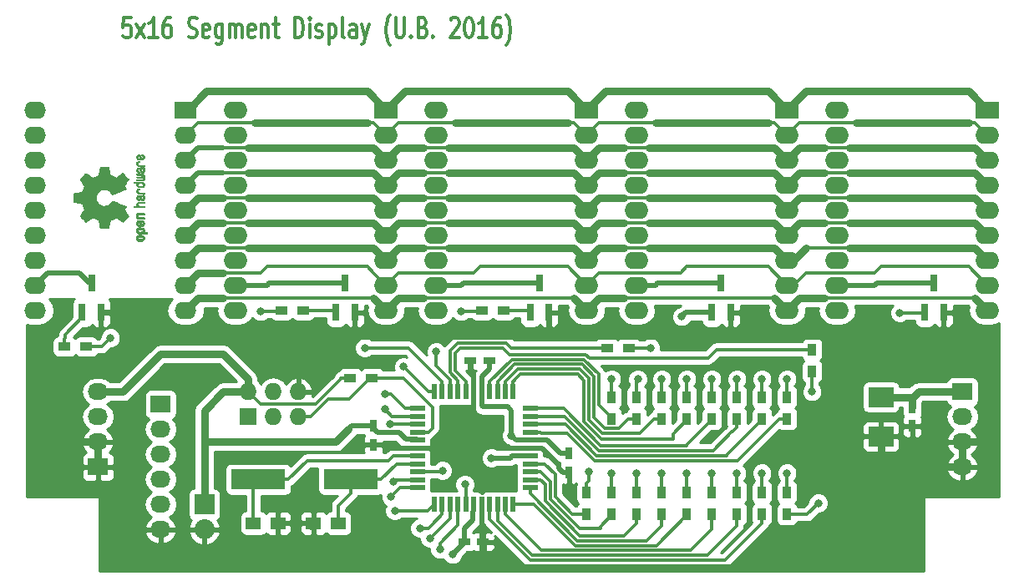
<source format=gtl>
G04 #@! TF.FileFunction,Copper,L1,Top,Signal*
%FSLAX46Y46*%
G04 Gerber Fmt 4.6, Leading zero omitted, Abs format (unit mm)*
G04 Created by KiCad (PCBNEW 4.0.4+e1-6308~48~ubuntu16.04.1-stable) date Tue Nov 15 20:45:06 2016*
%MOMM*%
%LPD*%
G01*
G04 APERTURE LIST*
%ADD10C,0.100000*%
%ADD11C,0.300000*%
%ADD12C,0.010000*%
%ADD13O,2.200000X1.766000*%
%ADD14R,2.200000X1.766000*%
%ADD15R,0.900000X1.200000*%
%ADD16R,1.500000X1.250000*%
%ADD17R,0.750000X1.200000*%
%ADD18R,1.200000X0.750000*%
%ADD19R,2.500000X2.000000*%
%ADD20R,1.500000X0.550000*%
%ADD21R,0.550000X1.500000*%
%ADD22R,2.032000X1.727200*%
%ADD23O,2.032000X1.727200*%
%ADD24R,1.727200X1.727200*%
%ADD25O,1.727200X1.727200*%
%ADD26R,0.800100X1.800860*%
%ADD27R,1.200000X0.900000*%
%ADD28R,5.499100X1.998980*%
%ADD29R,2.032000X2.032000*%
%ADD30O,2.032000X2.032000*%
%ADD31O,2.400000X1.766000*%
%ADD32R,2.400000X1.766000*%
%ADD33C,0.800000*%
%ADD34C,0.500000*%
%ADD35C,0.800000*%
%ADD36C,0.254000*%
G04 APERTURE END LIST*
D10*
D11*
X111282145Y-73199762D02*
X110567859Y-73199762D01*
X110496430Y-74152143D01*
X110567859Y-74056905D01*
X110710716Y-73961667D01*
X111067859Y-73961667D01*
X111210716Y-74056905D01*
X111282145Y-74152143D01*
X111353573Y-74342619D01*
X111353573Y-74818810D01*
X111282145Y-75009286D01*
X111210716Y-75104524D01*
X111067859Y-75199762D01*
X110710716Y-75199762D01*
X110567859Y-75104524D01*
X110496430Y-75009286D01*
X111853573Y-75199762D02*
X112639287Y-73866429D01*
X111853573Y-73866429D02*
X112639287Y-75199762D01*
X113996430Y-75199762D02*
X113139287Y-75199762D01*
X113567859Y-75199762D02*
X113567859Y-73199762D01*
X113425002Y-73485476D01*
X113282144Y-73675952D01*
X113139287Y-73771190D01*
X115282144Y-73199762D02*
X114996430Y-73199762D01*
X114853573Y-73295000D01*
X114782144Y-73390238D01*
X114639287Y-73675952D01*
X114567858Y-74056905D01*
X114567858Y-74818810D01*
X114639287Y-75009286D01*
X114710715Y-75104524D01*
X114853573Y-75199762D01*
X115139287Y-75199762D01*
X115282144Y-75104524D01*
X115353573Y-75009286D01*
X115425001Y-74818810D01*
X115425001Y-74342619D01*
X115353573Y-74152143D01*
X115282144Y-74056905D01*
X115139287Y-73961667D01*
X114853573Y-73961667D01*
X114710715Y-74056905D01*
X114639287Y-74152143D01*
X114567858Y-74342619D01*
X117139286Y-75104524D02*
X117353572Y-75199762D01*
X117710715Y-75199762D01*
X117853572Y-75104524D01*
X117925001Y-75009286D01*
X117996429Y-74818810D01*
X117996429Y-74628333D01*
X117925001Y-74437857D01*
X117853572Y-74342619D01*
X117710715Y-74247381D01*
X117425001Y-74152143D01*
X117282143Y-74056905D01*
X117210715Y-73961667D01*
X117139286Y-73771190D01*
X117139286Y-73580714D01*
X117210715Y-73390238D01*
X117282143Y-73295000D01*
X117425001Y-73199762D01*
X117782143Y-73199762D01*
X117996429Y-73295000D01*
X119210714Y-75104524D02*
X119067857Y-75199762D01*
X118782143Y-75199762D01*
X118639286Y-75104524D01*
X118567857Y-74914048D01*
X118567857Y-74152143D01*
X118639286Y-73961667D01*
X118782143Y-73866429D01*
X119067857Y-73866429D01*
X119210714Y-73961667D01*
X119282143Y-74152143D01*
X119282143Y-74342619D01*
X118567857Y-74533095D01*
X120567857Y-73866429D02*
X120567857Y-75485476D01*
X120496428Y-75675952D01*
X120425000Y-75771190D01*
X120282143Y-75866429D01*
X120067857Y-75866429D01*
X119925000Y-75771190D01*
X120567857Y-75104524D02*
X120425000Y-75199762D01*
X120139286Y-75199762D01*
X119996428Y-75104524D01*
X119925000Y-75009286D01*
X119853571Y-74818810D01*
X119853571Y-74247381D01*
X119925000Y-74056905D01*
X119996428Y-73961667D01*
X120139286Y-73866429D01*
X120425000Y-73866429D01*
X120567857Y-73961667D01*
X121282143Y-75199762D02*
X121282143Y-73866429D01*
X121282143Y-74056905D02*
X121353571Y-73961667D01*
X121496429Y-73866429D01*
X121710714Y-73866429D01*
X121853571Y-73961667D01*
X121925000Y-74152143D01*
X121925000Y-75199762D01*
X121925000Y-74152143D02*
X121996429Y-73961667D01*
X122139286Y-73866429D01*
X122353571Y-73866429D01*
X122496429Y-73961667D01*
X122567857Y-74152143D01*
X122567857Y-75199762D01*
X123853571Y-75104524D02*
X123710714Y-75199762D01*
X123425000Y-75199762D01*
X123282143Y-75104524D01*
X123210714Y-74914048D01*
X123210714Y-74152143D01*
X123282143Y-73961667D01*
X123425000Y-73866429D01*
X123710714Y-73866429D01*
X123853571Y-73961667D01*
X123925000Y-74152143D01*
X123925000Y-74342619D01*
X123210714Y-74533095D01*
X124567857Y-73866429D02*
X124567857Y-75199762D01*
X124567857Y-74056905D02*
X124639285Y-73961667D01*
X124782143Y-73866429D01*
X124996428Y-73866429D01*
X125139285Y-73961667D01*
X125210714Y-74152143D01*
X125210714Y-75199762D01*
X125710714Y-73866429D02*
X126282143Y-73866429D01*
X125925000Y-73199762D02*
X125925000Y-74914048D01*
X125996428Y-75104524D01*
X126139286Y-75199762D01*
X126282143Y-75199762D01*
X127925000Y-75199762D02*
X127925000Y-73199762D01*
X128282143Y-73199762D01*
X128496428Y-73295000D01*
X128639286Y-73485476D01*
X128710714Y-73675952D01*
X128782143Y-74056905D01*
X128782143Y-74342619D01*
X128710714Y-74723571D01*
X128639286Y-74914048D01*
X128496428Y-75104524D01*
X128282143Y-75199762D01*
X127925000Y-75199762D01*
X129425000Y-75199762D02*
X129425000Y-73866429D01*
X129425000Y-73199762D02*
X129353571Y-73295000D01*
X129425000Y-73390238D01*
X129496428Y-73295000D01*
X129425000Y-73199762D01*
X129425000Y-73390238D01*
X130067857Y-75104524D02*
X130210714Y-75199762D01*
X130496429Y-75199762D01*
X130639286Y-75104524D01*
X130710714Y-74914048D01*
X130710714Y-74818810D01*
X130639286Y-74628333D01*
X130496429Y-74533095D01*
X130282143Y-74533095D01*
X130139286Y-74437857D01*
X130067857Y-74247381D01*
X130067857Y-74152143D01*
X130139286Y-73961667D01*
X130282143Y-73866429D01*
X130496429Y-73866429D01*
X130639286Y-73961667D01*
X131353572Y-73866429D02*
X131353572Y-75866429D01*
X131353572Y-73961667D02*
X131496429Y-73866429D01*
X131782143Y-73866429D01*
X131925000Y-73961667D01*
X131996429Y-74056905D01*
X132067858Y-74247381D01*
X132067858Y-74818810D01*
X131996429Y-75009286D01*
X131925000Y-75104524D01*
X131782143Y-75199762D01*
X131496429Y-75199762D01*
X131353572Y-75104524D01*
X132925001Y-75199762D02*
X132782143Y-75104524D01*
X132710715Y-74914048D01*
X132710715Y-73199762D01*
X134139286Y-75199762D02*
X134139286Y-74152143D01*
X134067857Y-73961667D01*
X133925000Y-73866429D01*
X133639286Y-73866429D01*
X133496429Y-73961667D01*
X134139286Y-75104524D02*
X133996429Y-75199762D01*
X133639286Y-75199762D01*
X133496429Y-75104524D01*
X133425000Y-74914048D01*
X133425000Y-74723571D01*
X133496429Y-74533095D01*
X133639286Y-74437857D01*
X133996429Y-74437857D01*
X134139286Y-74342619D01*
X134710715Y-73866429D02*
X135067858Y-75199762D01*
X135425000Y-73866429D02*
X135067858Y-75199762D01*
X134925000Y-75675952D01*
X134853572Y-75771190D01*
X134710715Y-75866429D01*
X137567857Y-75961667D02*
X137496429Y-75866429D01*
X137353572Y-75580714D01*
X137282143Y-75390238D01*
X137210714Y-75104524D01*
X137139286Y-74628333D01*
X137139286Y-74247381D01*
X137210714Y-73771190D01*
X137282143Y-73485476D01*
X137353572Y-73295000D01*
X137496429Y-73009286D01*
X137567857Y-72914048D01*
X138139286Y-73199762D02*
X138139286Y-74818810D01*
X138210714Y-75009286D01*
X138282143Y-75104524D01*
X138425000Y-75199762D01*
X138710714Y-75199762D01*
X138853572Y-75104524D01*
X138925000Y-75009286D01*
X138996429Y-74818810D01*
X138996429Y-73199762D01*
X139710715Y-75009286D02*
X139782143Y-75104524D01*
X139710715Y-75199762D01*
X139639286Y-75104524D01*
X139710715Y-75009286D01*
X139710715Y-75199762D01*
X140925001Y-74152143D02*
X141139287Y-74247381D01*
X141210715Y-74342619D01*
X141282144Y-74533095D01*
X141282144Y-74818810D01*
X141210715Y-75009286D01*
X141139287Y-75104524D01*
X140996429Y-75199762D01*
X140425001Y-75199762D01*
X140425001Y-73199762D01*
X140925001Y-73199762D01*
X141067858Y-73295000D01*
X141139287Y-73390238D01*
X141210715Y-73580714D01*
X141210715Y-73771190D01*
X141139287Y-73961667D01*
X141067858Y-74056905D01*
X140925001Y-74152143D01*
X140425001Y-74152143D01*
X141925001Y-75009286D02*
X141996429Y-75104524D01*
X141925001Y-75199762D01*
X141853572Y-75104524D01*
X141925001Y-75009286D01*
X141925001Y-75199762D01*
X143710715Y-73390238D02*
X143782144Y-73295000D01*
X143925001Y-73199762D01*
X144282144Y-73199762D01*
X144425001Y-73295000D01*
X144496430Y-73390238D01*
X144567858Y-73580714D01*
X144567858Y-73771190D01*
X144496430Y-74056905D01*
X143639287Y-75199762D01*
X144567858Y-75199762D01*
X145496429Y-73199762D02*
X145639286Y-73199762D01*
X145782143Y-73295000D01*
X145853572Y-73390238D01*
X145925001Y-73580714D01*
X145996429Y-73961667D01*
X145996429Y-74437857D01*
X145925001Y-74818810D01*
X145853572Y-75009286D01*
X145782143Y-75104524D01*
X145639286Y-75199762D01*
X145496429Y-75199762D01*
X145353572Y-75104524D01*
X145282143Y-75009286D01*
X145210715Y-74818810D01*
X145139286Y-74437857D01*
X145139286Y-73961667D01*
X145210715Y-73580714D01*
X145282143Y-73390238D01*
X145353572Y-73295000D01*
X145496429Y-73199762D01*
X147425000Y-75199762D02*
X146567857Y-75199762D01*
X146996429Y-75199762D02*
X146996429Y-73199762D01*
X146853572Y-73485476D01*
X146710714Y-73675952D01*
X146567857Y-73771190D01*
X148710714Y-73199762D02*
X148425000Y-73199762D01*
X148282143Y-73295000D01*
X148210714Y-73390238D01*
X148067857Y-73675952D01*
X147996428Y-74056905D01*
X147996428Y-74818810D01*
X148067857Y-75009286D01*
X148139285Y-75104524D01*
X148282143Y-75199762D01*
X148567857Y-75199762D01*
X148710714Y-75104524D01*
X148782143Y-75009286D01*
X148853571Y-74818810D01*
X148853571Y-74342619D01*
X148782143Y-74152143D01*
X148710714Y-74056905D01*
X148567857Y-73961667D01*
X148282143Y-73961667D01*
X148139285Y-74056905D01*
X148067857Y-74152143D01*
X147996428Y-74342619D01*
X149353571Y-75961667D02*
X149424999Y-75866429D01*
X149567856Y-75580714D01*
X149639285Y-75390238D01*
X149710714Y-75104524D01*
X149782142Y-74628333D01*
X149782142Y-74247381D01*
X149710714Y-73771190D01*
X149639285Y-73485476D01*
X149567856Y-73295000D01*
X149424999Y-73009286D01*
X149353571Y-72914048D01*
D12*
G36*
X111804505Y-94671114D02*
X111841727Y-94596461D01*
X111910261Y-94530569D01*
X111935648Y-94512423D01*
X111968866Y-94492655D01*
X112004945Y-94479828D01*
X112053098Y-94472490D01*
X112122536Y-94469187D01*
X112214206Y-94468462D01*
X112339830Y-94471737D01*
X112434154Y-94483123D01*
X112504523Y-94504959D01*
X112558286Y-94539581D01*
X112602788Y-94589330D01*
X112605423Y-94592986D01*
X112632377Y-94642015D01*
X112645712Y-94701055D01*
X112649000Y-94776141D01*
X112649000Y-94898205D01*
X112767497Y-94898256D01*
X112833492Y-94899392D01*
X112872202Y-94906314D01*
X112895419Y-94924402D01*
X112914933Y-94959038D01*
X112918920Y-94967355D01*
X112937603Y-95006280D01*
X112949403Y-95036417D01*
X112950422Y-95058826D01*
X112936761Y-95074567D01*
X112904522Y-95084698D01*
X112849804Y-95090277D01*
X112768711Y-95092365D01*
X112657344Y-95092019D01*
X112511802Y-95090300D01*
X112468269Y-95089763D01*
X112318205Y-95087828D01*
X112220042Y-95086096D01*
X112220042Y-94898308D01*
X112303364Y-94897252D01*
X112357880Y-94892562D01*
X112393837Y-94881949D01*
X112421482Y-94863128D01*
X112434965Y-94850350D01*
X112474417Y-94798110D01*
X112477628Y-94751858D01*
X112445049Y-94704133D01*
X112443846Y-94702923D01*
X112418668Y-94683506D01*
X112384447Y-94671693D01*
X112331748Y-94665735D01*
X112251131Y-94663880D01*
X112233271Y-94663846D01*
X112122175Y-94668330D01*
X112045161Y-94682926D01*
X111998147Y-94709350D01*
X111977050Y-94749317D01*
X111974923Y-94772416D01*
X111984900Y-94827238D01*
X112017752Y-94864842D01*
X112077857Y-94887477D01*
X112169598Y-94897394D01*
X112220042Y-94898308D01*
X112220042Y-95086096D01*
X112202060Y-95085778D01*
X112114679Y-95083127D01*
X112050905Y-95079394D01*
X112005582Y-95074093D01*
X111973555Y-95066742D01*
X111949668Y-95056857D01*
X111928764Y-95043954D01*
X111920898Y-95038421D01*
X111846595Y-94965031D01*
X111804467Y-94872240D01*
X111792722Y-94764904D01*
X111804505Y-94671114D01*
X111804505Y-94671114D01*
G37*
X111804505Y-94671114D02*
X111841727Y-94596461D01*
X111910261Y-94530569D01*
X111935648Y-94512423D01*
X111968866Y-94492655D01*
X112004945Y-94479828D01*
X112053098Y-94472490D01*
X112122536Y-94469187D01*
X112214206Y-94468462D01*
X112339830Y-94471737D01*
X112434154Y-94483123D01*
X112504523Y-94504959D01*
X112558286Y-94539581D01*
X112602788Y-94589330D01*
X112605423Y-94592986D01*
X112632377Y-94642015D01*
X112645712Y-94701055D01*
X112649000Y-94776141D01*
X112649000Y-94898205D01*
X112767497Y-94898256D01*
X112833492Y-94899392D01*
X112872202Y-94906314D01*
X112895419Y-94924402D01*
X112914933Y-94959038D01*
X112918920Y-94967355D01*
X112937603Y-95006280D01*
X112949403Y-95036417D01*
X112950422Y-95058826D01*
X112936761Y-95074567D01*
X112904522Y-95084698D01*
X112849804Y-95090277D01*
X112768711Y-95092365D01*
X112657344Y-95092019D01*
X112511802Y-95090300D01*
X112468269Y-95089763D01*
X112318205Y-95087828D01*
X112220042Y-95086096D01*
X112220042Y-94898308D01*
X112303364Y-94897252D01*
X112357880Y-94892562D01*
X112393837Y-94881949D01*
X112421482Y-94863128D01*
X112434965Y-94850350D01*
X112474417Y-94798110D01*
X112477628Y-94751858D01*
X112445049Y-94704133D01*
X112443846Y-94702923D01*
X112418668Y-94683506D01*
X112384447Y-94671693D01*
X112331748Y-94665735D01*
X112251131Y-94663880D01*
X112233271Y-94663846D01*
X112122175Y-94668330D01*
X112045161Y-94682926D01*
X111998147Y-94709350D01*
X111977050Y-94749317D01*
X111974923Y-94772416D01*
X111984900Y-94827238D01*
X112017752Y-94864842D01*
X112077857Y-94887477D01*
X112169598Y-94897394D01*
X112220042Y-94898308D01*
X112220042Y-95086096D01*
X112202060Y-95085778D01*
X112114679Y-95083127D01*
X112050905Y-95079394D01*
X112005582Y-95074093D01*
X111973555Y-95066742D01*
X111949668Y-95056857D01*
X111928764Y-95043954D01*
X111920898Y-95038421D01*
X111846595Y-94965031D01*
X111804467Y-94872240D01*
X111792722Y-94764904D01*
X111804505Y-94671114D01*
G36*
X111815089Y-93168336D02*
X111851358Y-93105633D01*
X111887358Y-93062039D01*
X111925075Y-93030155D01*
X111971199Y-93008190D01*
X112032421Y-92994351D01*
X112115431Y-92986847D01*
X112226919Y-92983883D01*
X112307062Y-92983539D01*
X112602065Y-92983539D01*
X112676515Y-93149615D01*
X112353402Y-93159385D01*
X112232729Y-93163421D01*
X112145141Y-93167656D01*
X112084650Y-93172903D01*
X112045268Y-93179975D01*
X112021007Y-93189689D01*
X112005880Y-93202856D01*
X112002606Y-93207081D01*
X111977034Y-93271091D01*
X111987153Y-93335792D01*
X112014000Y-93374308D01*
X112033024Y-93389975D01*
X112057988Y-93400820D01*
X112095834Y-93407712D01*
X112153502Y-93411521D01*
X112237935Y-93413117D01*
X112325928Y-93413385D01*
X112436323Y-93413437D01*
X112514463Y-93415328D01*
X112567165Y-93421655D01*
X112601242Y-93435017D01*
X112623511Y-93458015D01*
X112640787Y-93493246D01*
X112658738Y-93540303D01*
X112678278Y-93591697D01*
X112331485Y-93585579D01*
X112206468Y-93583116D01*
X112114082Y-93580233D01*
X112047881Y-93576102D01*
X112001420Y-93569893D01*
X111968256Y-93560774D01*
X111941944Y-93547917D01*
X111918729Y-93532416D01*
X111844569Y-93457629D01*
X111801684Y-93366372D01*
X111791412Y-93267117D01*
X111815089Y-93168336D01*
X111815089Y-93168336D01*
G37*
X111815089Y-93168336D02*
X111851358Y-93105633D01*
X111887358Y-93062039D01*
X111925075Y-93030155D01*
X111971199Y-93008190D01*
X112032421Y-92994351D01*
X112115431Y-92986847D01*
X112226919Y-92983883D01*
X112307062Y-92983539D01*
X112602065Y-92983539D01*
X112676515Y-93149615D01*
X112353402Y-93159385D01*
X112232729Y-93163421D01*
X112145141Y-93167656D01*
X112084650Y-93172903D01*
X112045268Y-93179975D01*
X112021007Y-93189689D01*
X112005880Y-93202856D01*
X112002606Y-93207081D01*
X111977034Y-93271091D01*
X111987153Y-93335792D01*
X112014000Y-93374308D01*
X112033024Y-93389975D01*
X112057988Y-93400820D01*
X112095834Y-93407712D01*
X112153502Y-93411521D01*
X112237935Y-93413117D01*
X112325928Y-93413385D01*
X112436323Y-93413437D01*
X112514463Y-93415328D01*
X112567165Y-93421655D01*
X112601242Y-93435017D01*
X112623511Y-93458015D01*
X112640787Y-93493246D01*
X112658738Y-93540303D01*
X112678278Y-93591697D01*
X112331485Y-93585579D01*
X112206468Y-93583116D01*
X112114082Y-93580233D01*
X112047881Y-93576102D01*
X112001420Y-93569893D01*
X111968256Y-93560774D01*
X111941944Y-93547917D01*
X111918729Y-93532416D01*
X111844569Y-93457629D01*
X111801684Y-93366372D01*
X111791412Y-93267117D01*
X111815089Y-93168336D01*
G36*
X111807256Y-95423114D02*
X111855409Y-95331536D01*
X111932905Y-95263951D01*
X111982727Y-95239943D01*
X112057533Y-95221262D01*
X112152052Y-95211699D01*
X112255210Y-95210792D01*
X112355935Y-95218079D01*
X112443153Y-95233097D01*
X112505791Y-95255385D01*
X112516579Y-95262235D01*
X112597105Y-95343368D01*
X112645336Y-95439734D01*
X112659450Y-95544299D01*
X112637629Y-95650032D01*
X112624547Y-95679457D01*
X112584231Y-95736759D01*
X112530775Y-95787050D01*
X112523995Y-95791803D01*
X112491321Y-95811122D01*
X112456394Y-95823892D01*
X112410414Y-95831436D01*
X112344584Y-95835076D01*
X112250105Y-95836135D01*
X112228923Y-95836154D01*
X112222182Y-95836106D01*
X112222182Y-95640769D01*
X112311349Y-95639632D01*
X112370520Y-95635159D01*
X112408741Y-95625754D01*
X112435053Y-95609824D01*
X112443846Y-95601692D01*
X112477261Y-95554942D01*
X112475737Y-95509553D01*
X112446752Y-95463660D01*
X112415809Y-95436288D01*
X112370643Y-95420077D01*
X112299420Y-95410974D01*
X112291114Y-95410349D01*
X112162037Y-95408796D01*
X112066172Y-95425035D01*
X112004107Y-95458848D01*
X111976432Y-95510016D01*
X111974923Y-95528280D01*
X111982513Y-95576240D01*
X112008808Y-95609047D01*
X112059095Y-95629105D01*
X112138664Y-95638822D01*
X112222182Y-95640769D01*
X112222182Y-95836106D01*
X112128249Y-95835426D01*
X112057906Y-95832371D01*
X112009163Y-95825678D01*
X111973288Y-95814040D01*
X111941548Y-95796147D01*
X111935648Y-95792192D01*
X111856104Y-95725733D01*
X111809929Y-95653315D01*
X111791599Y-95565151D01*
X111790703Y-95535213D01*
X111807256Y-95423114D01*
X111807256Y-95423114D01*
G37*
X111807256Y-95423114D02*
X111855409Y-95331536D01*
X111932905Y-95263951D01*
X111982727Y-95239943D01*
X112057533Y-95221262D01*
X112152052Y-95211699D01*
X112255210Y-95210792D01*
X112355935Y-95218079D01*
X112443153Y-95233097D01*
X112505791Y-95255385D01*
X112516579Y-95262235D01*
X112597105Y-95343368D01*
X112645336Y-95439734D01*
X112659450Y-95544299D01*
X112637629Y-95650032D01*
X112624547Y-95679457D01*
X112584231Y-95736759D01*
X112530775Y-95787050D01*
X112523995Y-95791803D01*
X112491321Y-95811122D01*
X112456394Y-95823892D01*
X112410414Y-95831436D01*
X112344584Y-95835076D01*
X112250105Y-95836135D01*
X112228923Y-95836154D01*
X112222182Y-95836106D01*
X112222182Y-95640769D01*
X112311349Y-95639632D01*
X112370520Y-95635159D01*
X112408741Y-95625754D01*
X112435053Y-95609824D01*
X112443846Y-95601692D01*
X112477261Y-95554942D01*
X112475737Y-95509553D01*
X112446752Y-95463660D01*
X112415809Y-95436288D01*
X112370643Y-95420077D01*
X112299420Y-95410974D01*
X112291114Y-95410349D01*
X112162037Y-95408796D01*
X112066172Y-95425035D01*
X112004107Y-95458848D01*
X111976432Y-95510016D01*
X111974923Y-95528280D01*
X111982513Y-95576240D01*
X112008808Y-95609047D01*
X112059095Y-95629105D01*
X112138664Y-95638822D01*
X112222182Y-95640769D01*
X112222182Y-95836106D01*
X112128249Y-95835426D01*
X112057906Y-95832371D01*
X112009163Y-95825678D01*
X111973288Y-95814040D01*
X111941548Y-95796147D01*
X111935648Y-95792192D01*
X111856104Y-95725733D01*
X111809929Y-95653315D01*
X111791599Y-95565151D01*
X111790703Y-95535213D01*
X111807256Y-95423114D01*
G36*
X111819745Y-93905746D02*
X111871567Y-93828714D01*
X111946412Y-93769184D01*
X112041654Y-93733622D01*
X112111756Y-93726429D01*
X112141009Y-93727246D01*
X112163407Y-93734086D01*
X112183474Y-93752888D01*
X112205733Y-93789592D01*
X112234709Y-93850138D01*
X112274927Y-93940466D01*
X112275129Y-93940923D01*
X112313210Y-94024067D01*
X112347025Y-94092247D01*
X112372933Y-94138495D01*
X112387295Y-94155842D01*
X112387411Y-94155846D01*
X112418685Y-94140557D01*
X112453157Y-94104804D01*
X112477990Y-94063758D01*
X112482923Y-94042963D01*
X112465862Y-93986230D01*
X112423133Y-93937373D01*
X112376155Y-93913535D01*
X112341522Y-93890603D01*
X112302081Y-93845682D01*
X112268009Y-93792877D01*
X112249480Y-93746290D01*
X112248462Y-93736548D01*
X112265215Y-93725582D01*
X112308039Y-93724921D01*
X112365781Y-93732980D01*
X112427289Y-93748173D01*
X112481409Y-93768914D01*
X112483510Y-93769962D01*
X112570660Y-93832379D01*
X112629939Y-93913274D01*
X112659034Y-94005144D01*
X112655634Y-94100487D01*
X112617428Y-94191802D01*
X112614741Y-94195862D01*
X112549642Y-94267694D01*
X112464705Y-94314927D01*
X112353021Y-94341066D01*
X112321643Y-94344574D01*
X112173536Y-94350787D01*
X112104468Y-94343339D01*
X112104468Y-94155846D01*
X112147552Y-94153410D01*
X112160126Y-94140086D01*
X112150719Y-94106868D01*
X112128483Y-94054506D01*
X112100610Y-93995976D01*
X112099872Y-93994521D01*
X112073777Y-93944911D01*
X112056363Y-93925000D01*
X112038107Y-93929910D01*
X112014120Y-93950584D01*
X111979406Y-94003181D01*
X111976856Y-94059823D01*
X112002119Y-94110631D01*
X112050847Y-94145724D01*
X112104468Y-94155846D01*
X112104468Y-94343339D01*
X112055036Y-94338008D01*
X111961055Y-94305222D01*
X111895215Y-94259579D01*
X111828681Y-94177198D01*
X111795676Y-94086454D01*
X111793573Y-93993815D01*
X111819745Y-93905746D01*
X111819745Y-93905746D01*
G37*
X111819745Y-93905746D02*
X111871567Y-93828714D01*
X111946412Y-93769184D01*
X112041654Y-93733622D01*
X112111756Y-93726429D01*
X112141009Y-93727246D01*
X112163407Y-93734086D01*
X112183474Y-93752888D01*
X112205733Y-93789592D01*
X112234709Y-93850138D01*
X112274927Y-93940466D01*
X112275129Y-93940923D01*
X112313210Y-94024067D01*
X112347025Y-94092247D01*
X112372933Y-94138495D01*
X112387295Y-94155842D01*
X112387411Y-94155846D01*
X112418685Y-94140557D01*
X112453157Y-94104804D01*
X112477990Y-94063758D01*
X112482923Y-94042963D01*
X112465862Y-93986230D01*
X112423133Y-93937373D01*
X112376155Y-93913535D01*
X112341522Y-93890603D01*
X112302081Y-93845682D01*
X112268009Y-93792877D01*
X112249480Y-93746290D01*
X112248462Y-93736548D01*
X112265215Y-93725582D01*
X112308039Y-93724921D01*
X112365781Y-93732980D01*
X112427289Y-93748173D01*
X112481409Y-93768914D01*
X112483510Y-93769962D01*
X112570660Y-93832379D01*
X112629939Y-93913274D01*
X112659034Y-94005144D01*
X112655634Y-94100487D01*
X112617428Y-94191802D01*
X112614741Y-94195862D01*
X112549642Y-94267694D01*
X112464705Y-94314927D01*
X112353021Y-94341066D01*
X112321643Y-94344574D01*
X112173536Y-94350787D01*
X112104468Y-94343339D01*
X112104468Y-94155846D01*
X112147552Y-94153410D01*
X112160126Y-94140086D01*
X112150719Y-94106868D01*
X112128483Y-94054506D01*
X112100610Y-93995976D01*
X112099872Y-93994521D01*
X112073777Y-93944911D01*
X112056363Y-93925000D01*
X112038107Y-93929910D01*
X112014120Y-93950584D01*
X111979406Y-94003181D01*
X111976856Y-94059823D01*
X112002119Y-94110631D01*
X112050847Y-94145724D01*
X112104468Y-94155846D01*
X112104468Y-94343339D01*
X112055036Y-94338008D01*
X111961055Y-94305222D01*
X111895215Y-94259579D01*
X111828681Y-94177198D01*
X111795676Y-94086454D01*
X111793573Y-93993815D01*
X111819745Y-93905746D01*
G36*
X111712120Y-92280154D02*
X111791980Y-92274428D01*
X111839039Y-92267851D01*
X111859566Y-92258738D01*
X111859829Y-92245402D01*
X111857378Y-92241077D01*
X111839636Y-92183556D01*
X111840672Y-92108732D01*
X111858910Y-92032661D01*
X111882505Y-91985082D01*
X111920198Y-91936298D01*
X111962855Y-91900636D01*
X112017057Y-91876155D01*
X112089384Y-91860913D01*
X112186419Y-91852970D01*
X112314742Y-91850384D01*
X112339358Y-91850338D01*
X112615870Y-91850308D01*
X112637320Y-91911839D01*
X112651912Y-91955541D01*
X112658706Y-91979518D01*
X112658769Y-91980223D01*
X112640345Y-91982585D01*
X112589526Y-91984594D01*
X112512993Y-91986099D01*
X112417430Y-91986947D01*
X112359329Y-91987077D01*
X112244771Y-91987349D01*
X112162667Y-91988748D01*
X112106393Y-91992151D01*
X112069326Y-91998433D01*
X112044844Y-92008471D01*
X112026325Y-92023139D01*
X112017406Y-92032298D01*
X111981466Y-92095211D01*
X111978775Y-92163864D01*
X112009170Y-92226152D01*
X112020144Y-92237671D01*
X112040779Y-92254567D01*
X112065256Y-92266286D01*
X112100647Y-92273767D01*
X112154026Y-92277946D01*
X112232466Y-92279763D01*
X112340617Y-92280154D01*
X112615870Y-92280154D01*
X112637320Y-92341685D01*
X112651912Y-92385387D01*
X112658706Y-92409364D01*
X112658769Y-92410070D01*
X112640069Y-92411874D01*
X112587322Y-92413500D01*
X112505557Y-92414883D01*
X112399805Y-92415958D01*
X112275094Y-92416660D01*
X112136455Y-92416923D01*
X111601806Y-92416923D01*
X111548236Y-92289923D01*
X111712120Y-92280154D01*
X111712120Y-92280154D01*
G37*
X111712120Y-92280154D02*
X111791980Y-92274428D01*
X111839039Y-92267851D01*
X111859566Y-92258738D01*
X111859829Y-92245402D01*
X111857378Y-92241077D01*
X111839636Y-92183556D01*
X111840672Y-92108732D01*
X111858910Y-92032661D01*
X111882505Y-91985082D01*
X111920198Y-91936298D01*
X111962855Y-91900636D01*
X112017057Y-91876155D01*
X112089384Y-91860913D01*
X112186419Y-91852970D01*
X112314742Y-91850384D01*
X112339358Y-91850338D01*
X112615870Y-91850308D01*
X112637320Y-91911839D01*
X112651912Y-91955541D01*
X112658706Y-91979518D01*
X112658769Y-91980223D01*
X112640345Y-91982585D01*
X112589526Y-91984594D01*
X112512993Y-91986099D01*
X112417430Y-91986947D01*
X112359329Y-91987077D01*
X112244771Y-91987349D01*
X112162667Y-91988748D01*
X112106393Y-91992151D01*
X112069326Y-91998433D01*
X112044844Y-92008471D01*
X112026325Y-92023139D01*
X112017406Y-92032298D01*
X111981466Y-92095211D01*
X111978775Y-92163864D01*
X112009170Y-92226152D01*
X112020144Y-92237671D01*
X112040779Y-92254567D01*
X112065256Y-92266286D01*
X112100647Y-92273767D01*
X112154026Y-92277946D01*
X112232466Y-92279763D01*
X112340617Y-92280154D01*
X112615870Y-92280154D01*
X112637320Y-92341685D01*
X112651912Y-92385387D01*
X112658706Y-92409364D01*
X112658769Y-92410070D01*
X112640069Y-92411874D01*
X112587322Y-92413500D01*
X112505557Y-92414883D01*
X112399805Y-92415958D01*
X112275094Y-92416660D01*
X112136455Y-92416923D01*
X111601806Y-92416923D01*
X111548236Y-92289923D01*
X111712120Y-92280154D01*
G36*
X111846303Y-91386499D02*
X111874733Y-91309940D01*
X111875279Y-91309064D01*
X111910127Y-91261715D01*
X111950852Y-91226759D01*
X112003925Y-91202175D01*
X112075814Y-91185938D01*
X112172992Y-91176025D01*
X112301928Y-91170414D01*
X112320298Y-91169923D01*
X112597287Y-91162859D01*
X112628028Y-91222305D01*
X112648802Y-91265319D01*
X112658646Y-91291290D01*
X112658769Y-91292491D01*
X112640606Y-91296986D01*
X112591612Y-91300556D01*
X112520031Y-91302752D01*
X112462068Y-91303231D01*
X112368170Y-91303242D01*
X112309203Y-91307534D01*
X112281079Y-91322497D01*
X112279706Y-91354518D01*
X112300998Y-91409986D01*
X112340136Y-91493731D01*
X112372643Y-91555311D01*
X112400845Y-91586983D01*
X112431582Y-91596294D01*
X112433104Y-91596308D01*
X112486054Y-91580943D01*
X112514660Y-91535453D01*
X112518803Y-91465834D01*
X112518084Y-91415687D01*
X112532527Y-91389246D01*
X112567218Y-91372757D01*
X112611416Y-91363267D01*
X112636493Y-91376943D01*
X112640082Y-91382093D01*
X112654496Y-91430575D01*
X112656537Y-91498469D01*
X112646983Y-91568388D01*
X112629522Y-91617932D01*
X112571364Y-91686430D01*
X112490408Y-91725366D01*
X112427160Y-91733077D01*
X112370111Y-91727193D01*
X112323542Y-91705899D01*
X112282181Y-91663735D01*
X112240755Y-91595241D01*
X112193993Y-91494956D01*
X112191350Y-91488846D01*
X112149617Y-91398510D01*
X112115391Y-91342765D01*
X112084635Y-91318871D01*
X112053311Y-91324087D01*
X112017383Y-91355672D01*
X112009116Y-91365117D01*
X111977058Y-91428383D01*
X111978407Y-91493936D01*
X112009838Y-91551028D01*
X112068024Y-91588907D01*
X112079446Y-91592426D01*
X112134837Y-91626700D01*
X112161518Y-91670191D01*
X112187960Y-91733077D01*
X112119548Y-91733077D01*
X112020110Y-91713948D01*
X111928902Y-91657169D01*
X111898389Y-91627622D01*
X111859228Y-91560458D01*
X111841500Y-91475044D01*
X111846303Y-91386499D01*
X111846303Y-91386499D01*
G37*
X111846303Y-91386499D02*
X111874733Y-91309940D01*
X111875279Y-91309064D01*
X111910127Y-91261715D01*
X111950852Y-91226759D01*
X112003925Y-91202175D01*
X112075814Y-91185938D01*
X112172992Y-91176025D01*
X112301928Y-91170414D01*
X112320298Y-91169923D01*
X112597287Y-91162859D01*
X112628028Y-91222305D01*
X112648802Y-91265319D01*
X112658646Y-91291290D01*
X112658769Y-91292491D01*
X112640606Y-91296986D01*
X112591612Y-91300556D01*
X112520031Y-91302752D01*
X112462068Y-91303231D01*
X112368170Y-91303242D01*
X112309203Y-91307534D01*
X112281079Y-91322497D01*
X112279706Y-91354518D01*
X112300998Y-91409986D01*
X112340136Y-91493731D01*
X112372643Y-91555311D01*
X112400845Y-91586983D01*
X112431582Y-91596294D01*
X112433104Y-91596308D01*
X112486054Y-91580943D01*
X112514660Y-91535453D01*
X112518803Y-91465834D01*
X112518084Y-91415687D01*
X112532527Y-91389246D01*
X112567218Y-91372757D01*
X112611416Y-91363267D01*
X112636493Y-91376943D01*
X112640082Y-91382093D01*
X112654496Y-91430575D01*
X112656537Y-91498469D01*
X112646983Y-91568388D01*
X112629522Y-91617932D01*
X112571364Y-91686430D01*
X112490408Y-91725366D01*
X112427160Y-91733077D01*
X112370111Y-91727193D01*
X112323542Y-91705899D01*
X112282181Y-91663735D01*
X112240755Y-91595241D01*
X112193993Y-91494956D01*
X112191350Y-91488846D01*
X112149617Y-91398510D01*
X112115391Y-91342765D01*
X112084635Y-91318871D01*
X112053311Y-91324087D01*
X112017383Y-91355672D01*
X112009116Y-91365117D01*
X111977058Y-91428383D01*
X111978407Y-91493936D01*
X112009838Y-91551028D01*
X112068024Y-91588907D01*
X112079446Y-91592426D01*
X112134837Y-91626700D01*
X112161518Y-91670191D01*
X112187960Y-91733077D01*
X112119548Y-91733077D01*
X112020110Y-91713948D01*
X111928902Y-91657169D01*
X111898389Y-91627622D01*
X111859228Y-91560458D01*
X111841500Y-91475044D01*
X111846303Y-91386499D01*
G36*
X111844670Y-90726638D02*
X111877421Y-90637883D01*
X111935350Y-90565978D01*
X111976128Y-90537856D01*
X112050954Y-90507198D01*
X112105058Y-90507835D01*
X112141446Y-90540013D01*
X112147633Y-90551919D01*
X112166925Y-90603325D01*
X112161982Y-90629578D01*
X112129587Y-90638470D01*
X112111692Y-90638923D01*
X112045859Y-90655203D01*
X111999807Y-90697635D01*
X111977564Y-90756612D01*
X111983161Y-90822525D01*
X112012229Y-90876105D01*
X112028810Y-90894202D01*
X112048925Y-90907029D01*
X112079332Y-90915694D01*
X112126788Y-90921304D01*
X112198050Y-90924965D01*
X112299875Y-90927785D01*
X112332115Y-90928516D01*
X112442410Y-90931180D01*
X112520036Y-90934208D01*
X112571396Y-90938750D01*
X112602890Y-90945954D01*
X112620920Y-90956967D01*
X112631888Y-90972940D01*
X112636733Y-90983166D01*
X112653301Y-91026594D01*
X112658769Y-91052158D01*
X112640507Y-91060605D01*
X112585296Y-91065761D01*
X112492499Y-91067654D01*
X112361478Y-91066311D01*
X112341269Y-91065893D01*
X112221733Y-91062942D01*
X112134449Y-91059452D01*
X112072591Y-91054486D01*
X112029336Y-91047107D01*
X111997860Y-91036376D01*
X111971339Y-91021355D01*
X111959975Y-91013498D01*
X111909692Y-90968447D01*
X111870581Y-90918060D01*
X111867167Y-90911892D01*
X111840212Y-90821542D01*
X111844670Y-90726638D01*
X111844670Y-90726638D01*
G37*
X111844670Y-90726638D02*
X111877421Y-90637883D01*
X111935350Y-90565978D01*
X111976128Y-90537856D01*
X112050954Y-90507198D01*
X112105058Y-90507835D01*
X112141446Y-90540013D01*
X112147633Y-90551919D01*
X112166925Y-90603325D01*
X112161982Y-90629578D01*
X112129587Y-90638470D01*
X112111692Y-90638923D01*
X112045859Y-90655203D01*
X111999807Y-90697635D01*
X111977564Y-90756612D01*
X111983161Y-90822525D01*
X112012229Y-90876105D01*
X112028810Y-90894202D01*
X112048925Y-90907029D01*
X112079332Y-90915694D01*
X112126788Y-90921304D01*
X112198050Y-90924965D01*
X112299875Y-90927785D01*
X112332115Y-90928516D01*
X112442410Y-90931180D01*
X112520036Y-90934208D01*
X112571396Y-90938750D01*
X112602890Y-90945954D01*
X112620920Y-90956967D01*
X112631888Y-90972940D01*
X112636733Y-90983166D01*
X112653301Y-91026594D01*
X112658769Y-91052158D01*
X112640507Y-91060605D01*
X112585296Y-91065761D01*
X112492499Y-91067654D01*
X112361478Y-91066311D01*
X112341269Y-91065893D01*
X112221733Y-91062942D01*
X112134449Y-91059452D01*
X112072591Y-91054486D01*
X112029336Y-91047107D01*
X111997860Y-91036376D01*
X111971339Y-91021355D01*
X111959975Y-91013498D01*
X111909692Y-90968447D01*
X111870581Y-90918060D01*
X111867167Y-90911892D01*
X111840212Y-90821542D01*
X111844670Y-90726638D01*
G36*
X112000289Y-89837919D02*
X112146320Y-89838167D01*
X112258655Y-89839128D01*
X112342678Y-89841206D01*
X112403769Y-89844807D01*
X112447309Y-89850335D01*
X112478679Y-89858196D01*
X112503262Y-89868793D01*
X112517294Y-89876818D01*
X112593388Y-89943272D01*
X112641084Y-90027530D01*
X112658199Y-90120751D01*
X112642546Y-90214100D01*
X112614418Y-90269688D01*
X112565760Y-90328043D01*
X112506333Y-90367814D01*
X112428507Y-90391810D01*
X112324652Y-90402839D01*
X112248462Y-90404401D01*
X112242986Y-90404191D01*
X112242986Y-90267692D01*
X112330355Y-90266859D01*
X112388192Y-90263039D01*
X112426029Y-90254254D01*
X112453398Y-90238526D01*
X112474042Y-90219734D01*
X112513890Y-90156625D01*
X112517295Y-90088863D01*
X112484025Y-90024821D01*
X112479517Y-90019836D01*
X112456067Y-89998561D01*
X112428166Y-89985221D01*
X112386641Y-89977999D01*
X112322316Y-89975077D01*
X112251200Y-89974615D01*
X112161858Y-89975617D01*
X112102258Y-89979762D01*
X112063089Y-89988764D01*
X112035040Y-90004333D01*
X112020144Y-90017098D01*
X111982575Y-90076400D01*
X111978057Y-90144699D01*
X112006753Y-90209890D01*
X112017406Y-90222472D01*
X112041063Y-90243889D01*
X112069251Y-90257256D01*
X112111245Y-90264434D01*
X112176319Y-90267281D01*
X112242986Y-90267692D01*
X112242986Y-90404191D01*
X112125765Y-90399678D01*
X112033577Y-90383638D01*
X111964269Y-90353472D01*
X111910211Y-90306371D01*
X111882505Y-90269688D01*
X111852572Y-90203010D01*
X111838678Y-90125728D01*
X111842397Y-90053890D01*
X111857400Y-90013692D01*
X111861670Y-89997918D01*
X111845750Y-89987450D01*
X111803089Y-89980144D01*
X111738106Y-89974615D01*
X111665732Y-89968563D01*
X111622187Y-89960156D01*
X111597287Y-89944859D01*
X111580845Y-89918136D01*
X111573564Y-89901346D01*
X111546963Y-89837846D01*
X112000289Y-89837919D01*
X112000289Y-89837919D01*
G37*
X112000289Y-89837919D02*
X112146320Y-89838167D01*
X112258655Y-89839128D01*
X112342678Y-89841206D01*
X112403769Y-89844807D01*
X112447309Y-89850335D01*
X112478679Y-89858196D01*
X112503262Y-89868793D01*
X112517294Y-89876818D01*
X112593388Y-89943272D01*
X112641084Y-90027530D01*
X112658199Y-90120751D01*
X112642546Y-90214100D01*
X112614418Y-90269688D01*
X112565760Y-90328043D01*
X112506333Y-90367814D01*
X112428507Y-90391810D01*
X112324652Y-90402839D01*
X112248462Y-90404401D01*
X112242986Y-90404191D01*
X112242986Y-90267692D01*
X112330355Y-90266859D01*
X112388192Y-90263039D01*
X112426029Y-90254254D01*
X112453398Y-90238526D01*
X112474042Y-90219734D01*
X112513890Y-90156625D01*
X112517295Y-90088863D01*
X112484025Y-90024821D01*
X112479517Y-90019836D01*
X112456067Y-89998561D01*
X112428166Y-89985221D01*
X112386641Y-89977999D01*
X112322316Y-89975077D01*
X112251200Y-89974615D01*
X112161858Y-89975617D01*
X112102258Y-89979762D01*
X112063089Y-89988764D01*
X112035040Y-90004333D01*
X112020144Y-90017098D01*
X111982575Y-90076400D01*
X111978057Y-90144699D01*
X112006753Y-90209890D01*
X112017406Y-90222472D01*
X112041063Y-90243889D01*
X112069251Y-90257256D01*
X112111245Y-90264434D01*
X112176319Y-90267281D01*
X112242986Y-90267692D01*
X112242986Y-90404191D01*
X112125765Y-90399678D01*
X112033577Y-90383638D01*
X111964269Y-90353472D01*
X111910211Y-90306371D01*
X111882505Y-90269688D01*
X111852572Y-90203010D01*
X111838678Y-90125728D01*
X111842397Y-90053890D01*
X111857400Y-90013692D01*
X111861670Y-89997918D01*
X111845750Y-89987450D01*
X111803089Y-89980144D01*
X111738106Y-89974615D01*
X111665732Y-89968563D01*
X111622187Y-89960156D01*
X111597287Y-89944859D01*
X111580845Y-89918136D01*
X111573564Y-89901346D01*
X111546963Y-89837846D01*
X112000289Y-89837919D01*
G36*
X111856662Y-89044071D02*
X111908068Y-89041089D01*
X111986192Y-89038753D01*
X112084857Y-89037251D01*
X112188343Y-89036769D01*
X112538533Y-89036769D01*
X112600363Y-89098599D01*
X112638462Y-89141207D01*
X112653895Y-89178610D01*
X112652918Y-89229730D01*
X112650433Y-89250022D01*
X112643200Y-89313446D01*
X112639055Y-89365905D01*
X112638672Y-89378692D01*
X112641176Y-89421801D01*
X112647462Y-89483456D01*
X112650433Y-89507362D01*
X112655028Y-89566078D01*
X112645046Y-89605536D01*
X112614228Y-89644662D01*
X112600363Y-89658785D01*
X112538533Y-89720615D01*
X111883503Y-89720615D01*
X111860829Y-89670850D01*
X111844034Y-89627998D01*
X111838154Y-89602927D01*
X111856736Y-89596499D01*
X111908655Y-89590491D01*
X111988172Y-89585303D01*
X112089546Y-89581336D01*
X112175192Y-89579423D01*
X112512231Y-89574077D01*
X112518825Y-89527440D01*
X112514214Y-89485024D01*
X112499287Y-89464240D01*
X112471377Y-89458430D01*
X112411925Y-89453470D01*
X112328466Y-89449754D01*
X112228532Y-89447676D01*
X112177104Y-89447376D01*
X111881054Y-89447077D01*
X111859604Y-89385546D01*
X111845020Y-89341996D01*
X111838219Y-89318306D01*
X111838154Y-89317623D01*
X111856642Y-89315246D01*
X111907906Y-89312634D01*
X111985649Y-89310005D01*
X112083574Y-89307579D01*
X112175192Y-89305885D01*
X112512231Y-89300539D01*
X112512231Y-89183308D01*
X112204746Y-89177928D01*
X111897261Y-89172549D01*
X111867707Y-89115399D01*
X111847413Y-89073203D01*
X111838204Y-89048230D01*
X111838154Y-89047509D01*
X111856662Y-89044071D01*
X111856662Y-89044071D01*
G37*
X111856662Y-89044071D02*
X111908068Y-89041089D01*
X111986192Y-89038753D01*
X112084857Y-89037251D01*
X112188343Y-89036769D01*
X112538533Y-89036769D01*
X112600363Y-89098599D01*
X112638462Y-89141207D01*
X112653895Y-89178610D01*
X112652918Y-89229730D01*
X112650433Y-89250022D01*
X112643200Y-89313446D01*
X112639055Y-89365905D01*
X112638672Y-89378692D01*
X112641176Y-89421801D01*
X112647462Y-89483456D01*
X112650433Y-89507362D01*
X112655028Y-89566078D01*
X112645046Y-89605536D01*
X112614228Y-89644662D01*
X112600363Y-89658785D01*
X112538533Y-89720615D01*
X111883503Y-89720615D01*
X111860829Y-89670850D01*
X111844034Y-89627998D01*
X111838154Y-89602927D01*
X111856736Y-89596499D01*
X111908655Y-89590491D01*
X111988172Y-89585303D01*
X112089546Y-89581336D01*
X112175192Y-89579423D01*
X112512231Y-89574077D01*
X112518825Y-89527440D01*
X112514214Y-89485024D01*
X112499287Y-89464240D01*
X112471377Y-89458430D01*
X112411925Y-89453470D01*
X112328466Y-89449754D01*
X112228532Y-89447676D01*
X112177104Y-89447376D01*
X111881054Y-89447077D01*
X111859604Y-89385546D01*
X111845020Y-89341996D01*
X111838219Y-89318306D01*
X111838154Y-89317623D01*
X111856642Y-89315246D01*
X111907906Y-89312634D01*
X111985649Y-89310005D01*
X112083574Y-89307579D01*
X112175192Y-89305885D01*
X112512231Y-89300539D01*
X112512231Y-89183308D01*
X112204746Y-89177928D01*
X111897261Y-89172549D01*
X111867707Y-89115399D01*
X111847413Y-89073203D01*
X111838204Y-89048230D01*
X111838154Y-89047509D01*
X111856662Y-89044071D01*
G36*
X111853528Y-88552667D02*
X111879117Y-88496410D01*
X111910124Y-88452253D01*
X111944795Y-88419899D01*
X111989520Y-88397562D01*
X112050692Y-88383454D01*
X112134701Y-88375789D01*
X112247940Y-88372780D01*
X112322509Y-88372462D01*
X112613420Y-88372462D01*
X112636095Y-88422227D01*
X112652667Y-88461424D01*
X112658769Y-88480843D01*
X112640610Y-88484558D01*
X112591648Y-88487505D01*
X112520153Y-88489309D01*
X112463385Y-88489692D01*
X112381371Y-88491339D01*
X112316309Y-88495778D01*
X112276467Y-88502260D01*
X112268000Y-88507410D01*
X112276646Y-88542023D01*
X112298823Y-88596360D01*
X112328886Y-88659278D01*
X112361192Y-88719632D01*
X112390098Y-88766279D01*
X112409961Y-88788074D01*
X112410175Y-88788161D01*
X112446935Y-88786286D01*
X112482026Y-88769475D01*
X112510528Y-88739961D01*
X112520061Y-88696884D01*
X112518950Y-88660068D01*
X112518133Y-88607926D01*
X112530349Y-88580556D01*
X112562624Y-88564118D01*
X112568710Y-88562045D01*
X112614739Y-88554919D01*
X112642687Y-88573976D01*
X112656007Y-88623647D01*
X112658470Y-88677303D01*
X112640210Y-88773858D01*
X112614131Y-88823841D01*
X112552868Y-88885571D01*
X112477670Y-88918310D01*
X112398211Y-88921247D01*
X112324167Y-88893576D01*
X112277769Y-88851953D01*
X112251793Y-88810396D01*
X112218907Y-88745078D01*
X112185557Y-88668962D01*
X112180461Y-88656274D01*
X112143565Y-88572667D01*
X112111046Y-88524470D01*
X112078718Y-88508970D01*
X112042394Y-88523450D01*
X112014000Y-88548308D01*
X111979039Y-88607061D01*
X111976417Y-88671707D01*
X112003358Y-88730992D01*
X112057088Y-88773661D01*
X112070950Y-88779261D01*
X112121936Y-88811867D01*
X112159787Y-88859470D01*
X112190850Y-88919539D01*
X112102768Y-88919539D01*
X112048951Y-88916003D01*
X112006534Y-88900844D01*
X111961279Y-88867232D01*
X111926420Y-88834965D01*
X111877062Y-88784791D01*
X111850547Y-88745807D01*
X111839911Y-88703936D01*
X111838154Y-88656540D01*
X111853528Y-88552667D01*
X111853528Y-88552667D01*
G37*
X111853528Y-88552667D02*
X111879117Y-88496410D01*
X111910124Y-88452253D01*
X111944795Y-88419899D01*
X111989520Y-88397562D01*
X112050692Y-88383454D01*
X112134701Y-88375789D01*
X112247940Y-88372780D01*
X112322509Y-88372462D01*
X112613420Y-88372462D01*
X112636095Y-88422227D01*
X112652667Y-88461424D01*
X112658769Y-88480843D01*
X112640610Y-88484558D01*
X112591648Y-88487505D01*
X112520153Y-88489309D01*
X112463385Y-88489692D01*
X112381371Y-88491339D01*
X112316309Y-88495778D01*
X112276467Y-88502260D01*
X112268000Y-88507410D01*
X112276646Y-88542023D01*
X112298823Y-88596360D01*
X112328886Y-88659278D01*
X112361192Y-88719632D01*
X112390098Y-88766279D01*
X112409961Y-88788074D01*
X112410175Y-88788161D01*
X112446935Y-88786286D01*
X112482026Y-88769475D01*
X112510528Y-88739961D01*
X112520061Y-88696884D01*
X112518950Y-88660068D01*
X112518133Y-88607926D01*
X112530349Y-88580556D01*
X112562624Y-88564118D01*
X112568710Y-88562045D01*
X112614739Y-88554919D01*
X112642687Y-88573976D01*
X112656007Y-88623647D01*
X112658470Y-88677303D01*
X112640210Y-88773858D01*
X112614131Y-88823841D01*
X112552868Y-88885571D01*
X112477670Y-88918310D01*
X112398211Y-88921247D01*
X112324167Y-88893576D01*
X112277769Y-88851953D01*
X112251793Y-88810396D01*
X112218907Y-88745078D01*
X112185557Y-88668962D01*
X112180461Y-88656274D01*
X112143565Y-88572667D01*
X112111046Y-88524470D01*
X112078718Y-88508970D01*
X112042394Y-88523450D01*
X112014000Y-88548308D01*
X111979039Y-88607061D01*
X111976417Y-88671707D01*
X112003358Y-88730992D01*
X112057088Y-88773661D01*
X112070950Y-88779261D01*
X112121936Y-88811867D01*
X112159787Y-88859470D01*
X112190850Y-88919539D01*
X112102768Y-88919539D01*
X112048951Y-88916003D01*
X112006534Y-88900844D01*
X111961279Y-88867232D01*
X111926420Y-88834965D01*
X111877062Y-88784791D01*
X111850547Y-88745807D01*
X111839911Y-88703936D01*
X111838154Y-88656540D01*
X111853528Y-88552667D01*
G36*
X111856782Y-87869193D02*
X111866988Y-87845839D01*
X111911134Y-87790098D01*
X111974967Y-87742431D01*
X112043087Y-87712952D01*
X112076670Y-87708154D01*
X112123556Y-87724240D01*
X112148365Y-87759525D01*
X112163387Y-87797356D01*
X112166155Y-87814679D01*
X112146066Y-87823114D01*
X112102351Y-87839770D01*
X112082598Y-87847077D01*
X112014271Y-87888052D01*
X111980191Y-87947378D01*
X111981239Y-88023448D01*
X111982581Y-88029082D01*
X112001836Y-88069695D01*
X112039375Y-88099552D01*
X112099809Y-88119945D01*
X112187751Y-88132164D01*
X112307813Y-88137500D01*
X112371698Y-88138000D01*
X112472403Y-88138248D01*
X112541054Y-88139874D01*
X112584673Y-88144199D01*
X112610282Y-88152546D01*
X112624903Y-88166235D01*
X112635558Y-88186589D01*
X112636095Y-88187766D01*
X112652667Y-88226962D01*
X112658769Y-88246381D01*
X112640319Y-88249365D01*
X112589323Y-88251919D01*
X112512308Y-88253860D01*
X112415805Y-88255003D01*
X112345184Y-88255231D01*
X112208525Y-88254068D01*
X112104851Y-88249521D01*
X112028108Y-88240001D01*
X111972246Y-88223919D01*
X111931212Y-88199687D01*
X111898954Y-88165714D01*
X111876440Y-88132167D01*
X111846476Y-88051501D01*
X111839718Y-87957619D01*
X111856782Y-87869193D01*
X111856782Y-87869193D01*
G37*
X111856782Y-87869193D02*
X111866988Y-87845839D01*
X111911134Y-87790098D01*
X111974967Y-87742431D01*
X112043087Y-87712952D01*
X112076670Y-87708154D01*
X112123556Y-87724240D01*
X112148365Y-87759525D01*
X112163387Y-87797356D01*
X112166155Y-87814679D01*
X112146066Y-87823114D01*
X112102351Y-87839770D01*
X112082598Y-87847077D01*
X112014271Y-87888052D01*
X111980191Y-87947378D01*
X111981239Y-88023448D01*
X111982581Y-88029082D01*
X112001836Y-88069695D01*
X112039375Y-88099552D01*
X112099809Y-88119945D01*
X112187751Y-88132164D01*
X112307813Y-88137500D01*
X112371698Y-88138000D01*
X112472403Y-88138248D01*
X112541054Y-88139874D01*
X112584673Y-88144199D01*
X112610282Y-88152546D01*
X112624903Y-88166235D01*
X112635558Y-88186589D01*
X112636095Y-88187766D01*
X112652667Y-88226962D01*
X112658769Y-88246381D01*
X112640319Y-88249365D01*
X112589323Y-88251919D01*
X112512308Y-88253860D01*
X112415805Y-88255003D01*
X112345184Y-88255231D01*
X112208525Y-88254068D01*
X112104851Y-88249521D01*
X112028108Y-88240001D01*
X111972246Y-88223919D01*
X111931212Y-88199687D01*
X111898954Y-88165714D01*
X111876440Y-88132167D01*
X111846476Y-88051501D01*
X111839718Y-87957619D01*
X111856782Y-87869193D01*
G36*
X111867838Y-87194776D02*
X111918361Y-87117472D01*
X111963590Y-87080186D01*
X112045663Y-87050647D01*
X112110607Y-87048301D01*
X112197445Y-87053615D01*
X112285103Y-87253885D01*
X112329887Y-87351261D01*
X112365913Y-87414887D01*
X112397117Y-87447971D01*
X112427436Y-87453720D01*
X112460805Y-87435342D01*
X112482923Y-87415077D01*
X112518393Y-87356111D01*
X112520879Y-87291976D01*
X112493235Y-87233074D01*
X112438320Y-87189803D01*
X112418928Y-87182064D01*
X112358364Y-87144994D01*
X112332552Y-87102346D01*
X112310471Y-87043846D01*
X112394184Y-87043846D01*
X112451150Y-87049018D01*
X112499189Y-87069277D01*
X112554346Y-87111738D01*
X112561514Y-87118049D01*
X112610585Y-87165280D01*
X112636920Y-87205879D01*
X112649035Y-87256672D01*
X112653003Y-87298780D01*
X112653991Y-87374098D01*
X112641466Y-87427714D01*
X112622869Y-87461162D01*
X112581975Y-87513732D01*
X112537748Y-87550121D01*
X112482126Y-87573150D01*
X112407047Y-87585641D01*
X112304449Y-87590413D01*
X112252376Y-87590794D01*
X112189948Y-87589499D01*
X112189948Y-87471529D01*
X112223438Y-87470161D01*
X112228923Y-87466751D01*
X112221472Y-87444247D01*
X112201753Y-87395818D01*
X112173718Y-87331092D01*
X112167692Y-87317557D01*
X112126096Y-87235756D01*
X112089538Y-87190688D01*
X112055296Y-87180783D01*
X112020648Y-87204474D01*
X112005339Y-87224040D01*
X111974721Y-87294640D01*
X111979780Y-87360720D01*
X112017151Y-87416041D01*
X112083473Y-87454364D01*
X112136116Y-87466651D01*
X112189948Y-87471529D01*
X112189948Y-87589499D01*
X112130720Y-87588270D01*
X112040710Y-87578968D01*
X111975167Y-87560540D01*
X111926912Y-87530640D01*
X111888767Y-87486920D01*
X111876440Y-87467859D01*
X111844336Y-87381274D01*
X111842316Y-87286478D01*
X111867838Y-87194776D01*
X111867838Y-87194776D01*
G37*
X111867838Y-87194776D02*
X111918361Y-87117472D01*
X111963590Y-87080186D01*
X112045663Y-87050647D01*
X112110607Y-87048301D01*
X112197445Y-87053615D01*
X112285103Y-87253885D01*
X112329887Y-87351261D01*
X112365913Y-87414887D01*
X112397117Y-87447971D01*
X112427436Y-87453720D01*
X112460805Y-87435342D01*
X112482923Y-87415077D01*
X112518393Y-87356111D01*
X112520879Y-87291976D01*
X112493235Y-87233074D01*
X112438320Y-87189803D01*
X112418928Y-87182064D01*
X112358364Y-87144994D01*
X112332552Y-87102346D01*
X112310471Y-87043846D01*
X112394184Y-87043846D01*
X112451150Y-87049018D01*
X112499189Y-87069277D01*
X112554346Y-87111738D01*
X112561514Y-87118049D01*
X112610585Y-87165280D01*
X112636920Y-87205879D01*
X112649035Y-87256672D01*
X112653003Y-87298780D01*
X112653991Y-87374098D01*
X112641466Y-87427714D01*
X112622869Y-87461162D01*
X112581975Y-87513732D01*
X112537748Y-87550121D01*
X112482126Y-87573150D01*
X112407047Y-87585641D01*
X112304449Y-87590413D01*
X112252376Y-87590794D01*
X112189948Y-87589499D01*
X112189948Y-87471529D01*
X112223438Y-87470161D01*
X112228923Y-87466751D01*
X112221472Y-87444247D01*
X112201753Y-87395818D01*
X112173718Y-87331092D01*
X112167692Y-87317557D01*
X112126096Y-87235756D01*
X112089538Y-87190688D01*
X112055296Y-87180783D01*
X112020648Y-87204474D01*
X112005339Y-87224040D01*
X111974721Y-87294640D01*
X111979780Y-87360720D01*
X112017151Y-87416041D01*
X112083473Y-87454364D01*
X112136116Y-87466651D01*
X112189948Y-87471529D01*
X112189948Y-87589499D01*
X112130720Y-87588270D01*
X112040710Y-87578968D01*
X111975167Y-87560540D01*
X111926912Y-87530640D01*
X111888767Y-87486920D01*
X111876440Y-87467859D01*
X111844336Y-87381274D01*
X111842316Y-87286478D01*
X111867838Y-87194776D01*
G36*
X105507776Y-91300122D02*
X105508355Y-91194388D01*
X105509922Y-91117868D01*
X105512972Y-91065628D01*
X105517996Y-91032737D01*
X105525489Y-91014263D01*
X105535944Y-91005273D01*
X105549853Y-91000837D01*
X105551654Y-91000406D01*
X105584145Y-90993667D01*
X105648252Y-90981192D01*
X105737151Y-90964281D01*
X105844019Y-90944229D01*
X105962033Y-90922336D01*
X105966178Y-90921571D01*
X106081831Y-90899641D01*
X106184014Y-90879123D01*
X106266598Y-90861341D01*
X106323456Y-90847619D01*
X106348458Y-90839282D01*
X106348901Y-90838884D01*
X106361110Y-90814323D01*
X106381456Y-90763685D01*
X106405545Y-90697905D01*
X106405674Y-90697539D01*
X106436818Y-90614683D01*
X106476491Y-90517000D01*
X106516381Y-90424923D01*
X106518353Y-90420566D01*
X106586420Y-90270593D01*
X106359639Y-89938502D01*
X106290504Y-89836626D01*
X106228697Y-89744343D01*
X106177733Y-89666997D01*
X106141127Y-89609936D01*
X106122394Y-89578505D01*
X106121004Y-89575521D01*
X106127190Y-89552679D01*
X106157035Y-89510018D01*
X106211947Y-89445872D01*
X106293334Y-89358579D01*
X106379922Y-89269465D01*
X106465247Y-89183559D01*
X106543108Y-89106673D01*
X106608697Y-89043436D01*
X106657205Y-88998477D01*
X106683825Y-88976424D01*
X106685195Y-88975604D01*
X106703463Y-88973166D01*
X106733295Y-88982350D01*
X106778721Y-89005426D01*
X106843770Y-89044663D01*
X106932470Y-89102330D01*
X107046657Y-89179205D01*
X107147162Y-89247430D01*
X107237303Y-89308418D01*
X107311849Y-89358644D01*
X107365565Y-89394584D01*
X107393218Y-89412713D01*
X107395095Y-89413854D01*
X107421590Y-89411641D01*
X107473086Y-89394862D01*
X107539851Y-89366858D01*
X107561172Y-89356878D01*
X107656159Y-89313328D01*
X107763937Y-89266866D01*
X107857192Y-89229123D01*
X107926406Y-89201927D01*
X107979006Y-89180325D01*
X108006497Y-89167842D01*
X108008616Y-89166291D01*
X108012124Y-89143332D01*
X108021738Y-89089214D01*
X108036089Y-89011132D01*
X108053807Y-88916281D01*
X108073525Y-88811857D01*
X108093874Y-88705056D01*
X108113486Y-88603074D01*
X108130991Y-88513106D01*
X108145022Y-88442347D01*
X108154209Y-88397994D01*
X108156807Y-88387115D01*
X108163218Y-88375878D01*
X108177697Y-88367395D01*
X108205133Y-88361286D01*
X108250411Y-88357168D01*
X108318420Y-88354659D01*
X108414047Y-88353379D01*
X108542180Y-88352946D01*
X108594701Y-88352923D01*
X109021845Y-88352923D01*
X109042091Y-88455500D01*
X109053070Y-88512569D01*
X109069095Y-88597731D01*
X109088233Y-88700628D01*
X109108551Y-88810904D01*
X109114132Y-88841385D01*
X109133917Y-88943145D01*
X109153373Y-89031795D01*
X109170697Y-89099892D01*
X109184088Y-89139996D01*
X109188079Y-89146677D01*
X109216342Y-89163081D01*
X109271109Y-89186601D01*
X109341588Y-89212684D01*
X109356769Y-89217858D01*
X109450896Y-89252044D01*
X109557101Y-89294477D01*
X109652473Y-89336003D01*
X109652916Y-89336208D01*
X109802525Y-89405360D01*
X110471617Y-88950488D01*
X110764116Y-89242500D01*
X110851170Y-89330820D01*
X110927909Y-89411375D01*
X110990237Y-89479640D01*
X111034056Y-89531092D01*
X111055270Y-89561206D01*
X111056616Y-89565526D01*
X111046016Y-89590889D01*
X111016547Y-89642642D01*
X110971705Y-89715132D01*
X110914984Y-89802706D01*
X110851462Y-89897388D01*
X110786668Y-89993484D01*
X110730287Y-90079163D01*
X110685788Y-90148984D01*
X110656639Y-90197506D01*
X110646308Y-90219218D01*
X110655050Y-90245707D01*
X110678087Y-90295938D01*
X110710631Y-90359549D01*
X110714249Y-90366292D01*
X110757210Y-90451954D01*
X110778279Y-90510694D01*
X110778503Y-90547228D01*
X110758928Y-90566269D01*
X110758654Y-90566380D01*
X110735472Y-90575898D01*
X110680441Y-90598597D01*
X110597822Y-90632718D01*
X110491872Y-90676500D01*
X110366852Y-90728184D01*
X110227020Y-90786008D01*
X110091637Y-90842009D01*
X109942234Y-90903553D01*
X109803832Y-90960061D01*
X109680673Y-91009839D01*
X109577002Y-91051194D01*
X109497059Y-91082432D01*
X109445088Y-91101859D01*
X109425692Y-91107846D01*
X109403443Y-91092832D01*
X109367982Y-91053561D01*
X109328887Y-91001193D01*
X109205245Y-90852059D01*
X109063522Y-90735489D01*
X108906704Y-90652882D01*
X108737775Y-90605634D01*
X108559722Y-90595143D01*
X108477539Y-90602769D01*
X108307031Y-90644318D01*
X108156459Y-90715877D01*
X108027309Y-90813005D01*
X107921064Y-90931266D01*
X107839210Y-91066220D01*
X107783232Y-91213429D01*
X107754615Y-91368456D01*
X107754844Y-91526861D01*
X107785405Y-91684206D01*
X107847782Y-91836054D01*
X107943460Y-91977965D01*
X107997572Y-92037197D01*
X108136520Y-92150797D01*
X108288361Y-92229894D01*
X108448667Y-92275014D01*
X108613012Y-92286684D01*
X108776971Y-92265431D01*
X108936118Y-92211780D01*
X109086025Y-92126260D01*
X109222267Y-92009395D01*
X109328887Y-91878807D01*
X109369642Y-91824412D01*
X109404718Y-91785986D01*
X109425726Y-91772154D01*
X109448635Y-91779397D01*
X109503365Y-91799995D01*
X109585672Y-91832254D01*
X109691315Y-91874479D01*
X109816050Y-91924977D01*
X109955636Y-91982052D01*
X110091670Y-92038146D01*
X110241201Y-92100033D01*
X110379767Y-92157356D01*
X110503107Y-92208356D01*
X110606964Y-92251273D01*
X110687080Y-92284347D01*
X110739195Y-92305819D01*
X110758654Y-92313775D01*
X110778423Y-92332571D01*
X110778365Y-92368926D01*
X110757441Y-92427521D01*
X110714613Y-92513032D01*
X110714249Y-92513708D01*
X110681012Y-92578093D01*
X110656802Y-92630139D01*
X110646404Y-92659488D01*
X110646308Y-92660783D01*
X110656855Y-92682876D01*
X110686184Y-92731652D01*
X110730827Y-92801669D01*
X110787314Y-92887486D01*
X110851462Y-92982612D01*
X110916411Y-93079460D01*
X110972896Y-93166747D01*
X111017421Y-93238819D01*
X111046490Y-93290023D01*
X111056616Y-93314474D01*
X111043307Y-93336990D01*
X111006112Y-93382258D01*
X110949128Y-93445756D01*
X110876449Y-93522961D01*
X110792171Y-93609349D01*
X110764016Y-93637601D01*
X110471416Y-93929713D01*
X110145104Y-93707369D01*
X110044897Y-93639798D01*
X109954963Y-93580493D01*
X109880510Y-93532783D01*
X109826751Y-93499993D01*
X109798894Y-93485452D01*
X109796912Y-93485026D01*
X109770655Y-93492692D01*
X109717837Y-93513311D01*
X109647310Y-93543315D01*
X109600093Y-93564375D01*
X109509694Y-93603752D01*
X109418366Y-93640835D01*
X109341200Y-93669585D01*
X109317692Y-93677395D01*
X109254916Y-93699583D01*
X109206411Y-93721273D01*
X109188079Y-93733187D01*
X109176859Y-93759477D01*
X109160954Y-93816858D01*
X109142167Y-93897882D01*
X109122299Y-93995105D01*
X109114132Y-94038615D01*
X109093829Y-94149104D01*
X109074170Y-94255084D01*
X109057088Y-94346199D01*
X109044518Y-94412092D01*
X109042091Y-94424500D01*
X109021845Y-94527077D01*
X108594701Y-94527077D01*
X108454246Y-94526847D01*
X108347979Y-94525901D01*
X108271013Y-94523859D01*
X108218460Y-94520338D01*
X108185433Y-94514957D01*
X108167045Y-94507334D01*
X108158408Y-94497088D01*
X108156807Y-94492885D01*
X108151127Y-94467530D01*
X108139795Y-94411516D01*
X108124179Y-94332036D01*
X108105647Y-94236288D01*
X108085569Y-94131467D01*
X108065312Y-94024768D01*
X108046246Y-93923387D01*
X108029739Y-93834521D01*
X108017159Y-93765363D01*
X108009875Y-93723111D01*
X108008616Y-93713710D01*
X107991763Y-93705193D01*
X107946870Y-93686340D01*
X107882430Y-93660676D01*
X107857192Y-93650877D01*
X107759686Y-93611352D01*
X107651959Y-93564808D01*
X107561172Y-93523123D01*
X107491753Y-93492450D01*
X107434710Y-93472044D01*
X107399777Y-93465232D01*
X107395095Y-93466318D01*
X107372991Y-93480715D01*
X107323831Y-93513588D01*
X107252848Y-93561410D01*
X107165278Y-93620652D01*
X107066357Y-93687785D01*
X107046830Y-93701059D01*
X106931140Y-93778954D01*
X106843044Y-93836213D01*
X106778486Y-93875119D01*
X106733411Y-93897956D01*
X106703763Y-93907006D01*
X106685485Y-93904552D01*
X106685369Y-93904489D01*
X106661361Y-93885173D01*
X106614947Y-93842449D01*
X106550937Y-93780949D01*
X106474145Y-93705302D01*
X106389382Y-93620139D01*
X106379922Y-93610535D01*
X106275989Y-93503210D01*
X106199675Y-93420385D01*
X106149571Y-93360395D01*
X106124270Y-93321577D01*
X106121004Y-93304480D01*
X106135250Y-93279527D01*
X106168156Y-93227745D01*
X106216208Y-93154480D01*
X106275890Y-93065080D01*
X106343688Y-92964889D01*
X106359639Y-92941499D01*
X106586420Y-92609407D01*
X106518353Y-92459435D01*
X106478685Y-92368230D01*
X106438791Y-92270331D01*
X106406983Y-92186169D01*
X106405674Y-92182462D01*
X106381576Y-92116631D01*
X106361200Y-92065884D01*
X106348936Y-92041158D01*
X106348901Y-92041116D01*
X106326734Y-92033271D01*
X106272217Y-92019934D01*
X106191480Y-92002430D01*
X106090650Y-91982083D01*
X105975856Y-91960218D01*
X105966178Y-91958429D01*
X105847904Y-91936496D01*
X105740542Y-91916360D01*
X105650917Y-91899320D01*
X105585851Y-91886672D01*
X105552168Y-91879716D01*
X105551654Y-91879594D01*
X105537325Y-91875361D01*
X105526507Y-91867129D01*
X105518706Y-91849967D01*
X105513429Y-91818942D01*
X105510182Y-91769122D01*
X105508472Y-91695576D01*
X105507807Y-91593371D01*
X105507693Y-91457575D01*
X105507692Y-91440000D01*
X105507776Y-91300122D01*
X105507776Y-91300122D01*
G37*
X105507776Y-91300122D02*
X105508355Y-91194388D01*
X105509922Y-91117868D01*
X105512972Y-91065628D01*
X105517996Y-91032737D01*
X105525489Y-91014263D01*
X105535944Y-91005273D01*
X105549853Y-91000837D01*
X105551654Y-91000406D01*
X105584145Y-90993667D01*
X105648252Y-90981192D01*
X105737151Y-90964281D01*
X105844019Y-90944229D01*
X105962033Y-90922336D01*
X105966178Y-90921571D01*
X106081831Y-90899641D01*
X106184014Y-90879123D01*
X106266598Y-90861341D01*
X106323456Y-90847619D01*
X106348458Y-90839282D01*
X106348901Y-90838884D01*
X106361110Y-90814323D01*
X106381456Y-90763685D01*
X106405545Y-90697905D01*
X106405674Y-90697539D01*
X106436818Y-90614683D01*
X106476491Y-90517000D01*
X106516381Y-90424923D01*
X106518353Y-90420566D01*
X106586420Y-90270593D01*
X106359639Y-89938502D01*
X106290504Y-89836626D01*
X106228697Y-89744343D01*
X106177733Y-89666997D01*
X106141127Y-89609936D01*
X106122394Y-89578505D01*
X106121004Y-89575521D01*
X106127190Y-89552679D01*
X106157035Y-89510018D01*
X106211947Y-89445872D01*
X106293334Y-89358579D01*
X106379922Y-89269465D01*
X106465247Y-89183559D01*
X106543108Y-89106673D01*
X106608697Y-89043436D01*
X106657205Y-88998477D01*
X106683825Y-88976424D01*
X106685195Y-88975604D01*
X106703463Y-88973166D01*
X106733295Y-88982350D01*
X106778721Y-89005426D01*
X106843770Y-89044663D01*
X106932470Y-89102330D01*
X107046657Y-89179205D01*
X107147162Y-89247430D01*
X107237303Y-89308418D01*
X107311849Y-89358644D01*
X107365565Y-89394584D01*
X107393218Y-89412713D01*
X107395095Y-89413854D01*
X107421590Y-89411641D01*
X107473086Y-89394862D01*
X107539851Y-89366858D01*
X107561172Y-89356878D01*
X107656159Y-89313328D01*
X107763937Y-89266866D01*
X107857192Y-89229123D01*
X107926406Y-89201927D01*
X107979006Y-89180325D01*
X108006497Y-89167842D01*
X108008616Y-89166291D01*
X108012124Y-89143332D01*
X108021738Y-89089214D01*
X108036089Y-89011132D01*
X108053807Y-88916281D01*
X108073525Y-88811857D01*
X108093874Y-88705056D01*
X108113486Y-88603074D01*
X108130991Y-88513106D01*
X108145022Y-88442347D01*
X108154209Y-88397994D01*
X108156807Y-88387115D01*
X108163218Y-88375878D01*
X108177697Y-88367395D01*
X108205133Y-88361286D01*
X108250411Y-88357168D01*
X108318420Y-88354659D01*
X108414047Y-88353379D01*
X108542180Y-88352946D01*
X108594701Y-88352923D01*
X109021845Y-88352923D01*
X109042091Y-88455500D01*
X109053070Y-88512569D01*
X109069095Y-88597731D01*
X109088233Y-88700628D01*
X109108551Y-88810904D01*
X109114132Y-88841385D01*
X109133917Y-88943145D01*
X109153373Y-89031795D01*
X109170697Y-89099892D01*
X109184088Y-89139996D01*
X109188079Y-89146677D01*
X109216342Y-89163081D01*
X109271109Y-89186601D01*
X109341588Y-89212684D01*
X109356769Y-89217858D01*
X109450896Y-89252044D01*
X109557101Y-89294477D01*
X109652473Y-89336003D01*
X109652916Y-89336208D01*
X109802525Y-89405360D01*
X110471617Y-88950488D01*
X110764116Y-89242500D01*
X110851170Y-89330820D01*
X110927909Y-89411375D01*
X110990237Y-89479640D01*
X111034056Y-89531092D01*
X111055270Y-89561206D01*
X111056616Y-89565526D01*
X111046016Y-89590889D01*
X111016547Y-89642642D01*
X110971705Y-89715132D01*
X110914984Y-89802706D01*
X110851462Y-89897388D01*
X110786668Y-89993484D01*
X110730287Y-90079163D01*
X110685788Y-90148984D01*
X110656639Y-90197506D01*
X110646308Y-90219218D01*
X110655050Y-90245707D01*
X110678087Y-90295938D01*
X110710631Y-90359549D01*
X110714249Y-90366292D01*
X110757210Y-90451954D01*
X110778279Y-90510694D01*
X110778503Y-90547228D01*
X110758928Y-90566269D01*
X110758654Y-90566380D01*
X110735472Y-90575898D01*
X110680441Y-90598597D01*
X110597822Y-90632718D01*
X110491872Y-90676500D01*
X110366852Y-90728184D01*
X110227020Y-90786008D01*
X110091637Y-90842009D01*
X109942234Y-90903553D01*
X109803832Y-90960061D01*
X109680673Y-91009839D01*
X109577002Y-91051194D01*
X109497059Y-91082432D01*
X109445088Y-91101859D01*
X109425692Y-91107846D01*
X109403443Y-91092832D01*
X109367982Y-91053561D01*
X109328887Y-91001193D01*
X109205245Y-90852059D01*
X109063522Y-90735489D01*
X108906704Y-90652882D01*
X108737775Y-90605634D01*
X108559722Y-90595143D01*
X108477539Y-90602769D01*
X108307031Y-90644318D01*
X108156459Y-90715877D01*
X108027309Y-90813005D01*
X107921064Y-90931266D01*
X107839210Y-91066220D01*
X107783232Y-91213429D01*
X107754615Y-91368456D01*
X107754844Y-91526861D01*
X107785405Y-91684206D01*
X107847782Y-91836054D01*
X107943460Y-91977965D01*
X107997572Y-92037197D01*
X108136520Y-92150797D01*
X108288361Y-92229894D01*
X108448667Y-92275014D01*
X108613012Y-92286684D01*
X108776971Y-92265431D01*
X108936118Y-92211780D01*
X109086025Y-92126260D01*
X109222267Y-92009395D01*
X109328887Y-91878807D01*
X109369642Y-91824412D01*
X109404718Y-91785986D01*
X109425726Y-91772154D01*
X109448635Y-91779397D01*
X109503365Y-91799995D01*
X109585672Y-91832254D01*
X109691315Y-91874479D01*
X109816050Y-91924977D01*
X109955636Y-91982052D01*
X110091670Y-92038146D01*
X110241201Y-92100033D01*
X110379767Y-92157356D01*
X110503107Y-92208356D01*
X110606964Y-92251273D01*
X110687080Y-92284347D01*
X110739195Y-92305819D01*
X110758654Y-92313775D01*
X110778423Y-92332571D01*
X110778365Y-92368926D01*
X110757441Y-92427521D01*
X110714613Y-92513032D01*
X110714249Y-92513708D01*
X110681012Y-92578093D01*
X110656802Y-92630139D01*
X110646404Y-92659488D01*
X110646308Y-92660783D01*
X110656855Y-92682876D01*
X110686184Y-92731652D01*
X110730827Y-92801669D01*
X110787314Y-92887486D01*
X110851462Y-92982612D01*
X110916411Y-93079460D01*
X110972896Y-93166747D01*
X111017421Y-93238819D01*
X111046490Y-93290023D01*
X111056616Y-93314474D01*
X111043307Y-93336990D01*
X111006112Y-93382258D01*
X110949128Y-93445756D01*
X110876449Y-93522961D01*
X110792171Y-93609349D01*
X110764016Y-93637601D01*
X110471416Y-93929713D01*
X110145104Y-93707369D01*
X110044897Y-93639798D01*
X109954963Y-93580493D01*
X109880510Y-93532783D01*
X109826751Y-93499993D01*
X109798894Y-93485452D01*
X109796912Y-93485026D01*
X109770655Y-93492692D01*
X109717837Y-93513311D01*
X109647310Y-93543315D01*
X109600093Y-93564375D01*
X109509694Y-93603752D01*
X109418366Y-93640835D01*
X109341200Y-93669585D01*
X109317692Y-93677395D01*
X109254916Y-93699583D01*
X109206411Y-93721273D01*
X109188079Y-93733187D01*
X109176859Y-93759477D01*
X109160954Y-93816858D01*
X109142167Y-93897882D01*
X109122299Y-93995105D01*
X109114132Y-94038615D01*
X109093829Y-94149104D01*
X109074170Y-94255084D01*
X109057088Y-94346199D01*
X109044518Y-94412092D01*
X109042091Y-94424500D01*
X109021845Y-94527077D01*
X108594701Y-94527077D01*
X108454246Y-94526847D01*
X108347979Y-94525901D01*
X108271013Y-94523859D01*
X108218460Y-94520338D01*
X108185433Y-94514957D01*
X108167045Y-94507334D01*
X108158408Y-94497088D01*
X108156807Y-94492885D01*
X108151127Y-94467530D01*
X108139795Y-94411516D01*
X108124179Y-94332036D01*
X108105647Y-94236288D01*
X108085569Y-94131467D01*
X108065312Y-94024768D01*
X108046246Y-93923387D01*
X108029739Y-93834521D01*
X108017159Y-93765363D01*
X108009875Y-93723111D01*
X108008616Y-93713710D01*
X107991763Y-93705193D01*
X107946870Y-93686340D01*
X107882430Y-93660676D01*
X107857192Y-93650877D01*
X107759686Y-93611352D01*
X107651959Y-93564808D01*
X107561172Y-93523123D01*
X107491753Y-93492450D01*
X107434710Y-93472044D01*
X107399777Y-93465232D01*
X107395095Y-93466318D01*
X107372991Y-93480715D01*
X107323831Y-93513588D01*
X107252848Y-93561410D01*
X107165278Y-93620652D01*
X107066357Y-93687785D01*
X107046830Y-93701059D01*
X106931140Y-93778954D01*
X106843044Y-93836213D01*
X106778486Y-93875119D01*
X106733411Y-93897956D01*
X106703763Y-93907006D01*
X106685485Y-93904552D01*
X106685369Y-93904489D01*
X106661361Y-93885173D01*
X106614947Y-93842449D01*
X106550937Y-93780949D01*
X106474145Y-93705302D01*
X106389382Y-93620139D01*
X106379922Y-93610535D01*
X106275989Y-93503210D01*
X106199675Y-93420385D01*
X106149571Y-93360395D01*
X106124270Y-93321577D01*
X106121004Y-93304480D01*
X106135250Y-93279527D01*
X106168156Y-93227745D01*
X106216208Y-93154480D01*
X106275890Y-93065080D01*
X106343688Y-92964889D01*
X106359639Y-92941499D01*
X106586420Y-92609407D01*
X106518353Y-92459435D01*
X106478685Y-92368230D01*
X106438791Y-92270331D01*
X106406983Y-92186169D01*
X106405674Y-92182462D01*
X106381576Y-92116631D01*
X106361200Y-92065884D01*
X106348936Y-92041158D01*
X106348901Y-92041116D01*
X106326734Y-92033271D01*
X106272217Y-92019934D01*
X106191480Y-92002430D01*
X106090650Y-91982083D01*
X105975856Y-91960218D01*
X105966178Y-91958429D01*
X105847904Y-91936496D01*
X105740542Y-91916360D01*
X105650917Y-91899320D01*
X105585851Y-91886672D01*
X105552168Y-91879716D01*
X105551654Y-91879594D01*
X105537325Y-91875361D01*
X105526507Y-91867129D01*
X105518706Y-91849967D01*
X105513429Y-91818942D01*
X105510182Y-91769122D01*
X105508472Y-91695576D01*
X105507807Y-91593371D01*
X105507693Y-91457575D01*
X105507692Y-91440000D01*
X105507776Y-91300122D01*
D13*
X101600000Y-102870000D03*
X101600000Y-100330000D03*
X101600000Y-97790000D03*
X101600000Y-95250000D03*
X101600000Y-92710000D03*
X101600000Y-90170000D03*
X101600000Y-87630000D03*
X101600000Y-85090000D03*
X101600000Y-82550000D03*
X116840000Y-102870000D03*
X116840000Y-100330000D03*
X116840000Y-97790000D03*
X116840000Y-95250000D03*
X116840000Y-92710000D03*
X116840000Y-90170000D03*
X116840000Y-87630000D03*
X116840000Y-85090000D03*
D14*
X116840000Y-82550000D03*
D15*
X175260000Y-121328000D03*
X175260000Y-123528000D03*
D16*
X123718000Y-124460000D03*
X126218000Y-124460000D03*
X132314000Y-124460000D03*
X129814000Y-124460000D03*
D17*
X155702000Y-117414000D03*
X155702000Y-119314000D03*
X190500000Y-112715000D03*
X190500000Y-114615000D03*
D18*
X147635000Y-107950000D03*
X145735000Y-107950000D03*
D17*
X135890000Y-114620000D03*
X135890000Y-116520000D03*
D18*
X145100000Y-126365000D03*
X147000000Y-126365000D03*
D19*
X187325000Y-111665000D03*
X187325000Y-115665000D03*
D20*
X140350000Y-112840000D03*
X140350000Y-113640000D03*
X140350000Y-114440000D03*
X140350000Y-115240000D03*
X140350000Y-116040000D03*
X140350000Y-116840000D03*
X140350000Y-117640000D03*
X140350000Y-118440000D03*
X140350000Y-119240000D03*
X140350000Y-120040000D03*
X140350000Y-120840000D03*
D21*
X142050000Y-122540000D03*
X142850000Y-122540000D03*
X143650000Y-122540000D03*
X144450000Y-122540000D03*
X145250000Y-122540000D03*
X146050000Y-122540000D03*
X146850000Y-122540000D03*
X147650000Y-122540000D03*
X148450000Y-122540000D03*
X149250000Y-122540000D03*
X150050000Y-122540000D03*
D20*
X151750000Y-120840000D03*
X151750000Y-120040000D03*
X151750000Y-119240000D03*
X151750000Y-118440000D03*
X151750000Y-117640000D03*
X151750000Y-116840000D03*
X151750000Y-116040000D03*
X151750000Y-115240000D03*
X151750000Y-114440000D03*
X151750000Y-113640000D03*
X151750000Y-112840000D03*
D21*
X150050000Y-111140000D03*
X149250000Y-111140000D03*
X148450000Y-111140000D03*
X147650000Y-111140000D03*
X146850000Y-111140000D03*
X146050000Y-111140000D03*
X145250000Y-111140000D03*
X144450000Y-111140000D03*
X143650000Y-111140000D03*
X142850000Y-111140000D03*
X142050000Y-111140000D03*
D22*
X114300000Y-112395000D03*
D23*
X114300000Y-114935000D03*
X114300000Y-117475000D03*
X114300000Y-120015000D03*
X114300000Y-122555000D03*
X114300000Y-125095000D03*
D24*
X123190000Y-113665000D03*
D25*
X123190000Y-111125000D03*
X125730000Y-113665000D03*
X125730000Y-111125000D03*
X128270000Y-113665000D03*
X128270000Y-111125000D03*
D22*
X195580000Y-111125000D03*
D23*
X195580000Y-113665000D03*
X195580000Y-116205000D03*
X195580000Y-118745000D03*
D22*
X107950000Y-118745000D03*
D23*
X107950000Y-116205000D03*
X107950000Y-113665000D03*
X107950000Y-111125000D03*
D26*
X191775000Y-103101140D03*
X193675000Y-103101140D03*
X192725000Y-100098860D03*
X170185000Y-103101140D03*
X172085000Y-103101140D03*
X171135000Y-100098860D03*
X132085000Y-103101140D03*
X133985000Y-103101140D03*
X133035000Y-100098860D03*
X151770000Y-103101140D03*
X153670000Y-103101140D03*
X152720000Y-100098860D03*
X106365000Y-103101140D03*
X108265000Y-103101140D03*
X107315000Y-100098860D03*
D27*
X133520000Y-109728000D03*
X135720000Y-109728000D03*
D15*
X172720000Y-121328000D03*
X172720000Y-123528000D03*
X170180000Y-121328000D03*
X170180000Y-123528000D03*
X167640000Y-121328000D03*
X167640000Y-123528000D03*
X165100000Y-121328000D03*
X165100000Y-123528000D03*
X162560000Y-121328000D03*
X162560000Y-123528000D03*
X160020000Y-121328000D03*
X160020000Y-123528000D03*
X157480000Y-121328000D03*
X157480000Y-123528000D03*
X177800000Y-121328000D03*
X177800000Y-123528000D03*
X160020000Y-111676000D03*
X160020000Y-113876000D03*
X162560000Y-111676000D03*
X162560000Y-113876000D03*
X165100000Y-111676000D03*
X165100000Y-113876000D03*
X167640000Y-111676000D03*
X167640000Y-113876000D03*
X170180000Y-111676000D03*
X170180000Y-113876000D03*
X172720000Y-111676000D03*
X172720000Y-113876000D03*
X175260000Y-111676000D03*
X175260000Y-113876000D03*
X177800000Y-111676000D03*
X177800000Y-113876000D03*
X180340000Y-109050000D03*
X180340000Y-106850000D03*
D27*
X161755000Y-106680000D03*
X159555000Y-106680000D03*
X128735000Y-102870000D03*
X126535000Y-102870000D03*
X149055000Y-102870000D03*
X146855000Y-102870000D03*
X104564000Y-106553000D03*
X106764000Y-106553000D03*
D28*
X124206000Y-120015000D03*
X133604000Y-120015000D03*
D29*
X118745000Y-122555000D03*
D30*
X118745000Y-125095000D03*
D31*
X162560000Y-102870000D03*
X162560000Y-100330000D03*
X162560000Y-97790000D03*
X162560000Y-95250000D03*
X162560000Y-92710000D03*
X162560000Y-90170000D03*
X162560000Y-87630000D03*
X162560000Y-85090000D03*
X162560000Y-82550000D03*
X177800000Y-102870000D03*
X177800000Y-100330000D03*
X177800000Y-97790000D03*
X177800000Y-95250000D03*
X177800000Y-92710000D03*
X177800000Y-90170000D03*
X177800000Y-87630000D03*
X177800000Y-85090000D03*
D32*
X177800000Y-82550000D03*
D31*
X142240000Y-102870000D03*
X142240000Y-100330000D03*
X142240000Y-97790000D03*
X142240000Y-95250000D03*
X142240000Y-92710000D03*
X142240000Y-90170000D03*
X142240000Y-87630000D03*
X142240000Y-85090000D03*
X142240000Y-82550000D03*
X157480000Y-102870000D03*
X157480000Y-100330000D03*
X157480000Y-97790000D03*
X157480000Y-95250000D03*
X157480000Y-92710000D03*
X157480000Y-90170000D03*
X157480000Y-87630000D03*
X157480000Y-85090000D03*
D32*
X157480000Y-82550000D03*
D31*
X182880000Y-102870000D03*
X182880000Y-100330000D03*
X182880000Y-97790000D03*
X182880000Y-95250000D03*
X182880000Y-92710000D03*
X182880000Y-90170000D03*
X182880000Y-87630000D03*
X182880000Y-85090000D03*
X182880000Y-82550000D03*
X198120000Y-102870000D03*
X198120000Y-100330000D03*
X198120000Y-97790000D03*
X198120000Y-95250000D03*
X198120000Y-92710000D03*
X198120000Y-90170000D03*
X198120000Y-87630000D03*
X198120000Y-85090000D03*
D32*
X198120000Y-82550000D03*
D31*
X121920000Y-102870000D03*
X121920000Y-100330000D03*
X121920000Y-97790000D03*
X121920000Y-95250000D03*
X121920000Y-92710000D03*
X121920000Y-90170000D03*
X121920000Y-87630000D03*
X121920000Y-85090000D03*
X121920000Y-82550000D03*
X137160000Y-102870000D03*
X137160000Y-100330000D03*
X137160000Y-97790000D03*
X137160000Y-95250000D03*
X137160000Y-92710000D03*
X137160000Y-90170000D03*
X137160000Y-87630000D03*
X137160000Y-85090000D03*
D32*
X137160000Y-82550000D03*
D33*
X147828000Y-117856000D03*
X143891000Y-127635000D03*
X149860000Y-115570000D03*
X137033000Y-111379000D03*
X137033000Y-112903000D03*
X137541000Y-114427000D03*
X142875000Y-119126000D03*
X137922000Y-120269000D03*
X137668000Y-121793000D03*
X138049000Y-123190000D03*
X140589000Y-124968000D03*
X141605000Y-125984000D03*
X142621000Y-127127000D03*
X180975000Y-122428000D03*
X145161000Y-120523000D03*
X144780000Y-102997000D03*
X142240000Y-107061000D03*
X124460000Y-102997000D03*
X135001000Y-106680000D03*
X138920000Y-108585000D03*
X109220000Y-105664000D03*
X160020000Y-109855000D03*
X162687000Y-109855000D03*
X165100000Y-109855000D03*
X167640000Y-109855000D03*
X170180000Y-109855000D03*
X172720000Y-109855000D03*
X175260000Y-109855000D03*
X177800000Y-109855000D03*
X177800000Y-119380000D03*
X175260000Y-119380000D03*
X172720000Y-119380000D03*
X170180000Y-119380000D03*
X167640000Y-119380000D03*
X165100000Y-119380000D03*
X162560000Y-119380000D03*
X160020000Y-119380000D03*
X157734000Y-119253000D03*
X189230000Y-103124000D03*
X180340000Y-111125000D03*
X167132000Y-103505000D03*
X163957000Y-106680000D03*
D11*
X123718000Y-124460000D02*
X123718000Y-120503000D01*
X123718000Y-120503000D02*
X124206000Y-120015000D01*
X137414000Y-118110000D02*
X137884000Y-117640000D01*
X137884000Y-117640000D02*
X140350000Y-117640000D01*
X129160550Y-118110000D02*
X137414000Y-118110000D01*
X124206000Y-120015000D02*
X127255550Y-120015000D01*
X127255550Y-120015000D02*
X129160550Y-118110000D01*
D34*
X146850000Y-122540000D02*
X146850000Y-126215000D01*
X146850000Y-126215000D02*
X147000000Y-126365000D01*
X151750000Y-116840000D02*
X153000000Y-116840000D01*
X154686000Y-118872000D02*
X155128000Y-119314000D01*
X153000000Y-116840000D02*
X154686000Y-118526000D01*
X154686000Y-118526000D02*
X154686000Y-118872000D01*
X155128000Y-119314000D02*
X155702000Y-119314000D01*
X146050000Y-114046000D02*
X148844000Y-116840000D01*
X148844000Y-116840000D02*
X151750000Y-116840000D01*
X146050000Y-113538000D02*
X146050000Y-114046000D01*
X142748000Y-116840000D02*
X146050000Y-113538000D01*
X146050000Y-113538000D02*
X146050000Y-111140000D01*
X140350000Y-116840000D02*
X142748000Y-116840000D01*
X135890000Y-116520000D02*
X136765000Y-116520000D01*
X136765000Y-116520000D02*
X137085000Y-116840000D01*
X137085000Y-116840000D02*
X140350000Y-116840000D01*
X145735000Y-109032000D02*
X146050000Y-109347000D01*
X146050000Y-109347000D02*
X146050000Y-111140000D01*
X145735000Y-107950000D02*
X145735000Y-109032000D01*
D35*
X132155059Y-128980059D02*
X147320000Y-128980059D01*
X147000000Y-126365000D02*
X147000000Y-127540000D01*
X147320000Y-128980059D02*
X183444941Y-128980059D01*
X147000000Y-127540000D02*
X147320000Y-127860000D01*
X147320000Y-127860000D02*
X147320000Y-128980059D01*
X129814000Y-124460000D02*
X129540000Y-124734000D01*
X183444941Y-128980059D02*
X187325000Y-125100000D01*
X187325000Y-125100000D02*
X187325000Y-118745000D01*
X172085000Y-105429981D02*
X153670000Y-105429981D01*
X153670000Y-105429981D02*
X133731000Y-105429981D01*
D34*
X153670000Y-103101140D02*
X153670000Y-105429981D01*
D35*
X196234981Y-105429981D02*
X193675000Y-105429981D01*
X193675000Y-105429981D02*
X172085000Y-105429981D01*
D34*
X193675000Y-103101140D02*
X193675000Y-104501570D01*
X193675000Y-104501570D02*
X193675000Y-105429981D01*
X172085000Y-103101140D02*
X172085000Y-104501570D01*
X172085000Y-104501570D02*
X172085000Y-105429981D01*
X133985000Y-103101140D02*
X133985000Y-105175981D01*
X133985000Y-105175981D02*
X133731000Y-105429981D01*
D35*
X133731000Y-105429981D02*
X113645019Y-105429981D01*
D34*
X113645019Y-105136019D02*
X111610140Y-103101140D01*
X111610140Y-103101140D02*
X110721140Y-103101140D01*
X113645019Y-105429981D02*
X113645019Y-105136019D01*
D35*
X195580000Y-116205000D02*
X197396000Y-116205000D01*
X197396000Y-116205000D02*
X198120000Y-115481000D01*
X198120000Y-115481000D02*
X198120000Y-107315000D01*
X198120000Y-107315000D02*
X196234981Y-105429981D01*
X113645019Y-105429981D02*
X110490000Y-108585000D01*
X106045000Y-108585000D02*
X104140000Y-110490000D01*
X110490000Y-108585000D02*
X106045000Y-108585000D01*
X104140000Y-110490000D02*
X104140000Y-114300000D01*
X104140000Y-114300000D02*
X106045000Y-116205000D01*
X106045000Y-116205000D02*
X107950000Y-116205000D01*
X187325000Y-118745000D02*
X187325000Y-115665000D01*
X187325000Y-118745000D02*
X195580000Y-118745000D01*
D34*
X110721140Y-103101140D02*
X108265000Y-103101140D01*
D35*
X195580000Y-118745000D02*
X195427600Y-118745000D01*
X195580000Y-116205000D02*
X195580000Y-118745000D01*
X107950000Y-116205000D02*
X107950000Y-118745000D01*
D11*
X132314000Y-122702000D02*
X133604000Y-121412000D01*
X133604000Y-121412000D02*
X133604000Y-120015000D01*
X132314000Y-124460000D02*
X132314000Y-122702000D01*
X133604000Y-120015000D02*
X136653550Y-120015000D01*
X136653550Y-120015000D02*
X138228550Y-118440000D01*
X138228550Y-118440000D02*
X139300000Y-118440000D01*
X139300000Y-118440000D02*
X140350000Y-118440000D01*
D34*
X145975001Y-124153999D02*
X145100000Y-125029000D01*
X145100000Y-125029000D02*
X145100000Y-126365000D01*
X146050000Y-122540000D02*
X146050000Y-123190000D01*
X146050000Y-123190000D02*
X145975001Y-123264999D01*
X145975001Y-123264999D02*
X145975001Y-124153999D01*
X149733000Y-117856000D02*
X149949000Y-117640000D01*
X149949000Y-117640000D02*
X151750000Y-117640000D01*
X147828000Y-117856000D02*
X149733000Y-117856000D01*
X154559000Y-117094000D02*
X154559000Y-117146000D01*
X154559000Y-117146000D02*
X154827000Y-117414000D01*
X154827000Y-117414000D02*
X155702000Y-117414000D01*
X153505000Y-116040000D02*
X154559000Y-117094000D01*
X151750000Y-116040000D02*
X153505000Y-116040000D01*
X149479000Y-112649000D02*
X149860000Y-113030000D01*
X149860000Y-113030000D02*
X149860000Y-115570000D01*
X146939000Y-112649000D02*
X149479000Y-112649000D01*
X146850000Y-112560000D02*
X146939000Y-112649000D01*
X146850000Y-111140000D02*
X146850000Y-112560000D01*
X149860000Y-115570000D02*
X150330000Y-116040000D01*
X150330000Y-116040000D02*
X151750000Y-116040000D01*
X138468999Y-115277001D02*
X139156999Y-115965001D01*
X139156999Y-115965001D02*
X140275001Y-115965001D01*
X140275001Y-115965001D02*
X140350000Y-116040000D01*
X135890000Y-114620000D02*
X135890000Y-114845000D01*
X135890000Y-114845000D02*
X136322001Y-115277001D01*
X136322001Y-115277001D02*
X138468999Y-115277001D01*
X133350000Y-114935000D02*
X133665000Y-114620000D01*
X133665000Y-114620000D02*
X135890000Y-114620000D01*
X147635000Y-107950000D02*
X147635000Y-108825000D01*
X147635000Y-108825000D02*
X146850000Y-109610000D01*
X146850000Y-109610000D02*
X146850000Y-111140000D01*
X145100000Y-126365000D02*
X145100000Y-126426000D01*
X145100000Y-126426000D02*
X143891000Y-127635000D01*
D11*
X151700000Y-117590000D02*
X151750000Y-117640000D01*
D35*
X191135000Y-111125000D02*
X192786000Y-111125000D01*
X192786000Y-111125000D02*
X195580000Y-111125000D01*
X190500000Y-111760000D02*
X191135000Y-111125000D01*
X190500000Y-111760000D02*
X190405000Y-111665000D01*
X190405000Y-111665000D02*
X187325000Y-111665000D01*
X190500000Y-112715000D02*
X190500000Y-111760000D01*
X132080000Y-116205000D02*
X133350000Y-114935000D01*
X118745000Y-116205000D02*
X118745000Y-122555000D01*
X118745000Y-113030000D02*
X118745000Y-116205000D01*
X118745000Y-116205000D02*
X132080000Y-116205000D01*
D11*
X123190000Y-111125000D02*
X124460000Y-112395000D01*
X124460000Y-112395000D02*
X130054194Y-112395000D01*
X130054194Y-112395000D02*
X132594194Y-109855000D01*
X132594194Y-109753806D02*
X132620000Y-109728000D01*
X132594194Y-109855000D02*
X132594194Y-109753806D01*
X132620000Y-109728000D02*
X133520000Y-109728000D01*
D35*
X120650000Y-111125000D02*
X118745000Y-113030000D01*
X123190000Y-111125000D02*
X120650000Y-111125000D01*
X107950000Y-111125000D02*
X110490000Y-111125000D01*
X110490000Y-111125000D02*
X114300000Y-107315000D01*
X114300000Y-107315000D02*
X120650000Y-107315000D01*
X120650000Y-107315000D02*
X123190000Y-109855000D01*
X123190000Y-109855000D02*
X123190000Y-111125000D01*
X195580000Y-111125000D02*
X195427600Y-111125000D01*
D11*
X139129000Y-112840000D02*
X137668000Y-111379000D01*
X137668000Y-111379000D02*
X137033000Y-111379000D01*
X140350000Y-112840000D02*
X139129000Y-112840000D01*
X140350000Y-113640000D02*
X137770000Y-113640000D01*
X137770000Y-113640000D02*
X137033000Y-112903000D01*
X140350000Y-114440000D02*
X137554000Y-114440000D01*
X137554000Y-114440000D02*
X137541000Y-114427000D01*
X141859000Y-114808000D02*
X141427000Y-115240000D01*
X141427000Y-115240000D02*
X140350000Y-115240000D01*
X141859000Y-112693998D02*
X141859000Y-114808000D01*
X135720000Y-109728000D02*
X138893002Y-109728000D01*
X138893002Y-109728000D02*
X141859000Y-112693998D01*
X133411000Y-111887000D02*
X135570000Y-109728000D01*
X135570000Y-109728000D02*
X135720000Y-109728000D01*
X131269314Y-111887000D02*
X133411000Y-111887000D01*
X128270000Y-113665000D02*
X129491314Y-113665000D01*
X129491314Y-113665000D02*
X131269314Y-111887000D01*
X140350000Y-119240000D02*
X142761000Y-119240000D01*
X142761000Y-119240000D02*
X142875000Y-119126000D01*
X140350000Y-120040000D02*
X138151000Y-120040000D01*
X138151000Y-120040000D02*
X137922000Y-120269000D01*
X137668000Y-121793000D02*
X138621000Y-120840000D01*
X138621000Y-120840000D02*
X140350000Y-120840000D01*
X138049000Y-123190000D02*
X141400000Y-123190000D01*
X141400000Y-123190000D02*
X142050000Y-122540000D01*
X142850000Y-123590000D02*
X141859000Y-124581000D01*
X141859000Y-124581000D02*
X141605000Y-124835000D01*
X140589000Y-124968000D02*
X141472000Y-124968000D01*
X141472000Y-124968000D02*
X141859000Y-124581000D01*
X142850000Y-122540000D02*
X142850000Y-123590000D01*
X143650000Y-122540000D02*
X143650000Y-123939000D01*
X143650000Y-123939000D02*
X141605000Y-125984000D01*
X144450000Y-124663000D02*
X142621000Y-126492000D01*
X142621000Y-126492000D02*
X142621000Y-127127000D01*
X144450000Y-122540000D02*
X144450000Y-124663000D01*
X178593000Y-123571000D02*
X179832000Y-123571000D01*
X179832000Y-123571000D02*
X180975000Y-122428000D01*
X177800000Y-123528000D02*
X178550000Y-123528000D01*
X178550000Y-123528000D02*
X178593000Y-123571000D01*
X145250000Y-122540000D02*
X145250000Y-120612000D01*
X145250000Y-120612000D02*
X145161000Y-120523000D01*
X171489950Y-128230050D02*
X175260000Y-124460000D01*
X175260000Y-124460000D02*
X175260000Y-123528000D01*
X147650000Y-124100120D02*
X151779930Y-128230050D01*
X151779930Y-128230050D02*
X171489950Y-128230050D01*
X147650000Y-122540000D02*
X147650000Y-124100120D01*
X148450000Y-122540000D02*
X148450000Y-124193000D01*
X172720000Y-124714000D02*
X172720000Y-123528000D01*
X148450000Y-124193000D02*
X151987040Y-127730040D01*
X151987040Y-127730040D02*
X169703960Y-127730040D01*
X169703960Y-127730040D02*
X172720000Y-124714000D01*
X172720000Y-123528000D02*
X172720000Y-123678000D01*
X168044970Y-127230030D02*
X170180000Y-125095000D01*
X152890030Y-127230030D02*
X168044970Y-127230030D01*
X170180000Y-125095000D02*
X170180000Y-123528000D01*
X149250000Y-122540000D02*
X149250000Y-123590000D01*
X149250000Y-123590000D02*
X152890030Y-127230030D01*
X150050000Y-122540000D02*
X152167880Y-122540000D01*
X156357900Y-126730020D02*
X164587980Y-126730020D01*
X167640000Y-123678000D02*
X167640000Y-123528000D01*
X152167880Y-122540000D02*
X156357900Y-126730020D01*
X164587980Y-126730020D02*
X167640000Y-123678000D01*
X163583990Y-126230010D02*
X165100000Y-124714000D01*
X165100000Y-124714000D02*
X165100000Y-123528000D01*
X151750000Y-120840000D02*
X151750000Y-121415000D01*
X151750000Y-121415000D02*
X156565010Y-126230010D01*
X156565010Y-126230010D02*
X163583990Y-126230010D01*
X151750000Y-120040000D02*
X152800000Y-120040000D01*
X152800000Y-120040000D02*
X153304980Y-120544980D01*
X153304980Y-120544980D02*
X153304980Y-122207220D01*
X153304980Y-122207220D02*
X156827760Y-125730000D01*
X156827760Y-125730000D02*
X161290000Y-125730000D01*
X161290000Y-125730000D02*
X162560000Y-124460000D01*
X162560000Y-124460000D02*
X162560000Y-123528000D01*
X151750000Y-119240000D02*
X152800000Y-119240000D01*
X152800000Y-119240000D02*
X153804990Y-120244990D01*
X153804990Y-120244990D02*
X153804990Y-122000110D01*
X153804990Y-122000110D02*
X156772880Y-124968000D01*
X156772880Y-124968000D02*
X158877000Y-124968000D01*
X158877000Y-124968000D02*
X158877000Y-124821000D01*
X158877000Y-124821000D02*
X160020000Y-123678000D01*
X160020000Y-123678000D02*
X160020000Y-123528000D01*
X154305000Y-119507000D02*
X153238000Y-118440000D01*
X153238000Y-118440000D02*
X151750000Y-118440000D01*
X154305000Y-121793000D02*
X154305000Y-119507000D01*
X156040000Y-123528000D02*
X154305000Y-121793000D01*
X157480000Y-123528000D02*
X156040000Y-123528000D01*
X158331272Y-118110000D02*
X172816000Y-118110000D01*
X172816000Y-118110000D02*
X177050000Y-113876000D01*
X177050000Y-113876000D02*
X177800000Y-113876000D01*
X155537272Y-115316000D02*
X158331272Y-118110000D01*
X151750000Y-115240000D02*
X152800000Y-115240000D01*
X152800000Y-115240000D02*
X152876000Y-115316000D01*
X152876000Y-115316000D02*
X155537272Y-115316000D01*
X171719980Y-117586020D02*
X171719980Y-117566020D01*
X171719980Y-117566020D02*
X175260000Y-114026000D01*
X175260000Y-114026000D02*
X175260000Y-113876000D01*
X151750000Y-114440000D02*
X155368392Y-114440000D01*
X155368392Y-114440000D02*
X158514412Y-117586020D01*
X158514412Y-117586020D02*
X171719980Y-117586020D01*
X172212000Y-115189000D02*
X172307000Y-115189000D01*
X172307000Y-115189000D02*
X172720000Y-114776000D01*
X172720000Y-114776000D02*
X172720000Y-113876000D01*
X170314990Y-117086010D02*
X172212000Y-115189000D01*
X151750000Y-113640000D02*
X155275512Y-113640000D01*
X155275512Y-113640000D02*
X158721522Y-117086010D01*
X158721522Y-117086010D02*
X170314990Y-117086010D01*
X167640000Y-116586000D02*
X167640000Y-116566000D01*
X167640000Y-116566000D02*
X170180000Y-114026000D01*
X170180000Y-114026000D02*
X170180000Y-113876000D01*
X158928632Y-116586000D02*
X167640000Y-116586000D01*
X151750000Y-112840000D02*
X155182632Y-112840000D01*
X155182632Y-112840000D02*
X158928632Y-116586000D01*
X166243000Y-115951000D02*
X166243000Y-115423000D01*
X166243000Y-115423000D02*
X167640000Y-114026000D01*
X167640000Y-114026000D02*
X167640000Y-113876000D01*
X159000754Y-115951000D02*
X166243000Y-115951000D01*
X157226000Y-109982000D02*
X157226002Y-114176248D01*
X157226002Y-114176248D02*
X159000754Y-115951000D01*
X156591000Y-109347000D02*
X157226000Y-109982000D01*
X150749000Y-109347000D02*
X156591000Y-109347000D01*
X150158000Y-109938000D02*
X150749000Y-109347000D01*
X150158000Y-109982000D02*
X150158000Y-109938000D01*
X150050000Y-111140000D02*
X150050000Y-110090000D01*
X150050000Y-110090000D02*
X150158000Y-109982000D01*
X164350000Y-113876000D02*
X165100000Y-113876000D01*
X159082888Y-115326012D02*
X162899988Y-115326012D01*
X157726011Y-109774889D02*
X157726011Y-113969135D01*
X149250000Y-110090000D02*
X150493010Y-108846990D01*
X157726011Y-113969135D02*
X159082888Y-115326012D01*
X149250000Y-111140000D02*
X149250000Y-110090000D01*
X150493010Y-108846990D02*
X156798112Y-108846990D01*
X162899988Y-115326012D02*
X164350000Y-113876000D01*
X156798112Y-108846990D02*
X157726011Y-109774889D01*
X150193021Y-108346979D02*
X148450000Y-110090000D01*
X160750001Y-114826001D02*
X159348123Y-114826001D01*
X161700002Y-113876000D02*
X160750001Y-114826001D01*
X159348123Y-114826001D02*
X158226022Y-113703900D01*
X157005223Y-108346979D02*
X150193021Y-108346979D01*
X148450000Y-110090000D02*
X148450000Y-111140000D01*
X158226022Y-109567778D02*
X157005223Y-108346979D01*
X158226022Y-113703900D02*
X158226022Y-109567778D01*
X162560000Y-113876000D02*
X161700002Y-113876000D01*
X160020000Y-113726000D02*
X160020000Y-113876000D01*
X157212334Y-107846968D02*
X158726033Y-109360667D01*
X147650000Y-110090000D02*
X149893031Y-107846969D01*
X158726033Y-112432033D02*
X160020000Y-113726000D01*
X158726033Y-109360667D02*
X158726033Y-112432033D01*
X147650000Y-111140000D02*
X147650000Y-110090000D01*
X149893031Y-107846969D02*
X157212334Y-107846968D01*
X145250000Y-111140000D02*
X145250000Y-110090000D01*
X144653000Y-106680000D02*
X149018966Y-106680000D01*
X145250000Y-110090000D02*
X144145000Y-108985000D01*
X144145000Y-108985000D02*
X144145000Y-107188000D01*
X144145000Y-107188000D02*
X144653000Y-106680000D01*
X149018966Y-106680000D02*
X149685922Y-107346956D01*
X157419446Y-107346958D02*
X157768488Y-107696000D01*
X149685922Y-107346956D02*
X157419446Y-107346958D01*
X157768488Y-107696000D02*
X169799000Y-107696000D01*
X169799000Y-107696000D02*
X170645000Y-106850000D01*
X170645000Y-106850000D02*
X180340000Y-106850000D01*
X149359990Y-106179990D02*
X149860000Y-106680000D01*
X149860000Y-106680000D02*
X159555000Y-106680000D01*
X144450000Y-111140000D02*
X144450000Y-109997120D01*
X144450000Y-109997120D02*
X143644990Y-109192110D01*
X143644990Y-106980890D02*
X144445890Y-106179990D01*
X143644990Y-109192110D02*
X143644990Y-106980890D01*
X144445890Y-106179990D02*
X149359990Y-106179990D01*
X144780000Y-102997000D02*
X146728000Y-102997000D01*
X146728000Y-102997000D02*
X146855000Y-102870000D01*
X143650000Y-111140000D02*
X143650000Y-109904240D01*
X143650000Y-109904240D02*
X142240000Y-108494240D01*
X142240000Y-108494240D02*
X142240000Y-107061000D01*
X124460000Y-102997000D02*
X126408000Y-102997000D01*
X126408000Y-102997000D02*
X126535000Y-102870000D01*
X135001000Y-106680000D02*
X139440000Y-106680000D01*
X139440000Y-106680000D02*
X142850000Y-110090000D01*
X142850000Y-110090000D02*
X142850000Y-111140000D01*
X106764000Y-106553000D02*
X108331000Y-106553000D01*
X108331000Y-106553000D02*
X109220000Y-105664000D01*
X141475000Y-111140000D02*
X142050000Y-111140000D01*
X138920000Y-108585000D02*
X141475000Y-111140000D01*
X160020000Y-111676000D02*
X160020000Y-109855000D01*
D34*
X188595000Y-100098860D02*
X192725000Y-100098860D01*
X182880000Y-100330000D02*
X186690000Y-100330000D01*
X186921140Y-100098860D02*
X188595000Y-100098860D01*
X186690000Y-100330000D02*
X186921140Y-100098860D01*
D11*
X162560000Y-111676000D02*
X162560000Y-109982000D01*
X162560000Y-109982000D02*
X162687000Y-109855000D01*
X165100000Y-111676000D02*
X165100000Y-109855000D01*
X167640000Y-111676000D02*
X167640000Y-109855000D01*
X170180000Y-111676000D02*
X170180000Y-109855000D01*
X172720000Y-110776000D02*
X172720000Y-109855000D01*
X172720000Y-111676000D02*
X172720000Y-110776000D01*
X175260000Y-111676000D02*
X175260000Y-109855000D01*
X177800000Y-110776000D02*
X177800000Y-109855000D01*
X177800000Y-111676000D02*
X177800000Y-110776000D01*
X184150000Y-101600000D02*
X196850000Y-101600000D01*
X140970000Y-101600000D02*
X156210000Y-101600000D01*
X120650000Y-101600000D02*
X135890000Y-101600000D01*
X181610000Y-101600000D02*
X184150000Y-101600000D01*
D35*
X198120000Y-102870000D02*
X196850000Y-101600000D01*
X179070000Y-101600000D02*
X181610000Y-101600000D01*
X179070000Y-101600000D02*
X177800000Y-102870000D01*
D11*
X177800000Y-121328000D02*
X177800000Y-119380000D01*
D35*
X116840000Y-102870000D02*
X118110000Y-101600000D01*
X135890000Y-101600000D02*
X137160000Y-102870000D01*
X118110000Y-101600000D02*
X120650000Y-101600000D01*
X137160000Y-102870000D02*
X138430000Y-101600000D01*
X138430000Y-101600000D02*
X140970000Y-101600000D01*
X156210000Y-101600000D02*
X157480000Y-102870000D01*
X157480000Y-102870000D02*
X158750000Y-101600000D01*
X158750000Y-101600000D02*
X161290000Y-101600000D01*
D11*
X161290000Y-101600000D02*
X173355000Y-101600000D01*
X173355000Y-101600000D02*
X176530000Y-101600000D01*
D35*
X176530000Y-101600000D02*
X177800000Y-102870000D01*
D11*
X175260000Y-121328000D02*
X175260000Y-119380000D01*
X157480000Y-100330000D02*
X158750000Y-99060000D01*
X175895000Y-98425000D02*
X177800000Y-100330000D01*
X167640000Y-98425000D02*
X175895000Y-98425000D01*
X167005000Y-99060000D02*
X167640000Y-98425000D01*
X158750000Y-99060000D02*
X167005000Y-99060000D01*
X177800000Y-100330000D02*
X178435000Y-100330000D01*
X178435000Y-100330000D02*
X179705000Y-99060000D01*
X179705000Y-99060000D02*
X186690000Y-99060000D01*
X186690000Y-99060000D02*
X187325000Y-98425000D01*
X187325000Y-98425000D02*
X196215000Y-98425000D01*
X196215000Y-98425000D02*
X198120000Y-100330000D01*
X137160000Y-100330000D02*
X138430000Y-99060000D01*
X155575000Y-98425000D02*
X157480000Y-100330000D01*
X146685000Y-98425000D02*
X155575000Y-98425000D01*
X146050000Y-99060000D02*
X146685000Y-98425000D01*
X138430000Y-99060000D02*
X146050000Y-99060000D01*
X120650000Y-99060000D02*
X124460000Y-99060000D01*
X124460000Y-99060000D02*
X125095000Y-98425000D01*
X125095000Y-98425000D02*
X135255000Y-98425000D01*
X135890000Y-99060000D02*
X137160000Y-100330000D01*
X135255000Y-98425000D02*
X135890000Y-99060000D01*
D35*
X116840000Y-100330000D02*
X118110000Y-99060000D01*
X118110000Y-99060000D02*
X120650000Y-99060000D01*
X177800000Y-97790000D02*
X178435000Y-97790000D01*
X178435000Y-97790000D02*
X179705000Y-96520000D01*
X196850000Y-96520000D02*
X198120000Y-97790000D01*
X184150000Y-96520000D02*
X196850000Y-96520000D01*
D11*
X179705000Y-96520000D02*
X184150000Y-96520000D01*
X172720000Y-121328000D02*
X172720000Y-119380000D01*
D35*
X116840000Y-97790000D02*
X118110000Y-96520000D01*
X135890000Y-96520000D02*
X137160000Y-97790000D01*
X123190000Y-96520000D02*
X135890000Y-96520000D01*
D11*
X120650000Y-96520000D02*
X123190000Y-96520000D01*
D35*
X118110000Y-96520000D02*
X120650000Y-96520000D01*
X137160000Y-97790000D02*
X138430000Y-96520000D01*
X138430000Y-96520000D02*
X140970000Y-96520000D01*
D11*
X140970000Y-96520000D02*
X143510000Y-96520000D01*
D35*
X143510000Y-96520000D02*
X156210000Y-96520000D01*
X156210000Y-96520000D02*
X157480000Y-97790000D01*
X157480000Y-97790000D02*
X158750000Y-96520000D01*
X158750000Y-96520000D02*
X161290000Y-96520000D01*
D11*
X161290000Y-96520000D02*
X163830000Y-96520000D01*
D35*
X163830000Y-96520000D02*
X176530000Y-96520000D01*
X176530000Y-96520000D02*
X177800000Y-97790000D01*
D11*
X170180000Y-121328000D02*
X170180000Y-119380000D01*
D35*
X116840000Y-95250000D02*
X118110000Y-93980000D01*
X135890000Y-93980000D02*
X137160000Y-95250000D01*
X123190000Y-93980000D02*
X135890000Y-93980000D01*
D11*
X120650000Y-93980000D02*
X123190000Y-93980000D01*
D35*
X118110000Y-93980000D02*
X120650000Y-93980000D01*
X137160000Y-95250000D02*
X138430000Y-93980000D01*
X138430000Y-93980000D02*
X140970000Y-93980000D01*
D11*
X140970000Y-93980000D02*
X143510000Y-93980000D01*
D35*
X143510000Y-93980000D02*
X156210000Y-93980000D01*
X156210000Y-93980000D02*
X157480000Y-95250000D01*
X157480000Y-95250000D02*
X158750000Y-93980000D01*
X158750000Y-93980000D02*
X161290000Y-93980000D01*
D11*
X161290000Y-93980000D02*
X163830000Y-93980000D01*
D35*
X163830000Y-93980000D02*
X176530000Y-93980000D01*
X176530000Y-93980000D02*
X177800000Y-95250000D01*
X177800000Y-95250000D02*
X179070000Y-93980000D01*
X179070000Y-93980000D02*
X181610000Y-93980000D01*
D11*
X181610000Y-93980000D02*
X184150000Y-93980000D01*
D35*
X184150000Y-93980000D02*
X196850000Y-93980000D01*
X196850000Y-93980000D02*
X198120000Y-95250000D01*
D11*
X167640000Y-121328000D02*
X167640000Y-119380000D01*
D35*
X116840000Y-92710000D02*
X118110000Y-91440000D01*
X135890000Y-91440000D02*
X137160000Y-92710000D01*
X123190000Y-91440000D02*
X135890000Y-91440000D01*
D11*
X120650000Y-91440000D02*
X123190000Y-91440000D01*
D35*
X118110000Y-91440000D02*
X120650000Y-91440000D01*
X137160000Y-92710000D02*
X138430000Y-91440000D01*
X138430000Y-91440000D02*
X140970000Y-91440000D01*
D11*
X140970000Y-91440000D02*
X143510000Y-91440000D01*
D35*
X143510000Y-91440000D02*
X156210000Y-91440000D01*
X156210000Y-91440000D02*
X157480000Y-92710000D01*
X157480000Y-92710000D02*
X158750000Y-91440000D01*
X158750000Y-91440000D02*
X161290000Y-91440000D01*
D11*
X161290000Y-91440000D02*
X163830000Y-91440000D01*
D35*
X163830000Y-91440000D02*
X176530000Y-91440000D01*
X176530000Y-91440000D02*
X177800000Y-92710000D01*
X177800000Y-92710000D02*
X179070000Y-91440000D01*
X179070000Y-91440000D02*
X181610000Y-91440000D01*
D11*
X181610000Y-91440000D02*
X184150000Y-91440000D01*
D35*
X184150000Y-91440000D02*
X196850000Y-91440000D01*
X196850000Y-91440000D02*
X198120000Y-92710000D01*
D11*
X165100000Y-121328000D02*
X165100000Y-119380000D01*
D34*
X116840000Y-90170000D02*
X118110000Y-88900000D01*
D35*
X135890000Y-88900000D02*
X137160000Y-90170000D01*
X123190000Y-88900000D02*
X135890000Y-88900000D01*
D11*
X120650000Y-88900000D02*
X123190000Y-88900000D01*
D34*
X118110000Y-88900000D02*
X120650000Y-88900000D01*
D35*
X137160000Y-90170000D02*
X138430000Y-88900000D01*
X138430000Y-88900000D02*
X140970000Y-88900000D01*
D11*
X140970000Y-88900000D02*
X143510000Y-88900000D01*
D35*
X143510000Y-88900000D02*
X156210000Y-88900000D01*
X156210000Y-88900000D02*
X157480000Y-90170000D01*
X157480000Y-90170000D02*
X158750000Y-88900000D01*
X158750000Y-88900000D02*
X161290000Y-88900000D01*
D11*
X161290000Y-88900000D02*
X163830000Y-88900000D01*
D35*
X163830000Y-88900000D02*
X176530000Y-88900000D01*
X176530000Y-88900000D02*
X177800000Y-90170000D01*
X177800000Y-90170000D02*
X179070000Y-88900000D01*
X179070000Y-88900000D02*
X181610000Y-88900000D01*
D11*
X181610000Y-88900000D02*
X184150000Y-88900000D01*
D35*
X184150000Y-88900000D02*
X196850000Y-88900000D01*
X196850000Y-88900000D02*
X198120000Y-90170000D01*
D11*
X162560000Y-121328000D02*
X162560000Y-119380000D01*
D34*
X116840000Y-87630000D02*
X118110000Y-86360000D01*
D35*
X135890000Y-86360000D02*
X137160000Y-87630000D01*
X123190000Y-86360000D02*
X135890000Y-86360000D01*
D11*
X120650000Y-86360000D02*
X123190000Y-86360000D01*
D34*
X118110000Y-86360000D02*
X120650000Y-86360000D01*
D35*
X137160000Y-87630000D02*
X138430000Y-86360000D01*
X138430000Y-86360000D02*
X140970000Y-86360000D01*
D11*
X140970000Y-86360000D02*
X143510000Y-86360000D01*
D35*
X143510000Y-86360000D02*
X156210000Y-86360000D01*
X156210000Y-86360000D02*
X157480000Y-87630000D01*
X157480000Y-87630000D02*
X158750000Y-86360000D01*
X158750000Y-86360000D02*
X161290000Y-86360000D01*
D11*
X161290000Y-86360000D02*
X163830000Y-86360000D01*
D35*
X163830000Y-86360000D02*
X176530000Y-86360000D01*
X176530000Y-86360000D02*
X177800000Y-87630000D01*
X177800000Y-87630000D02*
X179070000Y-86360000D01*
X179070000Y-86360000D02*
X181610000Y-86360000D01*
D11*
X181610000Y-86360000D02*
X184150000Y-86360000D01*
D35*
X184150000Y-86360000D02*
X196850000Y-86360000D01*
X196850000Y-86360000D02*
X198120000Y-87630000D01*
D11*
X160020000Y-121328000D02*
X160020000Y-119380000D01*
X157480000Y-85090000D02*
X158750000Y-83820000D01*
X176530000Y-83820000D02*
X177800000Y-85090000D01*
X175895000Y-83820000D02*
X176530000Y-83820000D01*
D35*
X164465000Y-83820000D02*
X175895000Y-83820000D01*
D11*
X158750000Y-83820000D02*
X164465000Y-83820000D01*
X177800000Y-85090000D02*
X179070000Y-83820000D01*
X196850000Y-83820000D02*
X198120000Y-85090000D01*
X196215000Y-83820000D02*
X196850000Y-83820000D01*
D35*
X184785000Y-83820000D02*
X196215000Y-83820000D01*
D11*
X179070000Y-83820000D02*
X184785000Y-83820000D01*
X137160000Y-85090000D02*
X138430000Y-83820000D01*
X156210000Y-83820000D02*
X157480000Y-85090000D01*
X155575000Y-83820000D02*
X156210000Y-83820000D01*
D35*
X144145000Y-83820000D02*
X155575000Y-83820000D01*
D11*
X138430000Y-83820000D02*
X144145000Y-83820000D01*
X116840000Y-85090000D02*
X118110000Y-83820000D01*
X135890000Y-83820000D02*
X137160000Y-85090000D01*
X135255000Y-83820000D02*
X135890000Y-83820000D01*
D35*
X123825000Y-83820000D02*
X135255000Y-83820000D01*
D11*
X118110000Y-83820000D02*
X123825000Y-83820000D01*
X137160000Y-85090000D02*
X137160000Y-84455000D01*
D35*
X196215000Y-80645000D02*
X198120000Y-82550000D01*
X179705000Y-80645000D02*
X196215000Y-80645000D01*
X177800000Y-82550000D02*
X179705000Y-80645000D01*
X175895000Y-80645000D02*
X177800000Y-82550000D01*
X159385000Y-80645000D02*
X175895000Y-80645000D01*
X157480000Y-82550000D02*
X159385000Y-80645000D01*
X155575000Y-80645000D02*
X157480000Y-82550000D01*
X139065000Y-80645000D02*
X155575000Y-80645000D01*
X137160000Y-82550000D02*
X139065000Y-80645000D01*
X135255000Y-80645000D02*
X137160000Y-82550000D01*
X118962000Y-80645000D02*
X135255000Y-80645000D01*
X116840000Y-82550000D02*
X117057000Y-82550000D01*
X117057000Y-82550000D02*
X118962000Y-80645000D01*
D11*
X157734000Y-120174000D02*
X157734000Y-119253000D01*
X157480000Y-121328000D02*
X157480000Y-120428000D01*
X157480000Y-120428000D02*
X157734000Y-120174000D01*
D34*
X168275000Y-100098860D02*
X171135000Y-100098860D01*
X162560000Y-100330000D02*
X164465000Y-100330000D01*
X164696140Y-100098860D02*
X168275000Y-100098860D01*
X164465000Y-100330000D02*
X164696140Y-100098860D01*
X128270000Y-100098860D02*
X133035000Y-100098860D01*
X121920000Y-100330000D02*
X125095000Y-100330000D01*
X125326140Y-100098860D02*
X128270000Y-100098860D01*
X125095000Y-100330000D02*
X125326140Y-100098860D01*
X147955000Y-100098860D02*
X152720000Y-100098860D01*
X142240000Y-100330000D02*
X144780000Y-100330000D01*
X145011140Y-100098860D02*
X147955000Y-100098860D01*
X144780000Y-100330000D02*
X145011140Y-100098860D01*
X101600000Y-100330000D02*
X102870000Y-99060000D01*
X106045000Y-99060000D02*
X107083860Y-100098860D01*
X102870000Y-99060000D02*
X106045000Y-99060000D01*
X107083860Y-100098860D02*
X107315000Y-100098860D01*
D11*
X189230000Y-103124000D02*
X191752140Y-103124000D01*
X191752140Y-103124000D02*
X191775000Y-103101140D01*
X180340000Y-109050000D02*
X180340000Y-111125000D01*
D34*
X168383001Y-103105001D02*
X168386862Y-103101140D01*
X168386862Y-103101140D02*
X170185000Y-103101140D01*
X167132000Y-103505000D02*
X167531999Y-103105001D01*
X167531999Y-103105001D02*
X168383001Y-103105001D01*
D11*
X161755000Y-106680000D02*
X163957000Y-106680000D01*
X128735000Y-102870000D02*
X131853860Y-102870000D01*
X131853860Y-102870000D02*
X132085000Y-103101140D01*
X149055000Y-102870000D02*
X151538860Y-102870000D01*
X151538860Y-102870000D02*
X151770000Y-103101140D01*
X104648000Y-105719000D02*
X104648000Y-105318520D01*
X106365000Y-103601520D02*
X106365000Y-103101140D01*
X104648000Y-105318520D02*
X106365000Y-103601520D01*
X104564000Y-106553000D02*
X104564000Y-105803000D01*
X104564000Y-105803000D02*
X104648000Y-105719000D01*
D36*
G36*
X143375000Y-112537440D02*
X143925000Y-112537440D01*
X144007056Y-112522000D01*
X144098756Y-112522000D01*
X144175000Y-112537440D01*
X144725000Y-112537440D01*
X144807056Y-112522000D01*
X144898756Y-112522000D01*
X144975000Y-112537440D01*
X145525000Y-112537440D01*
X145607056Y-112522000D01*
X145641448Y-112522000D01*
X145648690Y-112525000D01*
X145764250Y-112525000D01*
X145767250Y-112522000D01*
X145922998Y-112522000D01*
X145922998Y-112525000D01*
X145965000Y-112525000D01*
X145965000Y-112559995D01*
X145964999Y-112560000D01*
X146005148Y-112761838D01*
X146032367Y-112898675D01*
X146120115Y-113030000D01*
X146224210Y-113185790D01*
X146313208Y-113274787D01*
X146313210Y-113274790D01*
X146600325Y-113466633D01*
X146656516Y-113477810D01*
X146939000Y-113534001D01*
X146939005Y-113534000D01*
X148975000Y-113534000D01*
X148975000Y-115002415D01*
X148825180Y-115363223D01*
X148824821Y-115774971D01*
X148982058Y-116155515D01*
X149272954Y-116446919D01*
X149636153Y-116597732D01*
X149704208Y-116665787D01*
X149704210Y-116665790D01*
X149863249Y-116772056D01*
X149618097Y-116820821D01*
X149610325Y-116822367D01*
X149387879Y-116971000D01*
X148395585Y-116971000D01*
X148034777Y-116821180D01*
X147623029Y-116820821D01*
X147242485Y-116978058D01*
X146951081Y-117268954D01*
X146793180Y-117649223D01*
X146792821Y-118060971D01*
X146950058Y-118441515D01*
X147240954Y-118732919D01*
X147621223Y-118890820D01*
X148032971Y-118891179D01*
X148396433Y-118741000D01*
X149732995Y-118741000D01*
X149733000Y-118741001D01*
X150015484Y-118684810D01*
X150071675Y-118673633D01*
X150294121Y-118525000D01*
X150352560Y-118525000D01*
X150352560Y-118715000D01*
X150368000Y-118797056D01*
X150368000Y-118888756D01*
X150352560Y-118965000D01*
X150352560Y-119515000D01*
X150368000Y-119597056D01*
X150368000Y-119688756D01*
X150352560Y-119765000D01*
X150352560Y-120315000D01*
X150368000Y-120397056D01*
X150368000Y-120488756D01*
X150352560Y-120565000D01*
X150352560Y-121115000D01*
X150359043Y-121149454D01*
X150325000Y-121142560D01*
X149775000Y-121142560D01*
X149692944Y-121158000D01*
X149601244Y-121158000D01*
X149525000Y-121142560D01*
X148975000Y-121142560D01*
X148892944Y-121158000D01*
X148801244Y-121158000D01*
X148725000Y-121142560D01*
X148175000Y-121142560D01*
X148092944Y-121158000D01*
X148001244Y-121158000D01*
X147925000Y-121142560D01*
X147375000Y-121142560D01*
X147292944Y-121158000D01*
X147258552Y-121158000D01*
X147251310Y-121155000D01*
X147135750Y-121155000D01*
X147132750Y-121158000D01*
X146567250Y-121158000D01*
X146564250Y-121155000D01*
X146448690Y-121155000D01*
X146441448Y-121158000D01*
X146401245Y-121158000D01*
X146325000Y-121142560D01*
X146035000Y-121142560D01*
X146035000Y-121112960D01*
X146037919Y-121110046D01*
X146195820Y-120729777D01*
X146196179Y-120318029D01*
X146038942Y-119937485D01*
X145748046Y-119646081D01*
X145367777Y-119488180D01*
X144956029Y-119487821D01*
X144575485Y-119645058D01*
X144284081Y-119935954D01*
X144126180Y-120316223D01*
X144125821Y-120727971D01*
X144283058Y-121108515D01*
X144317044Y-121142560D01*
X144175000Y-121142560D01*
X144092944Y-121158000D01*
X144001244Y-121158000D01*
X143925000Y-121142560D01*
X143375000Y-121142560D01*
X143292944Y-121158000D01*
X143201244Y-121158000D01*
X143125000Y-121142560D01*
X142575000Y-121142560D01*
X142492944Y-121158000D01*
X142401244Y-121158000D01*
X142325000Y-121142560D01*
X141775000Y-121142560D01*
X141740546Y-121149043D01*
X141747440Y-121115000D01*
X141747440Y-120565000D01*
X141732000Y-120482944D01*
X141732000Y-120391244D01*
X141747440Y-120315000D01*
X141747440Y-120025000D01*
X142341131Y-120025000D01*
X142668223Y-120160820D01*
X143079971Y-120161179D01*
X143460515Y-120003942D01*
X143751919Y-119713046D01*
X143909820Y-119332777D01*
X143910179Y-118921029D01*
X143752942Y-118540485D01*
X143462046Y-118249081D01*
X143081777Y-118091180D01*
X142670029Y-118090821D01*
X142289485Y-118248058D01*
X142082182Y-118455000D01*
X141747440Y-118455000D01*
X141747440Y-118165000D01*
X141732000Y-118082944D01*
X141732000Y-117991244D01*
X141747440Y-117915000D01*
X141747440Y-117365000D01*
X141732000Y-117282944D01*
X141732000Y-117248552D01*
X141735000Y-117241310D01*
X141735000Y-117125750D01*
X141732000Y-117122750D01*
X141732000Y-116557250D01*
X141735000Y-116554250D01*
X141735000Y-116438690D01*
X141732000Y-116431448D01*
X141732000Y-116391245D01*
X141747440Y-116315000D01*
X141747440Y-115951859D01*
X141982079Y-115795079D01*
X142414079Y-115363079D01*
X142584245Y-115108407D01*
X142644000Y-114808000D01*
X142644000Y-112694003D01*
X142644001Y-112693998D01*
X142612859Y-112537440D01*
X143125000Y-112537440D01*
X143207056Y-112522000D01*
X143298756Y-112522000D01*
X143375000Y-112537440D01*
X143375000Y-112537440D01*
G37*
X143375000Y-112537440D02*
X143925000Y-112537440D01*
X144007056Y-112522000D01*
X144098756Y-112522000D01*
X144175000Y-112537440D01*
X144725000Y-112537440D01*
X144807056Y-112522000D01*
X144898756Y-112522000D01*
X144975000Y-112537440D01*
X145525000Y-112537440D01*
X145607056Y-112522000D01*
X145641448Y-112522000D01*
X145648690Y-112525000D01*
X145764250Y-112525000D01*
X145767250Y-112522000D01*
X145922998Y-112522000D01*
X145922998Y-112525000D01*
X145965000Y-112525000D01*
X145965000Y-112559995D01*
X145964999Y-112560000D01*
X146005148Y-112761838D01*
X146032367Y-112898675D01*
X146120115Y-113030000D01*
X146224210Y-113185790D01*
X146313208Y-113274787D01*
X146313210Y-113274790D01*
X146600325Y-113466633D01*
X146656516Y-113477810D01*
X146939000Y-113534001D01*
X146939005Y-113534000D01*
X148975000Y-113534000D01*
X148975000Y-115002415D01*
X148825180Y-115363223D01*
X148824821Y-115774971D01*
X148982058Y-116155515D01*
X149272954Y-116446919D01*
X149636153Y-116597732D01*
X149704208Y-116665787D01*
X149704210Y-116665790D01*
X149863249Y-116772056D01*
X149618097Y-116820821D01*
X149610325Y-116822367D01*
X149387879Y-116971000D01*
X148395585Y-116971000D01*
X148034777Y-116821180D01*
X147623029Y-116820821D01*
X147242485Y-116978058D01*
X146951081Y-117268954D01*
X146793180Y-117649223D01*
X146792821Y-118060971D01*
X146950058Y-118441515D01*
X147240954Y-118732919D01*
X147621223Y-118890820D01*
X148032971Y-118891179D01*
X148396433Y-118741000D01*
X149732995Y-118741000D01*
X149733000Y-118741001D01*
X150015484Y-118684810D01*
X150071675Y-118673633D01*
X150294121Y-118525000D01*
X150352560Y-118525000D01*
X150352560Y-118715000D01*
X150368000Y-118797056D01*
X150368000Y-118888756D01*
X150352560Y-118965000D01*
X150352560Y-119515000D01*
X150368000Y-119597056D01*
X150368000Y-119688756D01*
X150352560Y-119765000D01*
X150352560Y-120315000D01*
X150368000Y-120397056D01*
X150368000Y-120488756D01*
X150352560Y-120565000D01*
X150352560Y-121115000D01*
X150359043Y-121149454D01*
X150325000Y-121142560D01*
X149775000Y-121142560D01*
X149692944Y-121158000D01*
X149601244Y-121158000D01*
X149525000Y-121142560D01*
X148975000Y-121142560D01*
X148892944Y-121158000D01*
X148801244Y-121158000D01*
X148725000Y-121142560D01*
X148175000Y-121142560D01*
X148092944Y-121158000D01*
X148001244Y-121158000D01*
X147925000Y-121142560D01*
X147375000Y-121142560D01*
X147292944Y-121158000D01*
X147258552Y-121158000D01*
X147251310Y-121155000D01*
X147135750Y-121155000D01*
X147132750Y-121158000D01*
X146567250Y-121158000D01*
X146564250Y-121155000D01*
X146448690Y-121155000D01*
X146441448Y-121158000D01*
X146401245Y-121158000D01*
X146325000Y-121142560D01*
X146035000Y-121142560D01*
X146035000Y-121112960D01*
X146037919Y-121110046D01*
X146195820Y-120729777D01*
X146196179Y-120318029D01*
X146038942Y-119937485D01*
X145748046Y-119646081D01*
X145367777Y-119488180D01*
X144956029Y-119487821D01*
X144575485Y-119645058D01*
X144284081Y-119935954D01*
X144126180Y-120316223D01*
X144125821Y-120727971D01*
X144283058Y-121108515D01*
X144317044Y-121142560D01*
X144175000Y-121142560D01*
X144092944Y-121158000D01*
X144001244Y-121158000D01*
X143925000Y-121142560D01*
X143375000Y-121142560D01*
X143292944Y-121158000D01*
X143201244Y-121158000D01*
X143125000Y-121142560D01*
X142575000Y-121142560D01*
X142492944Y-121158000D01*
X142401244Y-121158000D01*
X142325000Y-121142560D01*
X141775000Y-121142560D01*
X141740546Y-121149043D01*
X141747440Y-121115000D01*
X141747440Y-120565000D01*
X141732000Y-120482944D01*
X141732000Y-120391244D01*
X141747440Y-120315000D01*
X141747440Y-120025000D01*
X142341131Y-120025000D01*
X142668223Y-120160820D01*
X143079971Y-120161179D01*
X143460515Y-120003942D01*
X143751919Y-119713046D01*
X143909820Y-119332777D01*
X143910179Y-118921029D01*
X143752942Y-118540485D01*
X143462046Y-118249081D01*
X143081777Y-118091180D01*
X142670029Y-118090821D01*
X142289485Y-118248058D01*
X142082182Y-118455000D01*
X141747440Y-118455000D01*
X141747440Y-118165000D01*
X141732000Y-118082944D01*
X141732000Y-117991244D01*
X141747440Y-117915000D01*
X141747440Y-117365000D01*
X141732000Y-117282944D01*
X141732000Y-117248552D01*
X141735000Y-117241310D01*
X141735000Y-117125750D01*
X141732000Y-117122750D01*
X141732000Y-116557250D01*
X141735000Y-116554250D01*
X141735000Y-116438690D01*
X141732000Y-116431448D01*
X141732000Y-116391245D01*
X141747440Y-116315000D01*
X141747440Y-115951859D01*
X141982079Y-115795079D01*
X142414079Y-115363079D01*
X142584245Y-115108407D01*
X142644000Y-114808000D01*
X142644000Y-112694003D01*
X142644001Y-112693998D01*
X142612859Y-112537440D01*
X143125000Y-112537440D01*
X143207056Y-112522000D01*
X143298756Y-112522000D01*
X143375000Y-112537440D01*
G36*
X105513509Y-101736620D02*
X105368519Y-101948820D01*
X105317510Y-102200710D01*
X105317510Y-103538852D01*
X104092921Y-104763441D01*
X103922755Y-105018113D01*
X103910746Y-105078485D01*
X103863000Y-105318520D01*
X103863000Y-105466308D01*
X103856690Y-105475752D01*
X103728683Y-105499838D01*
X103512559Y-105638910D01*
X103367569Y-105851110D01*
X103316560Y-106103000D01*
X103316560Y-107003000D01*
X103360838Y-107238317D01*
X103499910Y-107454441D01*
X103712110Y-107599431D01*
X103964000Y-107650440D01*
X105164000Y-107650440D01*
X105399317Y-107606162D01*
X105615441Y-107467090D01*
X105663134Y-107397289D01*
X105699910Y-107454441D01*
X105912110Y-107599431D01*
X106164000Y-107650440D01*
X107364000Y-107650440D01*
X107599317Y-107606162D01*
X107815441Y-107467090D01*
X107903644Y-107338000D01*
X108331000Y-107338000D01*
X108631407Y-107278245D01*
X108886079Y-107108079D01*
X109295092Y-106699066D01*
X109424971Y-106699179D01*
X109805515Y-106541942D01*
X110096919Y-106251046D01*
X110254820Y-105870777D01*
X110255179Y-105459029D01*
X110097942Y-105078485D01*
X109807046Y-104787081D01*
X109426777Y-104629180D01*
X109015029Y-104628821D01*
X108634485Y-104786058D01*
X108343081Y-105076954D01*
X108185180Y-105457223D01*
X108185065Y-105588777D01*
X108005842Y-105768000D01*
X107903018Y-105768000D01*
X107828090Y-105651559D01*
X107615890Y-105506569D01*
X107364000Y-105455560D01*
X106164000Y-105455560D01*
X105928683Y-105499838D01*
X105712559Y-105638910D01*
X105664866Y-105708711D01*
X105628090Y-105651559D01*
X105507509Y-105569169D01*
X106427668Y-104649010D01*
X106765050Y-104649010D01*
X107000367Y-104604732D01*
X107216491Y-104465660D01*
X107311977Y-104325911D01*
X107326623Y-104361269D01*
X107505252Y-104539897D01*
X107738641Y-104636570D01*
X107979250Y-104636570D01*
X108138000Y-104477820D01*
X108138000Y-103228140D01*
X108392000Y-103228140D01*
X108392000Y-104477820D01*
X108550750Y-104636570D01*
X108791359Y-104636570D01*
X109024748Y-104539897D01*
X109203377Y-104361269D01*
X109300050Y-104127880D01*
X109300050Y-103386890D01*
X109141300Y-103228140D01*
X108392000Y-103228140D01*
X108138000Y-103228140D01*
X108118000Y-103228140D01*
X108118000Y-102974140D01*
X108138000Y-102974140D01*
X108138000Y-102954140D01*
X108392000Y-102954140D01*
X108392000Y-102974140D01*
X109141300Y-102974140D01*
X109300050Y-102815390D01*
X109300050Y-102074400D01*
X109203377Y-101841011D01*
X109089365Y-101727000D01*
X115446473Y-101727000D01*
X115342291Y-101796612D01*
X115013230Y-102289087D01*
X114897679Y-102870000D01*
X115013230Y-103450913D01*
X115342291Y-103943388D01*
X115834766Y-104272449D01*
X116415679Y-104388000D01*
X117264321Y-104388000D01*
X117845234Y-104272449D01*
X118337709Y-103943388D01*
X118666770Y-103450913D01*
X118782321Y-102870000D01*
X118735577Y-102635000D01*
X120024423Y-102635000D01*
X119977679Y-102870000D01*
X120093230Y-103450913D01*
X120422291Y-103943388D01*
X120914766Y-104272449D01*
X121495679Y-104388000D01*
X122344321Y-104388000D01*
X122925234Y-104272449D01*
X123417709Y-103943388D01*
X123628051Y-103628588D01*
X123872954Y-103873919D01*
X124253223Y-104031820D01*
X124664971Y-104032179D01*
X125045515Y-103874942D01*
X125138619Y-103782000D01*
X125486364Y-103782000D01*
X125683110Y-103916431D01*
X125935000Y-103967440D01*
X127135000Y-103967440D01*
X127370317Y-103923162D01*
X127586441Y-103784090D01*
X127634134Y-103714289D01*
X127670910Y-103771441D01*
X127883110Y-103916431D01*
X128135000Y-103967440D01*
X129335000Y-103967440D01*
X129570317Y-103923162D01*
X129786441Y-103784090D01*
X129874644Y-103655000D01*
X131037510Y-103655000D01*
X131037510Y-104001570D01*
X131081788Y-104236887D01*
X131220860Y-104453011D01*
X131433060Y-104598001D01*
X131684950Y-104649010D01*
X132485050Y-104649010D01*
X132720367Y-104604732D01*
X132936491Y-104465660D01*
X133031977Y-104325911D01*
X133046623Y-104361269D01*
X133225252Y-104539897D01*
X133458641Y-104636570D01*
X133699250Y-104636570D01*
X133858000Y-104477820D01*
X133858000Y-103228140D01*
X134112000Y-103228140D01*
X134112000Y-104477820D01*
X134270750Y-104636570D01*
X134511359Y-104636570D01*
X134744748Y-104539897D01*
X134923377Y-104361269D01*
X135020050Y-104127880D01*
X135020050Y-103386890D01*
X134861300Y-103228140D01*
X134112000Y-103228140D01*
X133858000Y-103228140D01*
X133838000Y-103228140D01*
X133838000Y-102974140D01*
X133858000Y-102974140D01*
X133858000Y-102954140D01*
X134112000Y-102954140D01*
X134112000Y-102974140D01*
X134861300Y-102974140D01*
X135020050Y-102815390D01*
X135020050Y-102385000D01*
X135211288Y-102385000D01*
X135297085Y-102470797D01*
X135217679Y-102870000D01*
X135333230Y-103450913D01*
X135662291Y-103943388D01*
X136154766Y-104272449D01*
X136735679Y-104388000D01*
X137584321Y-104388000D01*
X138165234Y-104272449D01*
X138657709Y-103943388D01*
X138986770Y-103450913D01*
X139102321Y-102870000D01*
X139055577Y-102635000D01*
X140344423Y-102635000D01*
X140297679Y-102870000D01*
X140413230Y-103450913D01*
X140742291Y-103943388D01*
X141234766Y-104272449D01*
X141815679Y-104388000D01*
X142664321Y-104388000D01*
X143245234Y-104272449D01*
X143737709Y-103943388D01*
X143948051Y-103628588D01*
X144192954Y-103873919D01*
X144573223Y-104031820D01*
X144984971Y-104032179D01*
X145365515Y-103874942D01*
X145458619Y-103782000D01*
X145806364Y-103782000D01*
X146003110Y-103916431D01*
X146255000Y-103967440D01*
X147455000Y-103967440D01*
X147690317Y-103923162D01*
X147906441Y-103784090D01*
X147954134Y-103714289D01*
X147990910Y-103771441D01*
X148203110Y-103916431D01*
X148455000Y-103967440D01*
X149655000Y-103967440D01*
X149890317Y-103923162D01*
X150106441Y-103784090D01*
X150194644Y-103655000D01*
X150722510Y-103655000D01*
X150722510Y-104001570D01*
X150766788Y-104236887D01*
X150905860Y-104453011D01*
X151118060Y-104598001D01*
X151369950Y-104649010D01*
X152170050Y-104649010D01*
X152405367Y-104604732D01*
X152621491Y-104465660D01*
X152716977Y-104325911D01*
X152731623Y-104361269D01*
X152910252Y-104539897D01*
X153143641Y-104636570D01*
X153384250Y-104636570D01*
X153543000Y-104477820D01*
X153543000Y-103228140D01*
X153797000Y-103228140D01*
X153797000Y-104477820D01*
X153955750Y-104636570D01*
X154196359Y-104636570D01*
X154429748Y-104539897D01*
X154608377Y-104361269D01*
X154705050Y-104127880D01*
X154705050Y-103386890D01*
X154546300Y-103228140D01*
X153797000Y-103228140D01*
X153543000Y-103228140D01*
X153523000Y-103228140D01*
X153523000Y-102974140D01*
X153543000Y-102974140D01*
X153543000Y-102954140D01*
X153797000Y-102954140D01*
X153797000Y-102974140D01*
X154546300Y-102974140D01*
X154705050Y-102815390D01*
X154705050Y-102385000D01*
X155531288Y-102385000D01*
X155617085Y-102470797D01*
X155537679Y-102870000D01*
X155653230Y-103450913D01*
X155982291Y-103943388D01*
X156474766Y-104272449D01*
X157055679Y-104388000D01*
X157904321Y-104388000D01*
X158485234Y-104272449D01*
X158977709Y-103943388D01*
X159306770Y-103450913D01*
X159422321Y-102870000D01*
X159375577Y-102635000D01*
X160664423Y-102635000D01*
X160617679Y-102870000D01*
X160733230Y-103450913D01*
X161062291Y-103943388D01*
X161554766Y-104272449D01*
X162135679Y-104388000D01*
X162984321Y-104388000D01*
X163565234Y-104272449D01*
X164057709Y-103943388D01*
X164386770Y-103450913D01*
X164502321Y-102870000D01*
X164405848Y-102385000D01*
X167047207Y-102385000D01*
X166909297Y-102477148D01*
X166546485Y-102627058D01*
X166255081Y-102917954D01*
X166097180Y-103298223D01*
X166096821Y-103709971D01*
X166254058Y-104090515D01*
X166544954Y-104381919D01*
X166925223Y-104539820D01*
X167336971Y-104540179D01*
X167717515Y-104382942D01*
X168008919Y-104092046D01*
X168051292Y-103990001D01*
X168382996Y-103990001D01*
X168383001Y-103990002D01*
X168402416Y-103986140D01*
X169137510Y-103986140D01*
X169137510Y-104001570D01*
X169181788Y-104236887D01*
X169320860Y-104453011D01*
X169533060Y-104598001D01*
X169784950Y-104649010D01*
X170585050Y-104649010D01*
X170820367Y-104604732D01*
X171036491Y-104465660D01*
X171131977Y-104325911D01*
X171146623Y-104361269D01*
X171325252Y-104539897D01*
X171558641Y-104636570D01*
X171799250Y-104636570D01*
X171958000Y-104477820D01*
X171958000Y-103228140D01*
X172212000Y-103228140D01*
X172212000Y-104477820D01*
X172370750Y-104636570D01*
X172611359Y-104636570D01*
X172844748Y-104539897D01*
X173023377Y-104361269D01*
X173120050Y-104127880D01*
X173120050Y-103386890D01*
X172961300Y-103228140D01*
X172212000Y-103228140D01*
X171958000Y-103228140D01*
X171938000Y-103228140D01*
X171938000Y-102974140D01*
X171958000Y-102974140D01*
X171958000Y-102954140D01*
X172212000Y-102954140D01*
X172212000Y-102974140D01*
X172961300Y-102974140D01*
X173120050Y-102815390D01*
X173120050Y-102385000D01*
X175851288Y-102385000D01*
X175937085Y-102470797D01*
X175857679Y-102870000D01*
X175973230Y-103450913D01*
X176302291Y-103943388D01*
X176794766Y-104272449D01*
X177375679Y-104388000D01*
X178224321Y-104388000D01*
X178805234Y-104272449D01*
X179297709Y-103943388D01*
X179626770Y-103450913D01*
X179742321Y-102870000D01*
X179695577Y-102635000D01*
X180984423Y-102635000D01*
X180937679Y-102870000D01*
X181053230Y-103450913D01*
X181382291Y-103943388D01*
X181874766Y-104272449D01*
X182455679Y-104388000D01*
X183304321Y-104388000D01*
X183885234Y-104272449D01*
X184377709Y-103943388D01*
X184706770Y-103450913D01*
X184822321Y-102870000D01*
X184725848Y-102385000D01*
X188505300Y-102385000D01*
X188353081Y-102536954D01*
X188195180Y-102917223D01*
X188194821Y-103328971D01*
X188352058Y-103709515D01*
X188642954Y-104000919D01*
X189023223Y-104158820D01*
X189434971Y-104159179D01*
X189815515Y-104001942D01*
X189908619Y-103909000D01*
X190727510Y-103909000D01*
X190727510Y-104001570D01*
X190771788Y-104236887D01*
X190910860Y-104453011D01*
X191123060Y-104598001D01*
X191374950Y-104649010D01*
X192175050Y-104649010D01*
X192410367Y-104604732D01*
X192626491Y-104465660D01*
X192721977Y-104325911D01*
X192736623Y-104361269D01*
X192915252Y-104539897D01*
X193148641Y-104636570D01*
X193389250Y-104636570D01*
X193548000Y-104477820D01*
X193548000Y-103228140D01*
X193802000Y-103228140D01*
X193802000Y-104477820D01*
X193960750Y-104636570D01*
X194201359Y-104636570D01*
X194434748Y-104539897D01*
X194613377Y-104361269D01*
X194710050Y-104127880D01*
X194710050Y-103386890D01*
X194551300Y-103228140D01*
X193802000Y-103228140D01*
X193548000Y-103228140D01*
X193528000Y-103228140D01*
X193528000Y-102974140D01*
X193548000Y-102974140D01*
X193548000Y-102954140D01*
X193802000Y-102954140D01*
X193802000Y-102974140D01*
X194551300Y-102974140D01*
X194710050Y-102815390D01*
X194710050Y-102385000D01*
X196171288Y-102385000D01*
X196257085Y-102470797D01*
X196177679Y-102870000D01*
X196293230Y-103450913D01*
X196622291Y-103943388D01*
X197114766Y-104272449D01*
X197695679Y-104388000D01*
X198544321Y-104388000D01*
X199125234Y-104272449D01*
X199263000Y-104180397D01*
X199263000Y-121793000D01*
X191770000Y-121793000D01*
X191723841Y-121801685D01*
X191681447Y-121828965D01*
X191653006Y-121870590D01*
X191643000Y-121920000D01*
X191643000Y-129290000D01*
X108077000Y-129290000D01*
X108077000Y-125454026D01*
X112692642Y-125454026D01*
X112695291Y-125469791D01*
X112949268Y-125997036D01*
X113385680Y-126386954D01*
X113938087Y-126580184D01*
X114173000Y-126435924D01*
X114173000Y-125222000D01*
X114427000Y-125222000D01*
X114427000Y-126435924D01*
X114661913Y-126580184D01*
X115214320Y-126386954D01*
X115650732Y-125997036D01*
X115900781Y-125477944D01*
X117139025Y-125477944D01*
X117338615Y-125959818D01*
X117776621Y-126432188D01*
X118362054Y-126700983D01*
X118618000Y-126582367D01*
X118618000Y-125222000D01*
X118872000Y-125222000D01*
X118872000Y-126582367D01*
X119127946Y-126700983D01*
X119713379Y-126432188D01*
X120151385Y-125959818D01*
X120350975Y-125477944D01*
X120231836Y-125222000D01*
X118872000Y-125222000D01*
X118618000Y-125222000D01*
X117258164Y-125222000D01*
X117139025Y-125477944D01*
X115900781Y-125477944D01*
X115904709Y-125469791D01*
X115907358Y-125454026D01*
X115786217Y-125222000D01*
X114427000Y-125222000D01*
X114173000Y-125222000D01*
X112813783Y-125222000D01*
X112692642Y-125454026D01*
X108077000Y-125454026D01*
X108077000Y-121920000D01*
X108068315Y-121873841D01*
X108041035Y-121831447D01*
X107999410Y-121803006D01*
X107950000Y-121793000D01*
X100710000Y-121793000D01*
X100710000Y-119030750D01*
X106299000Y-119030750D01*
X106299000Y-119734910D01*
X106395673Y-119968299D01*
X106574302Y-120146927D01*
X106807691Y-120243600D01*
X107664250Y-120243600D01*
X107823000Y-120084850D01*
X107823000Y-118872000D01*
X108077000Y-118872000D01*
X108077000Y-120084850D01*
X108235750Y-120243600D01*
X109092309Y-120243600D01*
X109325698Y-120146927D01*
X109504327Y-119968299D01*
X109601000Y-119734910D01*
X109601000Y-119030750D01*
X109442250Y-118872000D01*
X108077000Y-118872000D01*
X107823000Y-118872000D01*
X106457750Y-118872000D01*
X106299000Y-119030750D01*
X100710000Y-119030750D01*
X100710000Y-117755090D01*
X106299000Y-117755090D01*
X106299000Y-118459250D01*
X106457750Y-118618000D01*
X107823000Y-118618000D01*
X107823000Y-116332000D01*
X108077000Y-116332000D01*
X108077000Y-118618000D01*
X109442250Y-118618000D01*
X109601000Y-118459250D01*
X109601000Y-117755090D01*
X109504327Y-117521701D01*
X109325698Y-117343073D01*
X109128139Y-117261241D01*
X109300732Y-117107036D01*
X109554709Y-116579791D01*
X109557358Y-116564026D01*
X109436217Y-116332000D01*
X108077000Y-116332000D01*
X107823000Y-116332000D01*
X106463783Y-116332000D01*
X106342642Y-116564026D01*
X106345291Y-116579791D01*
X106599268Y-117107036D01*
X106771861Y-117261241D01*
X106574302Y-117343073D01*
X106395673Y-117521701D01*
X106299000Y-117755090D01*
X100710000Y-117755090D01*
X100710000Y-111125000D01*
X106266655Y-111125000D01*
X106380729Y-111698489D01*
X106705585Y-112184670D01*
X107020366Y-112395000D01*
X106705585Y-112605330D01*
X106380729Y-113091511D01*
X106266655Y-113665000D01*
X106380729Y-114238489D01*
X106705585Y-114724670D01*
X107015069Y-114931461D01*
X106599268Y-115302964D01*
X106345291Y-115830209D01*
X106342642Y-115845974D01*
X106463783Y-116078000D01*
X107823000Y-116078000D01*
X107823000Y-116058000D01*
X108077000Y-116058000D01*
X108077000Y-116078000D01*
X109436217Y-116078000D01*
X109557358Y-115845974D01*
X109554709Y-115830209D01*
X109300732Y-115302964D01*
X108888892Y-114935000D01*
X112616655Y-114935000D01*
X112730729Y-115508489D01*
X113055585Y-115994670D01*
X113370366Y-116205000D01*
X113055585Y-116415330D01*
X112730729Y-116901511D01*
X112616655Y-117475000D01*
X112730729Y-118048489D01*
X113055585Y-118534670D01*
X113370366Y-118745000D01*
X113055585Y-118955330D01*
X112730729Y-119441511D01*
X112616655Y-120015000D01*
X112730729Y-120588489D01*
X113055585Y-121074670D01*
X113370366Y-121285000D01*
X113055585Y-121495330D01*
X112730729Y-121981511D01*
X112616655Y-122555000D01*
X112730729Y-123128489D01*
X113055585Y-123614670D01*
X113365069Y-123821461D01*
X112949268Y-124192964D01*
X112695291Y-124720209D01*
X112692642Y-124735974D01*
X112813783Y-124968000D01*
X114173000Y-124968000D01*
X114173000Y-124948000D01*
X114427000Y-124948000D01*
X114427000Y-124968000D01*
X115786217Y-124968000D01*
X115907358Y-124735974D01*
X115904709Y-124720209D01*
X115650732Y-124192964D01*
X115234931Y-123821461D01*
X115544415Y-123614670D01*
X115869271Y-123128489D01*
X115983345Y-122555000D01*
X115869271Y-121981511D01*
X115544415Y-121495330D01*
X115229634Y-121285000D01*
X115544415Y-121074670D01*
X115869271Y-120588489D01*
X115983345Y-120015000D01*
X115869271Y-119441511D01*
X115544415Y-118955330D01*
X115229634Y-118745000D01*
X115544415Y-118534670D01*
X115869271Y-118048489D01*
X115983345Y-117475000D01*
X115869271Y-116901511D01*
X115544415Y-116415330D01*
X115229634Y-116205000D01*
X115544415Y-115994670D01*
X115869271Y-115508489D01*
X115983345Y-114935000D01*
X115869271Y-114361511D01*
X115544415Y-113875330D01*
X115530087Y-113865757D01*
X115551317Y-113861762D01*
X115767441Y-113722690D01*
X115912431Y-113510490D01*
X115963440Y-113258600D01*
X115963440Y-111531400D01*
X115919162Y-111296083D01*
X115780090Y-111079959D01*
X115567890Y-110934969D01*
X115316000Y-110883960D01*
X113284000Y-110883960D01*
X113048683Y-110928238D01*
X112832559Y-111067310D01*
X112687569Y-111279510D01*
X112636560Y-111531400D01*
X112636560Y-113258600D01*
X112680838Y-113493917D01*
X112819910Y-113710041D01*
X113032110Y-113855031D01*
X113073439Y-113863400D01*
X113055585Y-113875330D01*
X112730729Y-114361511D01*
X112616655Y-114935000D01*
X108888892Y-114935000D01*
X108884931Y-114931461D01*
X109194415Y-114724670D01*
X109519271Y-114238489D01*
X109633345Y-113665000D01*
X109519271Y-113091511D01*
X109194415Y-112605330D01*
X108879634Y-112395000D01*
X109194415Y-112184670D01*
X109210899Y-112160000D01*
X110489995Y-112160000D01*
X110490000Y-112160001D01*
X110886077Y-112081215D01*
X111221856Y-111856856D01*
X114728711Y-108350000D01*
X120221288Y-108350000D01*
X121961289Y-110090000D01*
X120650005Y-110090000D01*
X120650000Y-110089999D01*
X120321183Y-110155406D01*
X120253923Y-110168785D01*
X119918144Y-110393144D01*
X119918142Y-110393147D01*
X118013144Y-112298144D01*
X117788785Y-112633923D01*
X117709999Y-113030000D01*
X117710000Y-113030005D01*
X117710000Y-120895135D01*
X117493683Y-120935838D01*
X117277559Y-121074910D01*
X117132569Y-121287110D01*
X117081560Y-121539000D01*
X117081560Y-123571000D01*
X117125838Y-123806317D01*
X117264910Y-124022441D01*
X117427948Y-124133840D01*
X117338615Y-124230182D01*
X117139025Y-124712056D01*
X117258164Y-124968000D01*
X118618000Y-124968000D01*
X118618000Y-124948000D01*
X118872000Y-124948000D01*
X118872000Y-124968000D01*
X120231836Y-124968000D01*
X120350975Y-124712056D01*
X120151385Y-124230182D01*
X120060903Y-124132602D01*
X120212441Y-124035090D01*
X120357431Y-123822890D01*
X120408440Y-123571000D01*
X120408440Y-121539000D01*
X120364162Y-121303683D01*
X120225090Y-121087559D01*
X120012890Y-120942569D01*
X119780000Y-120895408D01*
X119780000Y-117240000D01*
X132079995Y-117240000D01*
X132080000Y-117240001D01*
X132476077Y-117161215D01*
X132811856Y-116936856D01*
X134081855Y-115666856D01*
X134190004Y-115505000D01*
X134943808Y-115505000D01*
X134978329Y-115558646D01*
X134976673Y-115560302D01*
X134880000Y-115793691D01*
X134880000Y-116234250D01*
X135038750Y-116393000D01*
X135763000Y-116393000D01*
X135763000Y-116373000D01*
X136017000Y-116373000D01*
X136017000Y-116393000D01*
X136741250Y-116393000D01*
X136900000Y-116234250D01*
X136900000Y-116162001D01*
X138102419Y-116162001D01*
X138531207Y-116590788D01*
X138531209Y-116590791D01*
X138818324Y-116782634D01*
X138861936Y-116791309D01*
X139156999Y-116850002D01*
X139157004Y-116850001D01*
X139227674Y-116850001D01*
X139219905Y-116855000D01*
X137884000Y-116855000D01*
X137583593Y-116914755D01*
X137328921Y-117084921D01*
X137088842Y-117325000D01*
X136867405Y-117325000D01*
X136900000Y-117246309D01*
X136900000Y-116805750D01*
X136741250Y-116647000D01*
X136017000Y-116647000D01*
X136017000Y-116667000D01*
X135763000Y-116667000D01*
X135763000Y-116647000D01*
X135038750Y-116647000D01*
X134880000Y-116805750D01*
X134880000Y-117246309D01*
X134912595Y-117325000D01*
X129160550Y-117325000D01*
X128860144Y-117384755D01*
X128605471Y-117554921D01*
X127488818Y-118671574D01*
X127419640Y-118564069D01*
X127207440Y-118419079D01*
X126955550Y-118368070D01*
X121456450Y-118368070D01*
X121221133Y-118412348D01*
X121005009Y-118551420D01*
X120860019Y-118763620D01*
X120809010Y-119015510D01*
X120809010Y-121014490D01*
X120853288Y-121249807D01*
X120992360Y-121465931D01*
X121204560Y-121610921D01*
X121456450Y-121661930D01*
X122933000Y-121661930D01*
X122933000Y-123194146D01*
X122732683Y-123231838D01*
X122516559Y-123370910D01*
X122371569Y-123583110D01*
X122320560Y-123835000D01*
X122320560Y-125085000D01*
X122364838Y-125320317D01*
X122503910Y-125536441D01*
X122716110Y-125681431D01*
X122968000Y-125732440D01*
X124468000Y-125732440D01*
X124703317Y-125688162D01*
X124919441Y-125549090D01*
X124965969Y-125480994D01*
X125108302Y-125623327D01*
X125341691Y-125720000D01*
X125932250Y-125720000D01*
X126091000Y-125561250D01*
X126091000Y-124587000D01*
X126345000Y-124587000D01*
X126345000Y-125561250D01*
X126503750Y-125720000D01*
X127094309Y-125720000D01*
X127327698Y-125623327D01*
X127506327Y-125444699D01*
X127603000Y-125211310D01*
X127603000Y-124745750D01*
X128429000Y-124745750D01*
X128429000Y-125211310D01*
X128525673Y-125444699D01*
X128704302Y-125623327D01*
X128937691Y-125720000D01*
X129528250Y-125720000D01*
X129687000Y-125561250D01*
X129687000Y-124587000D01*
X128587750Y-124587000D01*
X128429000Y-124745750D01*
X127603000Y-124745750D01*
X127444250Y-124587000D01*
X126345000Y-124587000D01*
X126091000Y-124587000D01*
X126071000Y-124587000D01*
X126071000Y-124333000D01*
X126091000Y-124333000D01*
X126091000Y-123358750D01*
X126345000Y-123358750D01*
X126345000Y-124333000D01*
X127444250Y-124333000D01*
X127603000Y-124174250D01*
X127603000Y-123708690D01*
X128429000Y-123708690D01*
X128429000Y-124174250D01*
X128587750Y-124333000D01*
X129687000Y-124333000D01*
X129687000Y-123358750D01*
X129528250Y-123200000D01*
X128937691Y-123200000D01*
X128704302Y-123296673D01*
X128525673Y-123475301D01*
X128429000Y-123708690D01*
X127603000Y-123708690D01*
X127506327Y-123475301D01*
X127327698Y-123296673D01*
X127094309Y-123200000D01*
X126503750Y-123200000D01*
X126345000Y-123358750D01*
X126091000Y-123358750D01*
X125932250Y-123200000D01*
X125341691Y-123200000D01*
X125108302Y-123296673D01*
X124967064Y-123437910D01*
X124932090Y-123383559D01*
X124719890Y-123238569D01*
X124503000Y-123194648D01*
X124503000Y-121661930D01*
X126955550Y-121661930D01*
X127190867Y-121617652D01*
X127406991Y-121478580D01*
X127551981Y-121266380D01*
X127602990Y-121014490D01*
X127602990Y-120708819D01*
X127810629Y-120570079D01*
X129485708Y-118895000D01*
X130231414Y-118895000D01*
X130207010Y-119015510D01*
X130207010Y-121014490D01*
X130251288Y-121249807D01*
X130390360Y-121465931D01*
X130602560Y-121610921D01*
X130854450Y-121661930D01*
X132243912Y-121661930D01*
X131758921Y-122146921D01*
X131588755Y-122401593D01*
X131553665Y-122578000D01*
X131529000Y-122702000D01*
X131529000Y-123194146D01*
X131328683Y-123231838D01*
X131112559Y-123370910D01*
X131066031Y-123439006D01*
X130923698Y-123296673D01*
X130690309Y-123200000D01*
X130099750Y-123200000D01*
X129941000Y-123358750D01*
X129941000Y-124333000D01*
X129961000Y-124333000D01*
X129961000Y-124587000D01*
X129941000Y-124587000D01*
X129941000Y-125561250D01*
X130099750Y-125720000D01*
X130690309Y-125720000D01*
X130923698Y-125623327D01*
X131064936Y-125482090D01*
X131099910Y-125536441D01*
X131312110Y-125681431D01*
X131564000Y-125732440D01*
X133064000Y-125732440D01*
X133299317Y-125688162D01*
X133515441Y-125549090D01*
X133660431Y-125336890D01*
X133711440Y-125085000D01*
X133711440Y-123835000D01*
X133667162Y-123599683D01*
X133528090Y-123383559D01*
X133315890Y-123238569D01*
X133099000Y-123194648D01*
X133099000Y-123027158D01*
X134159076Y-121967081D01*
X134159079Y-121967079D01*
X134329245Y-121712406D01*
X134339285Y-121661930D01*
X136353550Y-121661930D01*
X136588867Y-121617652D01*
X136633177Y-121589139D01*
X136632821Y-121997971D01*
X136790058Y-122378515D01*
X137080954Y-122669919D01*
X137134963Y-122692345D01*
X137014180Y-122983223D01*
X137013821Y-123394971D01*
X137171058Y-123775515D01*
X137461954Y-124066919D01*
X137842223Y-124224820D01*
X138253971Y-124225179D01*
X138634515Y-124067942D01*
X138727619Y-123975000D01*
X140281948Y-123975000D01*
X140003485Y-124090058D01*
X139712081Y-124380954D01*
X139554180Y-124761223D01*
X139553821Y-125172971D01*
X139711058Y-125553515D01*
X140001954Y-125844919D01*
X140382223Y-126002820D01*
X140569983Y-126002984D01*
X140569821Y-126188971D01*
X140727058Y-126569515D01*
X141017954Y-126860919D01*
X141398223Y-127018820D01*
X141586094Y-127018984D01*
X141585821Y-127331971D01*
X141743058Y-127712515D01*
X142033954Y-128003919D01*
X142414223Y-128161820D01*
X142825971Y-128162179D01*
X142965186Y-128104657D01*
X143013058Y-128220515D01*
X143303954Y-128511919D01*
X143684223Y-128669820D01*
X144095971Y-128670179D01*
X144476515Y-128512942D01*
X144767919Y-128222046D01*
X144918731Y-127858848D01*
X145390139Y-127387440D01*
X145700000Y-127387440D01*
X145935317Y-127343162D01*
X146038646Y-127276671D01*
X146040302Y-127278327D01*
X146273691Y-127375000D01*
X146714250Y-127375000D01*
X146873000Y-127216250D01*
X146873000Y-126492000D01*
X147127000Y-126492000D01*
X147127000Y-127216250D01*
X147285750Y-127375000D01*
X147726309Y-127375000D01*
X147959698Y-127278327D01*
X148138327Y-127099699D01*
X148235000Y-126866310D01*
X148235000Y-126650750D01*
X148076250Y-126492000D01*
X147127000Y-126492000D01*
X146873000Y-126492000D01*
X146853000Y-126492000D01*
X146853000Y-126238000D01*
X146873000Y-126238000D01*
X146873000Y-125513750D01*
X146714250Y-125355000D01*
X146273691Y-125355000D01*
X146040302Y-125451673D01*
X146038932Y-125453043D01*
X145985000Y-125416192D01*
X145985000Y-125395580D01*
X146600788Y-124779791D01*
X146600791Y-124779789D01*
X146792634Y-124492674D01*
X146799133Y-124460000D01*
X146860002Y-124153999D01*
X146860001Y-124153994D01*
X146860001Y-123925000D01*
X146865000Y-123925000D01*
X146865000Y-124100120D01*
X146924755Y-124400527D01*
X147094921Y-124655199D01*
X147843097Y-125403375D01*
X147726309Y-125355000D01*
X147285750Y-125355000D01*
X147127000Y-125513750D01*
X147127000Y-126238000D01*
X148076250Y-126238000D01*
X148235000Y-126079250D01*
X148235000Y-125863690D01*
X148186625Y-125746903D01*
X151224851Y-128785129D01*
X151479523Y-128955295D01*
X151779930Y-129015050D01*
X171489950Y-129015050D01*
X171790357Y-128955295D01*
X172045029Y-128785129D01*
X175815079Y-125015079D01*
X175985245Y-124760406D01*
X175997777Y-124697405D01*
X176161441Y-124592090D01*
X176306431Y-124379890D01*
X176357440Y-124128000D01*
X176357440Y-122928000D01*
X176313162Y-122692683D01*
X176174090Y-122476559D01*
X176104289Y-122428866D01*
X176161441Y-122392090D01*
X176306431Y-122179890D01*
X176357440Y-121928000D01*
X176357440Y-120728000D01*
X176702560Y-120728000D01*
X176702560Y-121928000D01*
X176746838Y-122163317D01*
X176885910Y-122379441D01*
X176955711Y-122427134D01*
X176898559Y-122463910D01*
X176753569Y-122676110D01*
X176702560Y-122928000D01*
X176702560Y-124128000D01*
X176746838Y-124363317D01*
X176885910Y-124579441D01*
X177098110Y-124724431D01*
X177350000Y-124775440D01*
X178250000Y-124775440D01*
X178485317Y-124731162D01*
X178701441Y-124592090D01*
X178846431Y-124379890D01*
X178851269Y-124356000D01*
X179832000Y-124356000D01*
X180132407Y-124296245D01*
X180387079Y-124126079D01*
X181050092Y-123463066D01*
X181179971Y-123463179D01*
X181560515Y-123305942D01*
X181851919Y-123015046D01*
X182009820Y-122634777D01*
X182010179Y-122223029D01*
X181852942Y-121842485D01*
X181562046Y-121551081D01*
X181181777Y-121393180D01*
X180770029Y-121392821D01*
X180389485Y-121550058D01*
X180098081Y-121840954D01*
X179940180Y-122221223D01*
X179940065Y-122352777D01*
X179506842Y-122786000D01*
X178870721Y-122786000D01*
X178853162Y-122692683D01*
X178714090Y-122476559D01*
X178644289Y-122428866D01*
X178701441Y-122392090D01*
X178846431Y-122179890D01*
X178897440Y-121928000D01*
X178897440Y-120728000D01*
X178853162Y-120492683D01*
X178714090Y-120276559D01*
X178585000Y-120188356D01*
X178585000Y-120058805D01*
X178676919Y-119967046D01*
X178834820Y-119586777D01*
X178835179Y-119175029D01*
X178805842Y-119104026D01*
X193972642Y-119104026D01*
X193975291Y-119119791D01*
X194229268Y-119647036D01*
X194665680Y-120036954D01*
X195218087Y-120230184D01*
X195453000Y-120085924D01*
X195453000Y-118872000D01*
X195707000Y-118872000D01*
X195707000Y-120085924D01*
X195941913Y-120230184D01*
X196494320Y-120036954D01*
X196930732Y-119647036D01*
X197184709Y-119119791D01*
X197187358Y-119104026D01*
X197066217Y-118872000D01*
X195707000Y-118872000D01*
X195453000Y-118872000D01*
X194093783Y-118872000D01*
X193972642Y-119104026D01*
X178805842Y-119104026D01*
X178677942Y-118794485D01*
X178387046Y-118503081D01*
X178006777Y-118345180D01*
X177595029Y-118344821D01*
X177214485Y-118502058D01*
X176923081Y-118792954D01*
X176765180Y-119173223D01*
X176764821Y-119584971D01*
X176922058Y-119965515D01*
X177015000Y-120058619D01*
X177015000Y-120188982D01*
X176898559Y-120263910D01*
X176753569Y-120476110D01*
X176702560Y-120728000D01*
X176357440Y-120728000D01*
X176313162Y-120492683D01*
X176174090Y-120276559D01*
X176045000Y-120188356D01*
X176045000Y-120058805D01*
X176136919Y-119967046D01*
X176294820Y-119586777D01*
X176295179Y-119175029D01*
X176137942Y-118794485D01*
X175847046Y-118503081D01*
X175466777Y-118345180D01*
X175055029Y-118344821D01*
X174674485Y-118502058D01*
X174383081Y-118792954D01*
X174225180Y-119173223D01*
X174224821Y-119584971D01*
X174382058Y-119965515D01*
X174475000Y-120058619D01*
X174475000Y-120188982D01*
X174358559Y-120263910D01*
X174213569Y-120476110D01*
X174162560Y-120728000D01*
X174162560Y-121928000D01*
X174206838Y-122163317D01*
X174345910Y-122379441D01*
X174415711Y-122427134D01*
X174358559Y-122463910D01*
X174213569Y-122676110D01*
X174162560Y-122928000D01*
X174162560Y-124128000D01*
X174206838Y-124363317D01*
X174222377Y-124387465D01*
X171164792Y-127445050D01*
X171099108Y-127445050D01*
X173275079Y-125269079D01*
X173445245Y-125014406D01*
X173505000Y-124714000D01*
X173505000Y-124667018D01*
X173621441Y-124592090D01*
X173766431Y-124379890D01*
X173817440Y-124128000D01*
X173817440Y-122928000D01*
X173773162Y-122692683D01*
X173634090Y-122476559D01*
X173564289Y-122428866D01*
X173621441Y-122392090D01*
X173766431Y-122179890D01*
X173817440Y-121928000D01*
X173817440Y-120728000D01*
X173773162Y-120492683D01*
X173634090Y-120276559D01*
X173505000Y-120188356D01*
X173505000Y-120058805D01*
X173596919Y-119967046D01*
X173754820Y-119586777D01*
X173755179Y-119175029D01*
X173597942Y-118794485D01*
X173419963Y-118616195D01*
X176085408Y-115950750D01*
X185440000Y-115950750D01*
X185440000Y-116791309D01*
X185536673Y-117024698D01*
X185715301Y-117203327D01*
X185948690Y-117300000D01*
X187039250Y-117300000D01*
X187198000Y-117141250D01*
X187198000Y-115792000D01*
X187452000Y-115792000D01*
X187452000Y-117141250D01*
X187610750Y-117300000D01*
X188701310Y-117300000D01*
X188934699Y-117203327D01*
X189113327Y-117024698D01*
X189210000Y-116791309D01*
X189210000Y-116564026D01*
X193972642Y-116564026D01*
X193975291Y-116579791D01*
X194229268Y-117107036D01*
X194641108Y-117475000D01*
X194229268Y-117842964D01*
X193975291Y-118370209D01*
X193972642Y-118385974D01*
X194093783Y-118618000D01*
X195453000Y-118618000D01*
X195453000Y-116332000D01*
X195707000Y-116332000D01*
X195707000Y-118618000D01*
X197066217Y-118618000D01*
X197187358Y-118385974D01*
X197184709Y-118370209D01*
X196930732Y-117842964D01*
X196518892Y-117475000D01*
X196930732Y-117107036D01*
X197184709Y-116579791D01*
X197187358Y-116564026D01*
X197066217Y-116332000D01*
X195707000Y-116332000D01*
X195453000Y-116332000D01*
X194093783Y-116332000D01*
X193972642Y-116564026D01*
X189210000Y-116564026D01*
X189210000Y-115950750D01*
X189051250Y-115792000D01*
X187452000Y-115792000D01*
X187198000Y-115792000D01*
X185598750Y-115792000D01*
X185440000Y-115950750D01*
X176085408Y-115950750D01*
X177018276Y-115017882D01*
X177098110Y-115072431D01*
X177350000Y-115123440D01*
X178250000Y-115123440D01*
X178485317Y-115079162D01*
X178701441Y-114940090D01*
X178846431Y-114727890D01*
X178884744Y-114538691D01*
X185440000Y-114538691D01*
X185440000Y-115379250D01*
X185598750Y-115538000D01*
X187198000Y-115538000D01*
X187198000Y-114188750D01*
X187452000Y-114188750D01*
X187452000Y-115538000D01*
X189051250Y-115538000D01*
X189210000Y-115379250D01*
X189210000Y-114900750D01*
X189490000Y-114900750D01*
X189490000Y-115341309D01*
X189586673Y-115574698D01*
X189765301Y-115753327D01*
X189998690Y-115850000D01*
X190214250Y-115850000D01*
X190373000Y-115691250D01*
X190373000Y-114742000D01*
X190627000Y-114742000D01*
X190627000Y-115691250D01*
X190785750Y-115850000D01*
X191001310Y-115850000D01*
X191234699Y-115753327D01*
X191413327Y-115574698D01*
X191510000Y-115341309D01*
X191510000Y-114900750D01*
X191351250Y-114742000D01*
X190627000Y-114742000D01*
X190373000Y-114742000D01*
X189648750Y-114742000D01*
X189490000Y-114900750D01*
X189210000Y-114900750D01*
X189210000Y-114538691D01*
X189113327Y-114305302D01*
X188934699Y-114126673D01*
X188701310Y-114030000D01*
X187610750Y-114030000D01*
X187452000Y-114188750D01*
X187198000Y-114188750D01*
X187039250Y-114030000D01*
X185948690Y-114030000D01*
X185715301Y-114126673D01*
X185536673Y-114305302D01*
X185440000Y-114538691D01*
X178884744Y-114538691D01*
X178897440Y-114476000D01*
X178897440Y-113276000D01*
X178853162Y-113040683D01*
X178714090Y-112824559D01*
X178644289Y-112776866D01*
X178701441Y-112740090D01*
X178846431Y-112527890D01*
X178897440Y-112276000D01*
X178897440Y-111076000D01*
X178853162Y-110840683D01*
X178714090Y-110624559D01*
X178585000Y-110536356D01*
X178585000Y-110533805D01*
X178676919Y-110442046D01*
X178834820Y-110061777D01*
X178835179Y-109650029D01*
X178677942Y-109269485D01*
X178387046Y-108978081D01*
X178006777Y-108820180D01*
X177595029Y-108819821D01*
X177214485Y-108977058D01*
X176923081Y-109267954D01*
X176765180Y-109648223D01*
X176764821Y-110059971D01*
X176922058Y-110440515D01*
X177015000Y-110533619D01*
X177015000Y-110536982D01*
X176898559Y-110611910D01*
X176753569Y-110824110D01*
X176702560Y-111076000D01*
X176702560Y-112276000D01*
X176746838Y-112511317D01*
X176885910Y-112727441D01*
X176955711Y-112775134D01*
X176898559Y-112811910D01*
X176753569Y-113024110D01*
X176724532Y-113167500D01*
X176494921Y-113320921D01*
X176357440Y-113458402D01*
X176357440Y-113276000D01*
X176313162Y-113040683D01*
X176174090Y-112824559D01*
X176104289Y-112776866D01*
X176161441Y-112740090D01*
X176306431Y-112527890D01*
X176357440Y-112276000D01*
X176357440Y-111076000D01*
X176313162Y-110840683D01*
X176174090Y-110624559D01*
X176045000Y-110536356D01*
X176045000Y-110533805D01*
X176136919Y-110442046D01*
X176294820Y-110061777D01*
X176295179Y-109650029D01*
X176137942Y-109269485D01*
X175847046Y-108978081D01*
X175466777Y-108820180D01*
X175055029Y-108819821D01*
X174674485Y-108977058D01*
X174383081Y-109267954D01*
X174225180Y-109648223D01*
X174224821Y-110059971D01*
X174382058Y-110440515D01*
X174475000Y-110533619D01*
X174475000Y-110536982D01*
X174358559Y-110611910D01*
X174213569Y-110824110D01*
X174162560Y-111076000D01*
X174162560Y-112276000D01*
X174206838Y-112511317D01*
X174345910Y-112727441D01*
X174415711Y-112775134D01*
X174358559Y-112811910D01*
X174213569Y-113024110D01*
X174162560Y-113276000D01*
X174162560Y-114013282D01*
X173817440Y-114358402D01*
X173817440Y-113276000D01*
X173773162Y-113040683D01*
X173634090Y-112824559D01*
X173564289Y-112776866D01*
X173621441Y-112740090D01*
X173766431Y-112527890D01*
X173817440Y-112276000D01*
X173817440Y-111076000D01*
X173773162Y-110840683D01*
X173634090Y-110624559D01*
X173505000Y-110536356D01*
X173505000Y-110533805D01*
X173596919Y-110442046D01*
X173754820Y-110061777D01*
X173755179Y-109650029D01*
X173597942Y-109269485D01*
X173307046Y-108978081D01*
X172926777Y-108820180D01*
X172515029Y-108819821D01*
X172134485Y-108977058D01*
X171843081Y-109267954D01*
X171685180Y-109648223D01*
X171684821Y-110059971D01*
X171842058Y-110440515D01*
X171935000Y-110533619D01*
X171935000Y-110536982D01*
X171818559Y-110611910D01*
X171673569Y-110824110D01*
X171622560Y-111076000D01*
X171622560Y-112276000D01*
X171666838Y-112511317D01*
X171805910Y-112727441D01*
X171875711Y-112775134D01*
X171818559Y-112811910D01*
X171673569Y-113024110D01*
X171622560Y-113276000D01*
X171622560Y-114476000D01*
X171653011Y-114637831D01*
X169989832Y-116301010D01*
X169015148Y-116301010D01*
X170192718Y-115123440D01*
X170630000Y-115123440D01*
X170865317Y-115079162D01*
X171081441Y-114940090D01*
X171226431Y-114727890D01*
X171277440Y-114476000D01*
X171277440Y-113276000D01*
X171233162Y-113040683D01*
X171094090Y-112824559D01*
X171024289Y-112776866D01*
X171081441Y-112740090D01*
X171226431Y-112527890D01*
X171277440Y-112276000D01*
X171277440Y-111076000D01*
X171233162Y-110840683D01*
X171094090Y-110624559D01*
X170965000Y-110536356D01*
X170965000Y-110533805D01*
X171056919Y-110442046D01*
X171214820Y-110061777D01*
X171215179Y-109650029D01*
X171057942Y-109269485D01*
X170767046Y-108978081D01*
X170386777Y-108820180D01*
X169975029Y-108819821D01*
X169594485Y-108977058D01*
X169303081Y-109267954D01*
X169145180Y-109648223D01*
X169144821Y-110059971D01*
X169302058Y-110440515D01*
X169395000Y-110533619D01*
X169395000Y-110536982D01*
X169278559Y-110611910D01*
X169133569Y-110824110D01*
X169082560Y-111076000D01*
X169082560Y-112276000D01*
X169126838Y-112511317D01*
X169265910Y-112727441D01*
X169335711Y-112775134D01*
X169278559Y-112811910D01*
X169133569Y-113024110D01*
X169082560Y-113276000D01*
X169082560Y-114013282D01*
X168737440Y-114358402D01*
X168737440Y-113276000D01*
X168693162Y-113040683D01*
X168554090Y-112824559D01*
X168484289Y-112776866D01*
X168541441Y-112740090D01*
X168686431Y-112527890D01*
X168737440Y-112276000D01*
X168737440Y-111076000D01*
X168693162Y-110840683D01*
X168554090Y-110624559D01*
X168425000Y-110536356D01*
X168425000Y-110533805D01*
X168516919Y-110442046D01*
X168674820Y-110061777D01*
X168675179Y-109650029D01*
X168517942Y-109269485D01*
X168227046Y-108978081D01*
X167846777Y-108820180D01*
X167435029Y-108819821D01*
X167054485Y-108977058D01*
X166763081Y-109267954D01*
X166605180Y-109648223D01*
X166604821Y-110059971D01*
X166762058Y-110440515D01*
X166855000Y-110533619D01*
X166855000Y-110536982D01*
X166738559Y-110611910D01*
X166593569Y-110824110D01*
X166542560Y-111076000D01*
X166542560Y-112276000D01*
X166586838Y-112511317D01*
X166725910Y-112727441D01*
X166795711Y-112775134D01*
X166738559Y-112811910D01*
X166593569Y-113024110D01*
X166542560Y-113276000D01*
X166542560Y-114013282D01*
X166197440Y-114358402D01*
X166197440Y-113276000D01*
X166153162Y-113040683D01*
X166014090Y-112824559D01*
X165944289Y-112776866D01*
X166001441Y-112740090D01*
X166146431Y-112527890D01*
X166197440Y-112276000D01*
X166197440Y-111076000D01*
X166153162Y-110840683D01*
X166014090Y-110624559D01*
X165885000Y-110536356D01*
X165885000Y-110533805D01*
X165976919Y-110442046D01*
X166134820Y-110061777D01*
X166135179Y-109650029D01*
X165977942Y-109269485D01*
X165687046Y-108978081D01*
X165306777Y-108820180D01*
X164895029Y-108819821D01*
X164514485Y-108977058D01*
X164223081Y-109267954D01*
X164065180Y-109648223D01*
X164064821Y-110059971D01*
X164222058Y-110440515D01*
X164315000Y-110533619D01*
X164315000Y-110536982D01*
X164198559Y-110611910D01*
X164053569Y-110824110D01*
X164002560Y-111076000D01*
X164002560Y-112276000D01*
X164046838Y-112511317D01*
X164185910Y-112727441D01*
X164255711Y-112775134D01*
X164198559Y-112811910D01*
X164053569Y-113024110D01*
X164024532Y-113167501D01*
X163794921Y-113320921D01*
X163657440Y-113458402D01*
X163657440Y-113276000D01*
X163613162Y-113040683D01*
X163474090Y-112824559D01*
X163404289Y-112776866D01*
X163461441Y-112740090D01*
X163606431Y-112527890D01*
X163657440Y-112276000D01*
X163657440Y-111076000D01*
X163613162Y-110840683D01*
X163474090Y-110624559D01*
X163418878Y-110586834D01*
X163563919Y-110442046D01*
X163721820Y-110061777D01*
X163722179Y-109650029D01*
X163564942Y-109269485D01*
X163274046Y-108978081D01*
X162893777Y-108820180D01*
X162482029Y-108819821D01*
X162101485Y-108977058D01*
X161810081Y-109267954D01*
X161652180Y-109648223D01*
X161651821Y-110059971D01*
X161775000Y-110358088D01*
X161775000Y-110536982D01*
X161658559Y-110611910D01*
X161513569Y-110824110D01*
X161462560Y-111076000D01*
X161462560Y-112276000D01*
X161506838Y-112511317D01*
X161645910Y-112727441D01*
X161715711Y-112775134D01*
X161658559Y-112811910D01*
X161513569Y-113024110D01*
X161491630Y-113132448D01*
X161399595Y-113150755D01*
X161144923Y-113320921D01*
X161117440Y-113348404D01*
X161117440Y-113276000D01*
X161073162Y-113040683D01*
X160934090Y-112824559D01*
X160864289Y-112776866D01*
X160921441Y-112740090D01*
X161066431Y-112527890D01*
X161117440Y-112276000D01*
X161117440Y-111076000D01*
X161073162Y-110840683D01*
X160934090Y-110624559D01*
X160805000Y-110536356D01*
X160805000Y-110533805D01*
X160896919Y-110442046D01*
X161054820Y-110061777D01*
X161055179Y-109650029D01*
X160897942Y-109269485D01*
X160607046Y-108978081D01*
X160226777Y-108820180D01*
X159815029Y-108819821D01*
X159434485Y-108977058D01*
X159411209Y-109000293D01*
X159281112Y-108805588D01*
X158956524Y-108481000D01*
X169799000Y-108481000D01*
X170099407Y-108421245D01*
X170354079Y-108251079D01*
X170970158Y-107635000D01*
X179277370Y-107635000D01*
X179286838Y-107685317D01*
X179425910Y-107901441D01*
X179495711Y-107949134D01*
X179438559Y-107985910D01*
X179293569Y-108198110D01*
X179242560Y-108450000D01*
X179242560Y-109650000D01*
X179286838Y-109885317D01*
X179425910Y-110101441D01*
X179555000Y-110189644D01*
X179555000Y-110446195D01*
X179463081Y-110537954D01*
X179305180Y-110918223D01*
X179304821Y-111329971D01*
X179462058Y-111710515D01*
X179752954Y-112001919D01*
X180133223Y-112159820D01*
X180544971Y-112160179D01*
X180925515Y-112002942D01*
X181216919Y-111712046D01*
X181374820Y-111331777D01*
X181375179Y-110920029D01*
X181269804Y-110665000D01*
X185427560Y-110665000D01*
X185427560Y-112665000D01*
X185471838Y-112900317D01*
X185610910Y-113116441D01*
X185823110Y-113261431D01*
X186075000Y-113312440D01*
X188575000Y-113312440D01*
X188810317Y-113268162D01*
X189026441Y-113129090D01*
X189171431Y-112916890D01*
X189215352Y-112700000D01*
X189465000Y-112700000D01*
X189465000Y-112715000D01*
X189477560Y-112778143D01*
X189477560Y-113315000D01*
X189521838Y-113550317D01*
X189588329Y-113653646D01*
X189586673Y-113655302D01*
X189490000Y-113888691D01*
X189490000Y-114329250D01*
X189648750Y-114488000D01*
X190373000Y-114488000D01*
X190373000Y-114468000D01*
X190627000Y-114468000D01*
X190627000Y-114488000D01*
X191351250Y-114488000D01*
X191510000Y-114329250D01*
X191510000Y-113888691D01*
X191413327Y-113655302D01*
X191411957Y-113653932D01*
X191471431Y-113566890D01*
X191522440Y-113315000D01*
X191522440Y-112778143D01*
X191535000Y-112715000D01*
X191535000Y-112188712D01*
X191563711Y-112160000D01*
X193948811Y-112160000D01*
X193960838Y-112223917D01*
X194099910Y-112440041D01*
X194312110Y-112585031D01*
X194353439Y-112593400D01*
X194335585Y-112605330D01*
X194010729Y-113091511D01*
X193896655Y-113665000D01*
X194010729Y-114238489D01*
X194335585Y-114724670D01*
X194645069Y-114931461D01*
X194229268Y-115302964D01*
X193975291Y-115830209D01*
X193972642Y-115845974D01*
X194093783Y-116078000D01*
X195453000Y-116078000D01*
X195453000Y-116058000D01*
X195707000Y-116058000D01*
X195707000Y-116078000D01*
X197066217Y-116078000D01*
X197187358Y-115845974D01*
X197184709Y-115830209D01*
X196930732Y-115302964D01*
X196514931Y-114931461D01*
X196824415Y-114724670D01*
X197149271Y-114238489D01*
X197263345Y-113665000D01*
X197149271Y-113091511D01*
X196824415Y-112605330D01*
X196810087Y-112595757D01*
X196831317Y-112591762D01*
X197047441Y-112452690D01*
X197192431Y-112240490D01*
X197243440Y-111988600D01*
X197243440Y-110261400D01*
X197199162Y-110026083D01*
X197060090Y-109809959D01*
X196847890Y-109664969D01*
X196596000Y-109613960D01*
X194564000Y-109613960D01*
X194328683Y-109658238D01*
X194112559Y-109797310D01*
X193967569Y-110009510D01*
X193951269Y-110090000D01*
X191135005Y-110090000D01*
X191135000Y-110089999D01*
X190806183Y-110155406D01*
X190738923Y-110168785D01*
X190403144Y-110393144D01*
X190403142Y-110393147D01*
X190166289Y-110630000D01*
X189215854Y-110630000D01*
X189178162Y-110429683D01*
X189039090Y-110213559D01*
X188826890Y-110068569D01*
X188575000Y-110017560D01*
X186075000Y-110017560D01*
X185839683Y-110061838D01*
X185623559Y-110200910D01*
X185478569Y-110413110D01*
X185427560Y-110665000D01*
X181269804Y-110665000D01*
X181217942Y-110539485D01*
X181125000Y-110446381D01*
X181125000Y-110189018D01*
X181241441Y-110114090D01*
X181386431Y-109901890D01*
X181437440Y-109650000D01*
X181437440Y-108450000D01*
X181393162Y-108214683D01*
X181254090Y-107998559D01*
X181184289Y-107950866D01*
X181241441Y-107914090D01*
X181386431Y-107701890D01*
X181437440Y-107450000D01*
X181437440Y-106250000D01*
X181393162Y-106014683D01*
X181254090Y-105798559D01*
X181041890Y-105653569D01*
X180790000Y-105602560D01*
X179890000Y-105602560D01*
X179654683Y-105646838D01*
X179438559Y-105785910D01*
X179293569Y-105998110D01*
X179280023Y-106065000D01*
X170645000Y-106065000D01*
X170344594Y-106124755D01*
X170089921Y-106294921D01*
X169473842Y-106911000D01*
X164981762Y-106911000D01*
X164991820Y-106886777D01*
X164992179Y-106475029D01*
X164834942Y-106094485D01*
X164544046Y-105803081D01*
X164163777Y-105645180D01*
X163752029Y-105644821D01*
X163371485Y-105802058D01*
X163278381Y-105895000D01*
X162894018Y-105895000D01*
X162819090Y-105778559D01*
X162606890Y-105633569D01*
X162355000Y-105582560D01*
X161155000Y-105582560D01*
X160919683Y-105626838D01*
X160703559Y-105765910D01*
X160655866Y-105835711D01*
X160619090Y-105778559D01*
X160406890Y-105633569D01*
X160155000Y-105582560D01*
X158955000Y-105582560D01*
X158719683Y-105626838D01*
X158503559Y-105765910D01*
X158415356Y-105895000D01*
X150185158Y-105895000D01*
X149915069Y-105624911D01*
X149660397Y-105454745D01*
X149359990Y-105394990D01*
X144445895Y-105394990D01*
X144445890Y-105394989D01*
X144145484Y-105454745D01*
X143890811Y-105624911D01*
X143089911Y-106425811D01*
X143081268Y-106438747D01*
X142827046Y-106184081D01*
X142446777Y-106026180D01*
X142035029Y-106025821D01*
X141654485Y-106183058D01*
X141363081Y-106473954D01*
X141205180Y-106854223D01*
X141204821Y-107265971D01*
X141253189Y-107383031D01*
X139995079Y-106124921D01*
X139740407Y-105954755D01*
X139440000Y-105895000D01*
X135679805Y-105895000D01*
X135588046Y-105803081D01*
X135207777Y-105645180D01*
X134796029Y-105644821D01*
X134415485Y-105802058D01*
X134124081Y-106092954D01*
X133966180Y-106473223D01*
X133965821Y-106884971D01*
X134123058Y-107265515D01*
X134413954Y-107556919D01*
X134794223Y-107714820D01*
X135205971Y-107715179D01*
X135586515Y-107557942D01*
X135679619Y-107465000D01*
X139114842Y-107465000D01*
X139252032Y-107602190D01*
X139126777Y-107550180D01*
X138715029Y-107549821D01*
X138334485Y-107707058D01*
X138043081Y-107997954D01*
X137885180Y-108378223D01*
X137884821Y-108789971D01*
X137948051Y-108943000D01*
X136859018Y-108943000D01*
X136784090Y-108826559D01*
X136571890Y-108681569D01*
X136320000Y-108630560D01*
X135120000Y-108630560D01*
X134884683Y-108674838D01*
X134668559Y-108813910D01*
X134620866Y-108883711D01*
X134584090Y-108826559D01*
X134371890Y-108681569D01*
X134120000Y-108630560D01*
X132920000Y-108630560D01*
X132684683Y-108674838D01*
X132468559Y-108813910D01*
X132342662Y-108998166D01*
X132319593Y-109002755D01*
X132064921Y-109172921D01*
X132039115Y-109198727D01*
X131868949Y-109453399D01*
X131864805Y-109474231D01*
X129729036Y-111610000D01*
X129665927Y-111610000D01*
X129724968Y-111484027D01*
X129604469Y-111252000D01*
X128397000Y-111252000D01*
X128397000Y-111272000D01*
X128143000Y-111272000D01*
X128143000Y-111252000D01*
X128123000Y-111252000D01*
X128123000Y-110998000D01*
X128143000Y-110998000D01*
X128143000Y-109791183D01*
X128397000Y-109791183D01*
X128397000Y-110998000D01*
X129604469Y-110998000D01*
X129724968Y-110765973D01*
X129476821Y-110236510D01*
X129044947Y-109842312D01*
X128629026Y-109670042D01*
X128397000Y-109791183D01*
X128143000Y-109791183D01*
X127910974Y-109670042D01*
X127495053Y-109842312D01*
X127063179Y-110236510D01*
X127005664Y-110359228D01*
X126789670Y-110035971D01*
X126303489Y-109711115D01*
X125730000Y-109597041D01*
X125156511Y-109711115D01*
X124670330Y-110035971D01*
X124460000Y-110350752D01*
X124249670Y-110035971D01*
X124225000Y-110019487D01*
X124225000Y-109855000D01*
X124186426Y-109661074D01*
X124146215Y-109458922D01*
X124056349Y-109324429D01*
X123921856Y-109123144D01*
X123921853Y-109123142D01*
X121381856Y-106583144D01*
X121046077Y-106358785D01*
X120650000Y-106279999D01*
X120649995Y-106280000D01*
X114300005Y-106280000D01*
X114300000Y-106279999D01*
X113907472Y-106358079D01*
X113903923Y-106358785D01*
X113568144Y-106583144D01*
X113568142Y-106583147D01*
X110061288Y-110090000D01*
X109210899Y-110090000D01*
X109194415Y-110065330D01*
X108708234Y-109740474D01*
X108134745Y-109626400D01*
X107765255Y-109626400D01*
X107191766Y-109740474D01*
X106705585Y-110065330D01*
X106380729Y-110551511D01*
X106266655Y-111125000D01*
X100710000Y-111125000D01*
X100710000Y-104295371D01*
X101175679Y-104388000D01*
X102024321Y-104388000D01*
X102605234Y-104272449D01*
X103097709Y-103943388D01*
X103426770Y-103450913D01*
X103542321Y-102870000D01*
X103426770Y-102289087D01*
X103097709Y-101796612D01*
X102993527Y-101727000D01*
X105528459Y-101727000D01*
X105513509Y-101736620D01*
X105513509Y-101736620D01*
G37*
X105513509Y-101736620D02*
X105368519Y-101948820D01*
X105317510Y-102200710D01*
X105317510Y-103538852D01*
X104092921Y-104763441D01*
X103922755Y-105018113D01*
X103910746Y-105078485D01*
X103863000Y-105318520D01*
X103863000Y-105466308D01*
X103856690Y-105475752D01*
X103728683Y-105499838D01*
X103512559Y-105638910D01*
X103367569Y-105851110D01*
X103316560Y-106103000D01*
X103316560Y-107003000D01*
X103360838Y-107238317D01*
X103499910Y-107454441D01*
X103712110Y-107599431D01*
X103964000Y-107650440D01*
X105164000Y-107650440D01*
X105399317Y-107606162D01*
X105615441Y-107467090D01*
X105663134Y-107397289D01*
X105699910Y-107454441D01*
X105912110Y-107599431D01*
X106164000Y-107650440D01*
X107364000Y-107650440D01*
X107599317Y-107606162D01*
X107815441Y-107467090D01*
X107903644Y-107338000D01*
X108331000Y-107338000D01*
X108631407Y-107278245D01*
X108886079Y-107108079D01*
X109295092Y-106699066D01*
X109424971Y-106699179D01*
X109805515Y-106541942D01*
X110096919Y-106251046D01*
X110254820Y-105870777D01*
X110255179Y-105459029D01*
X110097942Y-105078485D01*
X109807046Y-104787081D01*
X109426777Y-104629180D01*
X109015029Y-104628821D01*
X108634485Y-104786058D01*
X108343081Y-105076954D01*
X108185180Y-105457223D01*
X108185065Y-105588777D01*
X108005842Y-105768000D01*
X107903018Y-105768000D01*
X107828090Y-105651559D01*
X107615890Y-105506569D01*
X107364000Y-105455560D01*
X106164000Y-105455560D01*
X105928683Y-105499838D01*
X105712559Y-105638910D01*
X105664866Y-105708711D01*
X105628090Y-105651559D01*
X105507509Y-105569169D01*
X106427668Y-104649010D01*
X106765050Y-104649010D01*
X107000367Y-104604732D01*
X107216491Y-104465660D01*
X107311977Y-104325911D01*
X107326623Y-104361269D01*
X107505252Y-104539897D01*
X107738641Y-104636570D01*
X107979250Y-104636570D01*
X108138000Y-104477820D01*
X108138000Y-103228140D01*
X108392000Y-103228140D01*
X108392000Y-104477820D01*
X108550750Y-104636570D01*
X108791359Y-104636570D01*
X109024748Y-104539897D01*
X109203377Y-104361269D01*
X109300050Y-104127880D01*
X109300050Y-103386890D01*
X109141300Y-103228140D01*
X108392000Y-103228140D01*
X108138000Y-103228140D01*
X108118000Y-103228140D01*
X108118000Y-102974140D01*
X108138000Y-102974140D01*
X108138000Y-102954140D01*
X108392000Y-102954140D01*
X108392000Y-102974140D01*
X109141300Y-102974140D01*
X109300050Y-102815390D01*
X109300050Y-102074400D01*
X109203377Y-101841011D01*
X109089365Y-101727000D01*
X115446473Y-101727000D01*
X115342291Y-101796612D01*
X115013230Y-102289087D01*
X114897679Y-102870000D01*
X115013230Y-103450913D01*
X115342291Y-103943388D01*
X115834766Y-104272449D01*
X116415679Y-104388000D01*
X117264321Y-104388000D01*
X117845234Y-104272449D01*
X118337709Y-103943388D01*
X118666770Y-103450913D01*
X118782321Y-102870000D01*
X118735577Y-102635000D01*
X120024423Y-102635000D01*
X119977679Y-102870000D01*
X120093230Y-103450913D01*
X120422291Y-103943388D01*
X120914766Y-104272449D01*
X121495679Y-104388000D01*
X122344321Y-104388000D01*
X122925234Y-104272449D01*
X123417709Y-103943388D01*
X123628051Y-103628588D01*
X123872954Y-103873919D01*
X124253223Y-104031820D01*
X124664971Y-104032179D01*
X125045515Y-103874942D01*
X125138619Y-103782000D01*
X125486364Y-103782000D01*
X125683110Y-103916431D01*
X125935000Y-103967440D01*
X127135000Y-103967440D01*
X127370317Y-103923162D01*
X127586441Y-103784090D01*
X127634134Y-103714289D01*
X127670910Y-103771441D01*
X127883110Y-103916431D01*
X128135000Y-103967440D01*
X129335000Y-103967440D01*
X129570317Y-103923162D01*
X129786441Y-103784090D01*
X129874644Y-103655000D01*
X131037510Y-103655000D01*
X131037510Y-104001570D01*
X131081788Y-104236887D01*
X131220860Y-104453011D01*
X131433060Y-104598001D01*
X131684950Y-104649010D01*
X132485050Y-104649010D01*
X132720367Y-104604732D01*
X132936491Y-104465660D01*
X133031977Y-104325911D01*
X133046623Y-104361269D01*
X133225252Y-104539897D01*
X133458641Y-104636570D01*
X133699250Y-104636570D01*
X133858000Y-104477820D01*
X133858000Y-103228140D01*
X134112000Y-103228140D01*
X134112000Y-104477820D01*
X134270750Y-104636570D01*
X134511359Y-104636570D01*
X134744748Y-104539897D01*
X134923377Y-104361269D01*
X135020050Y-104127880D01*
X135020050Y-103386890D01*
X134861300Y-103228140D01*
X134112000Y-103228140D01*
X133858000Y-103228140D01*
X133838000Y-103228140D01*
X133838000Y-102974140D01*
X133858000Y-102974140D01*
X133858000Y-102954140D01*
X134112000Y-102954140D01*
X134112000Y-102974140D01*
X134861300Y-102974140D01*
X135020050Y-102815390D01*
X135020050Y-102385000D01*
X135211288Y-102385000D01*
X135297085Y-102470797D01*
X135217679Y-102870000D01*
X135333230Y-103450913D01*
X135662291Y-103943388D01*
X136154766Y-104272449D01*
X136735679Y-104388000D01*
X137584321Y-104388000D01*
X138165234Y-104272449D01*
X138657709Y-103943388D01*
X138986770Y-103450913D01*
X139102321Y-102870000D01*
X139055577Y-102635000D01*
X140344423Y-102635000D01*
X140297679Y-102870000D01*
X140413230Y-103450913D01*
X140742291Y-103943388D01*
X141234766Y-104272449D01*
X141815679Y-104388000D01*
X142664321Y-104388000D01*
X143245234Y-104272449D01*
X143737709Y-103943388D01*
X143948051Y-103628588D01*
X144192954Y-103873919D01*
X144573223Y-104031820D01*
X144984971Y-104032179D01*
X145365515Y-103874942D01*
X145458619Y-103782000D01*
X145806364Y-103782000D01*
X146003110Y-103916431D01*
X146255000Y-103967440D01*
X147455000Y-103967440D01*
X147690317Y-103923162D01*
X147906441Y-103784090D01*
X147954134Y-103714289D01*
X147990910Y-103771441D01*
X148203110Y-103916431D01*
X148455000Y-103967440D01*
X149655000Y-103967440D01*
X149890317Y-103923162D01*
X150106441Y-103784090D01*
X150194644Y-103655000D01*
X150722510Y-103655000D01*
X150722510Y-104001570D01*
X150766788Y-104236887D01*
X150905860Y-104453011D01*
X151118060Y-104598001D01*
X151369950Y-104649010D01*
X152170050Y-104649010D01*
X152405367Y-104604732D01*
X152621491Y-104465660D01*
X152716977Y-104325911D01*
X152731623Y-104361269D01*
X152910252Y-104539897D01*
X153143641Y-104636570D01*
X153384250Y-104636570D01*
X153543000Y-104477820D01*
X153543000Y-103228140D01*
X153797000Y-103228140D01*
X153797000Y-104477820D01*
X153955750Y-104636570D01*
X154196359Y-104636570D01*
X154429748Y-104539897D01*
X154608377Y-104361269D01*
X154705050Y-104127880D01*
X154705050Y-103386890D01*
X154546300Y-103228140D01*
X153797000Y-103228140D01*
X153543000Y-103228140D01*
X153523000Y-103228140D01*
X153523000Y-102974140D01*
X153543000Y-102974140D01*
X153543000Y-102954140D01*
X153797000Y-102954140D01*
X153797000Y-102974140D01*
X154546300Y-102974140D01*
X154705050Y-102815390D01*
X154705050Y-102385000D01*
X155531288Y-102385000D01*
X155617085Y-102470797D01*
X155537679Y-102870000D01*
X155653230Y-103450913D01*
X155982291Y-103943388D01*
X156474766Y-104272449D01*
X157055679Y-104388000D01*
X157904321Y-104388000D01*
X158485234Y-104272449D01*
X158977709Y-103943388D01*
X159306770Y-103450913D01*
X159422321Y-102870000D01*
X159375577Y-102635000D01*
X160664423Y-102635000D01*
X160617679Y-102870000D01*
X160733230Y-103450913D01*
X161062291Y-103943388D01*
X161554766Y-104272449D01*
X162135679Y-104388000D01*
X162984321Y-104388000D01*
X163565234Y-104272449D01*
X164057709Y-103943388D01*
X164386770Y-103450913D01*
X164502321Y-102870000D01*
X164405848Y-102385000D01*
X167047207Y-102385000D01*
X166909297Y-102477148D01*
X166546485Y-102627058D01*
X166255081Y-102917954D01*
X166097180Y-103298223D01*
X166096821Y-103709971D01*
X166254058Y-104090515D01*
X166544954Y-104381919D01*
X166925223Y-104539820D01*
X167336971Y-104540179D01*
X167717515Y-104382942D01*
X168008919Y-104092046D01*
X168051292Y-103990001D01*
X168382996Y-103990001D01*
X168383001Y-103990002D01*
X168402416Y-103986140D01*
X169137510Y-103986140D01*
X169137510Y-104001570D01*
X169181788Y-104236887D01*
X169320860Y-104453011D01*
X169533060Y-104598001D01*
X169784950Y-104649010D01*
X170585050Y-104649010D01*
X170820367Y-104604732D01*
X171036491Y-104465660D01*
X171131977Y-104325911D01*
X171146623Y-104361269D01*
X171325252Y-104539897D01*
X171558641Y-104636570D01*
X171799250Y-104636570D01*
X171958000Y-104477820D01*
X171958000Y-103228140D01*
X172212000Y-103228140D01*
X172212000Y-104477820D01*
X172370750Y-104636570D01*
X172611359Y-104636570D01*
X172844748Y-104539897D01*
X173023377Y-104361269D01*
X173120050Y-104127880D01*
X173120050Y-103386890D01*
X172961300Y-103228140D01*
X172212000Y-103228140D01*
X171958000Y-103228140D01*
X171938000Y-103228140D01*
X171938000Y-102974140D01*
X171958000Y-102974140D01*
X171958000Y-102954140D01*
X172212000Y-102954140D01*
X172212000Y-102974140D01*
X172961300Y-102974140D01*
X173120050Y-102815390D01*
X173120050Y-102385000D01*
X175851288Y-102385000D01*
X175937085Y-102470797D01*
X175857679Y-102870000D01*
X175973230Y-103450913D01*
X176302291Y-103943388D01*
X176794766Y-104272449D01*
X177375679Y-104388000D01*
X178224321Y-104388000D01*
X178805234Y-104272449D01*
X179297709Y-103943388D01*
X179626770Y-103450913D01*
X179742321Y-102870000D01*
X179695577Y-102635000D01*
X180984423Y-102635000D01*
X180937679Y-102870000D01*
X181053230Y-103450913D01*
X181382291Y-103943388D01*
X181874766Y-104272449D01*
X182455679Y-104388000D01*
X183304321Y-104388000D01*
X183885234Y-104272449D01*
X184377709Y-103943388D01*
X184706770Y-103450913D01*
X184822321Y-102870000D01*
X184725848Y-102385000D01*
X188505300Y-102385000D01*
X188353081Y-102536954D01*
X188195180Y-102917223D01*
X188194821Y-103328971D01*
X188352058Y-103709515D01*
X188642954Y-104000919D01*
X189023223Y-104158820D01*
X189434971Y-104159179D01*
X189815515Y-104001942D01*
X189908619Y-103909000D01*
X190727510Y-103909000D01*
X190727510Y-104001570D01*
X190771788Y-104236887D01*
X190910860Y-104453011D01*
X191123060Y-104598001D01*
X191374950Y-104649010D01*
X192175050Y-104649010D01*
X192410367Y-104604732D01*
X192626491Y-104465660D01*
X192721977Y-104325911D01*
X192736623Y-104361269D01*
X192915252Y-104539897D01*
X193148641Y-104636570D01*
X193389250Y-104636570D01*
X193548000Y-104477820D01*
X193548000Y-103228140D01*
X193802000Y-103228140D01*
X193802000Y-104477820D01*
X193960750Y-104636570D01*
X194201359Y-104636570D01*
X194434748Y-104539897D01*
X194613377Y-104361269D01*
X194710050Y-104127880D01*
X194710050Y-103386890D01*
X194551300Y-103228140D01*
X193802000Y-103228140D01*
X193548000Y-103228140D01*
X193528000Y-103228140D01*
X193528000Y-102974140D01*
X193548000Y-102974140D01*
X193548000Y-102954140D01*
X193802000Y-102954140D01*
X193802000Y-102974140D01*
X194551300Y-102974140D01*
X194710050Y-102815390D01*
X194710050Y-102385000D01*
X196171288Y-102385000D01*
X196257085Y-102470797D01*
X196177679Y-102870000D01*
X196293230Y-103450913D01*
X196622291Y-103943388D01*
X197114766Y-104272449D01*
X197695679Y-104388000D01*
X198544321Y-104388000D01*
X199125234Y-104272449D01*
X199263000Y-104180397D01*
X199263000Y-121793000D01*
X191770000Y-121793000D01*
X191723841Y-121801685D01*
X191681447Y-121828965D01*
X191653006Y-121870590D01*
X191643000Y-121920000D01*
X191643000Y-129290000D01*
X108077000Y-129290000D01*
X108077000Y-125454026D01*
X112692642Y-125454026D01*
X112695291Y-125469791D01*
X112949268Y-125997036D01*
X113385680Y-126386954D01*
X113938087Y-126580184D01*
X114173000Y-126435924D01*
X114173000Y-125222000D01*
X114427000Y-125222000D01*
X114427000Y-126435924D01*
X114661913Y-126580184D01*
X115214320Y-126386954D01*
X115650732Y-125997036D01*
X115900781Y-125477944D01*
X117139025Y-125477944D01*
X117338615Y-125959818D01*
X117776621Y-126432188D01*
X118362054Y-126700983D01*
X118618000Y-126582367D01*
X118618000Y-125222000D01*
X118872000Y-125222000D01*
X118872000Y-126582367D01*
X119127946Y-126700983D01*
X119713379Y-126432188D01*
X120151385Y-125959818D01*
X120350975Y-125477944D01*
X120231836Y-125222000D01*
X118872000Y-125222000D01*
X118618000Y-125222000D01*
X117258164Y-125222000D01*
X117139025Y-125477944D01*
X115900781Y-125477944D01*
X115904709Y-125469791D01*
X115907358Y-125454026D01*
X115786217Y-125222000D01*
X114427000Y-125222000D01*
X114173000Y-125222000D01*
X112813783Y-125222000D01*
X112692642Y-125454026D01*
X108077000Y-125454026D01*
X108077000Y-121920000D01*
X108068315Y-121873841D01*
X108041035Y-121831447D01*
X107999410Y-121803006D01*
X107950000Y-121793000D01*
X100710000Y-121793000D01*
X100710000Y-119030750D01*
X106299000Y-119030750D01*
X106299000Y-119734910D01*
X106395673Y-119968299D01*
X106574302Y-120146927D01*
X106807691Y-120243600D01*
X107664250Y-120243600D01*
X107823000Y-120084850D01*
X107823000Y-118872000D01*
X108077000Y-118872000D01*
X108077000Y-120084850D01*
X108235750Y-120243600D01*
X109092309Y-120243600D01*
X109325698Y-120146927D01*
X109504327Y-119968299D01*
X109601000Y-119734910D01*
X109601000Y-119030750D01*
X109442250Y-118872000D01*
X108077000Y-118872000D01*
X107823000Y-118872000D01*
X106457750Y-118872000D01*
X106299000Y-119030750D01*
X100710000Y-119030750D01*
X100710000Y-117755090D01*
X106299000Y-117755090D01*
X106299000Y-118459250D01*
X106457750Y-118618000D01*
X107823000Y-118618000D01*
X107823000Y-116332000D01*
X108077000Y-116332000D01*
X108077000Y-118618000D01*
X109442250Y-118618000D01*
X109601000Y-118459250D01*
X109601000Y-117755090D01*
X109504327Y-117521701D01*
X109325698Y-117343073D01*
X109128139Y-117261241D01*
X109300732Y-117107036D01*
X109554709Y-116579791D01*
X109557358Y-116564026D01*
X109436217Y-116332000D01*
X108077000Y-116332000D01*
X107823000Y-116332000D01*
X106463783Y-116332000D01*
X106342642Y-116564026D01*
X106345291Y-116579791D01*
X106599268Y-117107036D01*
X106771861Y-117261241D01*
X106574302Y-117343073D01*
X106395673Y-117521701D01*
X106299000Y-117755090D01*
X100710000Y-117755090D01*
X100710000Y-111125000D01*
X106266655Y-111125000D01*
X106380729Y-111698489D01*
X106705585Y-112184670D01*
X107020366Y-112395000D01*
X106705585Y-112605330D01*
X106380729Y-113091511D01*
X106266655Y-113665000D01*
X106380729Y-114238489D01*
X106705585Y-114724670D01*
X107015069Y-114931461D01*
X106599268Y-115302964D01*
X106345291Y-115830209D01*
X106342642Y-115845974D01*
X106463783Y-116078000D01*
X107823000Y-116078000D01*
X107823000Y-116058000D01*
X108077000Y-116058000D01*
X108077000Y-116078000D01*
X109436217Y-116078000D01*
X109557358Y-115845974D01*
X109554709Y-115830209D01*
X109300732Y-115302964D01*
X108888892Y-114935000D01*
X112616655Y-114935000D01*
X112730729Y-115508489D01*
X113055585Y-115994670D01*
X113370366Y-116205000D01*
X113055585Y-116415330D01*
X112730729Y-116901511D01*
X112616655Y-117475000D01*
X112730729Y-118048489D01*
X113055585Y-118534670D01*
X113370366Y-118745000D01*
X113055585Y-118955330D01*
X112730729Y-119441511D01*
X112616655Y-120015000D01*
X112730729Y-120588489D01*
X113055585Y-121074670D01*
X113370366Y-121285000D01*
X113055585Y-121495330D01*
X112730729Y-121981511D01*
X112616655Y-122555000D01*
X112730729Y-123128489D01*
X113055585Y-123614670D01*
X113365069Y-123821461D01*
X112949268Y-124192964D01*
X112695291Y-124720209D01*
X112692642Y-124735974D01*
X112813783Y-124968000D01*
X114173000Y-124968000D01*
X114173000Y-124948000D01*
X114427000Y-124948000D01*
X114427000Y-124968000D01*
X115786217Y-124968000D01*
X115907358Y-124735974D01*
X115904709Y-124720209D01*
X115650732Y-124192964D01*
X115234931Y-123821461D01*
X115544415Y-123614670D01*
X115869271Y-123128489D01*
X115983345Y-122555000D01*
X115869271Y-121981511D01*
X115544415Y-121495330D01*
X115229634Y-121285000D01*
X115544415Y-121074670D01*
X115869271Y-120588489D01*
X115983345Y-120015000D01*
X115869271Y-119441511D01*
X115544415Y-118955330D01*
X115229634Y-118745000D01*
X115544415Y-118534670D01*
X115869271Y-118048489D01*
X115983345Y-117475000D01*
X115869271Y-116901511D01*
X115544415Y-116415330D01*
X115229634Y-116205000D01*
X115544415Y-115994670D01*
X115869271Y-115508489D01*
X115983345Y-114935000D01*
X115869271Y-114361511D01*
X115544415Y-113875330D01*
X115530087Y-113865757D01*
X115551317Y-113861762D01*
X115767441Y-113722690D01*
X115912431Y-113510490D01*
X115963440Y-113258600D01*
X115963440Y-111531400D01*
X115919162Y-111296083D01*
X115780090Y-111079959D01*
X115567890Y-110934969D01*
X115316000Y-110883960D01*
X113284000Y-110883960D01*
X113048683Y-110928238D01*
X112832559Y-111067310D01*
X112687569Y-111279510D01*
X112636560Y-111531400D01*
X112636560Y-113258600D01*
X112680838Y-113493917D01*
X112819910Y-113710041D01*
X113032110Y-113855031D01*
X113073439Y-113863400D01*
X113055585Y-113875330D01*
X112730729Y-114361511D01*
X112616655Y-114935000D01*
X108888892Y-114935000D01*
X108884931Y-114931461D01*
X109194415Y-114724670D01*
X109519271Y-114238489D01*
X109633345Y-113665000D01*
X109519271Y-113091511D01*
X109194415Y-112605330D01*
X108879634Y-112395000D01*
X109194415Y-112184670D01*
X109210899Y-112160000D01*
X110489995Y-112160000D01*
X110490000Y-112160001D01*
X110886077Y-112081215D01*
X111221856Y-111856856D01*
X114728711Y-108350000D01*
X120221288Y-108350000D01*
X121961289Y-110090000D01*
X120650005Y-110090000D01*
X120650000Y-110089999D01*
X120321183Y-110155406D01*
X120253923Y-110168785D01*
X119918144Y-110393144D01*
X119918142Y-110393147D01*
X118013144Y-112298144D01*
X117788785Y-112633923D01*
X117709999Y-113030000D01*
X117710000Y-113030005D01*
X117710000Y-120895135D01*
X117493683Y-120935838D01*
X117277559Y-121074910D01*
X117132569Y-121287110D01*
X117081560Y-121539000D01*
X117081560Y-123571000D01*
X117125838Y-123806317D01*
X117264910Y-124022441D01*
X117427948Y-124133840D01*
X117338615Y-124230182D01*
X117139025Y-124712056D01*
X117258164Y-124968000D01*
X118618000Y-124968000D01*
X118618000Y-124948000D01*
X118872000Y-124948000D01*
X118872000Y-124968000D01*
X120231836Y-124968000D01*
X120350975Y-124712056D01*
X120151385Y-124230182D01*
X120060903Y-124132602D01*
X120212441Y-124035090D01*
X120357431Y-123822890D01*
X120408440Y-123571000D01*
X120408440Y-121539000D01*
X120364162Y-121303683D01*
X120225090Y-121087559D01*
X120012890Y-120942569D01*
X119780000Y-120895408D01*
X119780000Y-117240000D01*
X132079995Y-117240000D01*
X132080000Y-117240001D01*
X132476077Y-117161215D01*
X132811856Y-116936856D01*
X134081855Y-115666856D01*
X134190004Y-115505000D01*
X134943808Y-115505000D01*
X134978329Y-115558646D01*
X134976673Y-115560302D01*
X134880000Y-115793691D01*
X134880000Y-116234250D01*
X135038750Y-116393000D01*
X135763000Y-116393000D01*
X135763000Y-116373000D01*
X136017000Y-116373000D01*
X136017000Y-116393000D01*
X136741250Y-116393000D01*
X136900000Y-116234250D01*
X136900000Y-116162001D01*
X138102419Y-116162001D01*
X138531207Y-116590788D01*
X138531209Y-116590791D01*
X138818324Y-116782634D01*
X138861936Y-116791309D01*
X139156999Y-116850002D01*
X139157004Y-116850001D01*
X139227674Y-116850001D01*
X139219905Y-116855000D01*
X137884000Y-116855000D01*
X137583593Y-116914755D01*
X137328921Y-117084921D01*
X137088842Y-117325000D01*
X136867405Y-117325000D01*
X136900000Y-117246309D01*
X136900000Y-116805750D01*
X136741250Y-116647000D01*
X136017000Y-116647000D01*
X136017000Y-116667000D01*
X135763000Y-116667000D01*
X135763000Y-116647000D01*
X135038750Y-116647000D01*
X134880000Y-116805750D01*
X134880000Y-117246309D01*
X134912595Y-117325000D01*
X129160550Y-117325000D01*
X128860144Y-117384755D01*
X128605471Y-117554921D01*
X127488818Y-118671574D01*
X127419640Y-118564069D01*
X127207440Y-118419079D01*
X126955550Y-118368070D01*
X121456450Y-118368070D01*
X121221133Y-118412348D01*
X121005009Y-118551420D01*
X120860019Y-118763620D01*
X120809010Y-119015510D01*
X120809010Y-121014490D01*
X120853288Y-121249807D01*
X120992360Y-121465931D01*
X121204560Y-121610921D01*
X121456450Y-121661930D01*
X122933000Y-121661930D01*
X122933000Y-123194146D01*
X122732683Y-123231838D01*
X122516559Y-123370910D01*
X122371569Y-123583110D01*
X122320560Y-123835000D01*
X122320560Y-125085000D01*
X122364838Y-125320317D01*
X122503910Y-125536441D01*
X122716110Y-125681431D01*
X122968000Y-125732440D01*
X124468000Y-125732440D01*
X124703317Y-125688162D01*
X124919441Y-125549090D01*
X124965969Y-125480994D01*
X125108302Y-125623327D01*
X125341691Y-125720000D01*
X125932250Y-125720000D01*
X126091000Y-125561250D01*
X126091000Y-124587000D01*
X126345000Y-124587000D01*
X126345000Y-125561250D01*
X126503750Y-125720000D01*
X127094309Y-125720000D01*
X127327698Y-125623327D01*
X127506327Y-125444699D01*
X127603000Y-125211310D01*
X127603000Y-124745750D01*
X128429000Y-124745750D01*
X128429000Y-125211310D01*
X128525673Y-125444699D01*
X128704302Y-125623327D01*
X128937691Y-125720000D01*
X129528250Y-125720000D01*
X129687000Y-125561250D01*
X129687000Y-124587000D01*
X128587750Y-124587000D01*
X128429000Y-124745750D01*
X127603000Y-124745750D01*
X127444250Y-124587000D01*
X126345000Y-124587000D01*
X126091000Y-124587000D01*
X126071000Y-124587000D01*
X126071000Y-124333000D01*
X126091000Y-124333000D01*
X126091000Y-123358750D01*
X126345000Y-123358750D01*
X126345000Y-124333000D01*
X127444250Y-124333000D01*
X127603000Y-124174250D01*
X127603000Y-123708690D01*
X128429000Y-123708690D01*
X128429000Y-124174250D01*
X128587750Y-124333000D01*
X129687000Y-124333000D01*
X129687000Y-123358750D01*
X129528250Y-123200000D01*
X128937691Y-123200000D01*
X128704302Y-123296673D01*
X128525673Y-123475301D01*
X128429000Y-123708690D01*
X127603000Y-123708690D01*
X127506327Y-123475301D01*
X127327698Y-123296673D01*
X127094309Y-123200000D01*
X126503750Y-123200000D01*
X126345000Y-123358750D01*
X126091000Y-123358750D01*
X125932250Y-123200000D01*
X125341691Y-123200000D01*
X125108302Y-123296673D01*
X124967064Y-123437910D01*
X124932090Y-123383559D01*
X124719890Y-123238569D01*
X124503000Y-123194648D01*
X124503000Y-121661930D01*
X126955550Y-121661930D01*
X127190867Y-121617652D01*
X127406991Y-121478580D01*
X127551981Y-121266380D01*
X127602990Y-121014490D01*
X127602990Y-120708819D01*
X127810629Y-120570079D01*
X129485708Y-118895000D01*
X130231414Y-118895000D01*
X130207010Y-119015510D01*
X130207010Y-121014490D01*
X130251288Y-121249807D01*
X130390360Y-121465931D01*
X130602560Y-121610921D01*
X130854450Y-121661930D01*
X132243912Y-121661930D01*
X131758921Y-122146921D01*
X131588755Y-122401593D01*
X131553665Y-122578000D01*
X131529000Y-122702000D01*
X131529000Y-123194146D01*
X131328683Y-123231838D01*
X131112559Y-123370910D01*
X131066031Y-123439006D01*
X130923698Y-123296673D01*
X130690309Y-123200000D01*
X130099750Y-123200000D01*
X129941000Y-123358750D01*
X129941000Y-124333000D01*
X129961000Y-124333000D01*
X129961000Y-124587000D01*
X129941000Y-124587000D01*
X129941000Y-125561250D01*
X130099750Y-125720000D01*
X130690309Y-125720000D01*
X130923698Y-125623327D01*
X131064936Y-125482090D01*
X131099910Y-125536441D01*
X131312110Y-125681431D01*
X131564000Y-125732440D01*
X133064000Y-125732440D01*
X133299317Y-125688162D01*
X133515441Y-125549090D01*
X133660431Y-125336890D01*
X133711440Y-125085000D01*
X133711440Y-123835000D01*
X133667162Y-123599683D01*
X133528090Y-123383559D01*
X133315890Y-123238569D01*
X133099000Y-123194648D01*
X133099000Y-123027158D01*
X134159076Y-121967081D01*
X134159079Y-121967079D01*
X134329245Y-121712406D01*
X134339285Y-121661930D01*
X136353550Y-121661930D01*
X136588867Y-121617652D01*
X136633177Y-121589139D01*
X136632821Y-121997971D01*
X136790058Y-122378515D01*
X137080954Y-122669919D01*
X137134963Y-122692345D01*
X137014180Y-122983223D01*
X137013821Y-123394971D01*
X137171058Y-123775515D01*
X137461954Y-124066919D01*
X137842223Y-124224820D01*
X138253971Y-124225179D01*
X138634515Y-124067942D01*
X138727619Y-123975000D01*
X140281948Y-123975000D01*
X140003485Y-124090058D01*
X139712081Y-124380954D01*
X139554180Y-124761223D01*
X139553821Y-125172971D01*
X139711058Y-125553515D01*
X140001954Y-125844919D01*
X140382223Y-126002820D01*
X140569983Y-126002984D01*
X140569821Y-126188971D01*
X140727058Y-126569515D01*
X141017954Y-126860919D01*
X141398223Y-127018820D01*
X141586094Y-127018984D01*
X141585821Y-127331971D01*
X141743058Y-127712515D01*
X142033954Y-128003919D01*
X142414223Y-128161820D01*
X142825971Y-128162179D01*
X142965186Y-128104657D01*
X143013058Y-128220515D01*
X143303954Y-128511919D01*
X143684223Y-128669820D01*
X144095971Y-128670179D01*
X144476515Y-128512942D01*
X144767919Y-128222046D01*
X144918731Y-127858848D01*
X145390139Y-127387440D01*
X145700000Y-127387440D01*
X145935317Y-127343162D01*
X146038646Y-127276671D01*
X146040302Y-127278327D01*
X146273691Y-127375000D01*
X146714250Y-127375000D01*
X146873000Y-127216250D01*
X146873000Y-126492000D01*
X147127000Y-126492000D01*
X147127000Y-127216250D01*
X147285750Y-127375000D01*
X147726309Y-127375000D01*
X147959698Y-127278327D01*
X148138327Y-127099699D01*
X148235000Y-126866310D01*
X148235000Y-126650750D01*
X148076250Y-126492000D01*
X147127000Y-126492000D01*
X146873000Y-126492000D01*
X146853000Y-126492000D01*
X146853000Y-126238000D01*
X146873000Y-126238000D01*
X146873000Y-125513750D01*
X146714250Y-125355000D01*
X146273691Y-125355000D01*
X146040302Y-125451673D01*
X146038932Y-125453043D01*
X145985000Y-125416192D01*
X145985000Y-125395580D01*
X146600788Y-124779791D01*
X146600791Y-124779789D01*
X146792634Y-124492674D01*
X146799133Y-124460000D01*
X146860002Y-124153999D01*
X146860001Y-124153994D01*
X146860001Y-123925000D01*
X146865000Y-123925000D01*
X146865000Y-124100120D01*
X146924755Y-124400527D01*
X147094921Y-124655199D01*
X147843097Y-125403375D01*
X147726309Y-125355000D01*
X147285750Y-125355000D01*
X147127000Y-125513750D01*
X147127000Y-126238000D01*
X148076250Y-126238000D01*
X148235000Y-126079250D01*
X148235000Y-125863690D01*
X148186625Y-125746903D01*
X151224851Y-128785129D01*
X151479523Y-128955295D01*
X151779930Y-129015050D01*
X171489950Y-129015050D01*
X171790357Y-128955295D01*
X172045029Y-128785129D01*
X175815079Y-125015079D01*
X175985245Y-124760406D01*
X175997777Y-124697405D01*
X176161441Y-124592090D01*
X176306431Y-124379890D01*
X176357440Y-124128000D01*
X176357440Y-122928000D01*
X176313162Y-122692683D01*
X176174090Y-122476559D01*
X176104289Y-122428866D01*
X176161441Y-122392090D01*
X176306431Y-122179890D01*
X176357440Y-121928000D01*
X176357440Y-120728000D01*
X176702560Y-120728000D01*
X176702560Y-121928000D01*
X176746838Y-122163317D01*
X176885910Y-122379441D01*
X176955711Y-122427134D01*
X176898559Y-122463910D01*
X176753569Y-122676110D01*
X176702560Y-122928000D01*
X176702560Y-124128000D01*
X176746838Y-124363317D01*
X176885910Y-124579441D01*
X177098110Y-124724431D01*
X177350000Y-124775440D01*
X178250000Y-124775440D01*
X178485317Y-124731162D01*
X178701441Y-124592090D01*
X178846431Y-124379890D01*
X178851269Y-124356000D01*
X179832000Y-124356000D01*
X180132407Y-124296245D01*
X180387079Y-124126079D01*
X181050092Y-123463066D01*
X181179971Y-123463179D01*
X181560515Y-123305942D01*
X181851919Y-123015046D01*
X182009820Y-122634777D01*
X182010179Y-122223029D01*
X181852942Y-121842485D01*
X181562046Y-121551081D01*
X181181777Y-121393180D01*
X180770029Y-121392821D01*
X180389485Y-121550058D01*
X180098081Y-121840954D01*
X179940180Y-122221223D01*
X179940065Y-122352777D01*
X179506842Y-122786000D01*
X178870721Y-122786000D01*
X178853162Y-122692683D01*
X178714090Y-122476559D01*
X178644289Y-122428866D01*
X178701441Y-122392090D01*
X178846431Y-122179890D01*
X178897440Y-121928000D01*
X178897440Y-120728000D01*
X178853162Y-120492683D01*
X178714090Y-120276559D01*
X178585000Y-120188356D01*
X178585000Y-120058805D01*
X178676919Y-119967046D01*
X178834820Y-119586777D01*
X178835179Y-119175029D01*
X178805842Y-119104026D01*
X193972642Y-119104026D01*
X193975291Y-119119791D01*
X194229268Y-119647036D01*
X194665680Y-120036954D01*
X195218087Y-120230184D01*
X195453000Y-120085924D01*
X195453000Y-118872000D01*
X195707000Y-118872000D01*
X195707000Y-120085924D01*
X195941913Y-120230184D01*
X196494320Y-120036954D01*
X196930732Y-119647036D01*
X197184709Y-119119791D01*
X197187358Y-119104026D01*
X197066217Y-118872000D01*
X195707000Y-118872000D01*
X195453000Y-118872000D01*
X194093783Y-118872000D01*
X193972642Y-119104026D01*
X178805842Y-119104026D01*
X178677942Y-118794485D01*
X178387046Y-118503081D01*
X178006777Y-118345180D01*
X177595029Y-118344821D01*
X177214485Y-118502058D01*
X176923081Y-118792954D01*
X176765180Y-119173223D01*
X176764821Y-119584971D01*
X176922058Y-119965515D01*
X177015000Y-120058619D01*
X177015000Y-120188982D01*
X176898559Y-120263910D01*
X176753569Y-120476110D01*
X176702560Y-120728000D01*
X176357440Y-120728000D01*
X176313162Y-120492683D01*
X176174090Y-120276559D01*
X176045000Y-120188356D01*
X176045000Y-120058805D01*
X176136919Y-119967046D01*
X176294820Y-119586777D01*
X176295179Y-119175029D01*
X176137942Y-118794485D01*
X175847046Y-118503081D01*
X175466777Y-118345180D01*
X175055029Y-118344821D01*
X174674485Y-118502058D01*
X174383081Y-118792954D01*
X174225180Y-119173223D01*
X174224821Y-119584971D01*
X174382058Y-119965515D01*
X174475000Y-120058619D01*
X174475000Y-120188982D01*
X174358559Y-120263910D01*
X174213569Y-120476110D01*
X174162560Y-120728000D01*
X174162560Y-121928000D01*
X174206838Y-122163317D01*
X174345910Y-122379441D01*
X174415711Y-122427134D01*
X174358559Y-122463910D01*
X174213569Y-122676110D01*
X174162560Y-122928000D01*
X174162560Y-124128000D01*
X174206838Y-124363317D01*
X174222377Y-124387465D01*
X171164792Y-127445050D01*
X171099108Y-127445050D01*
X173275079Y-125269079D01*
X173445245Y-125014406D01*
X173505000Y-124714000D01*
X173505000Y-124667018D01*
X173621441Y-124592090D01*
X173766431Y-124379890D01*
X173817440Y-124128000D01*
X173817440Y-122928000D01*
X173773162Y-122692683D01*
X173634090Y-122476559D01*
X173564289Y-122428866D01*
X173621441Y-122392090D01*
X173766431Y-122179890D01*
X173817440Y-121928000D01*
X173817440Y-120728000D01*
X173773162Y-120492683D01*
X173634090Y-120276559D01*
X173505000Y-120188356D01*
X173505000Y-120058805D01*
X173596919Y-119967046D01*
X173754820Y-119586777D01*
X173755179Y-119175029D01*
X173597942Y-118794485D01*
X173419963Y-118616195D01*
X176085408Y-115950750D01*
X185440000Y-115950750D01*
X185440000Y-116791309D01*
X185536673Y-117024698D01*
X185715301Y-117203327D01*
X185948690Y-117300000D01*
X187039250Y-117300000D01*
X187198000Y-117141250D01*
X187198000Y-115792000D01*
X187452000Y-115792000D01*
X187452000Y-117141250D01*
X187610750Y-117300000D01*
X188701310Y-117300000D01*
X188934699Y-117203327D01*
X189113327Y-117024698D01*
X189210000Y-116791309D01*
X189210000Y-116564026D01*
X193972642Y-116564026D01*
X193975291Y-116579791D01*
X194229268Y-117107036D01*
X194641108Y-117475000D01*
X194229268Y-117842964D01*
X193975291Y-118370209D01*
X193972642Y-118385974D01*
X194093783Y-118618000D01*
X195453000Y-118618000D01*
X195453000Y-116332000D01*
X195707000Y-116332000D01*
X195707000Y-118618000D01*
X197066217Y-118618000D01*
X197187358Y-118385974D01*
X197184709Y-118370209D01*
X196930732Y-117842964D01*
X196518892Y-117475000D01*
X196930732Y-117107036D01*
X197184709Y-116579791D01*
X197187358Y-116564026D01*
X197066217Y-116332000D01*
X195707000Y-116332000D01*
X195453000Y-116332000D01*
X194093783Y-116332000D01*
X193972642Y-116564026D01*
X189210000Y-116564026D01*
X189210000Y-115950750D01*
X189051250Y-115792000D01*
X187452000Y-115792000D01*
X187198000Y-115792000D01*
X185598750Y-115792000D01*
X185440000Y-115950750D01*
X176085408Y-115950750D01*
X177018276Y-115017882D01*
X177098110Y-115072431D01*
X177350000Y-115123440D01*
X178250000Y-115123440D01*
X178485317Y-115079162D01*
X178701441Y-114940090D01*
X178846431Y-114727890D01*
X178884744Y-114538691D01*
X185440000Y-114538691D01*
X185440000Y-115379250D01*
X185598750Y-115538000D01*
X187198000Y-115538000D01*
X187198000Y-114188750D01*
X187452000Y-114188750D01*
X187452000Y-115538000D01*
X189051250Y-115538000D01*
X189210000Y-115379250D01*
X189210000Y-114900750D01*
X189490000Y-114900750D01*
X189490000Y-115341309D01*
X189586673Y-115574698D01*
X189765301Y-115753327D01*
X189998690Y-115850000D01*
X190214250Y-115850000D01*
X190373000Y-115691250D01*
X190373000Y-114742000D01*
X190627000Y-114742000D01*
X190627000Y-115691250D01*
X190785750Y-115850000D01*
X191001310Y-115850000D01*
X191234699Y-115753327D01*
X191413327Y-115574698D01*
X191510000Y-115341309D01*
X191510000Y-114900750D01*
X191351250Y-114742000D01*
X190627000Y-114742000D01*
X190373000Y-114742000D01*
X189648750Y-114742000D01*
X189490000Y-114900750D01*
X189210000Y-114900750D01*
X189210000Y-114538691D01*
X189113327Y-114305302D01*
X188934699Y-114126673D01*
X188701310Y-114030000D01*
X187610750Y-114030000D01*
X187452000Y-114188750D01*
X187198000Y-114188750D01*
X187039250Y-114030000D01*
X185948690Y-114030000D01*
X185715301Y-114126673D01*
X185536673Y-114305302D01*
X185440000Y-114538691D01*
X178884744Y-114538691D01*
X178897440Y-114476000D01*
X178897440Y-113276000D01*
X178853162Y-113040683D01*
X178714090Y-112824559D01*
X178644289Y-112776866D01*
X178701441Y-112740090D01*
X178846431Y-112527890D01*
X178897440Y-112276000D01*
X178897440Y-111076000D01*
X178853162Y-110840683D01*
X178714090Y-110624559D01*
X178585000Y-110536356D01*
X178585000Y-110533805D01*
X178676919Y-110442046D01*
X178834820Y-110061777D01*
X178835179Y-109650029D01*
X178677942Y-109269485D01*
X178387046Y-108978081D01*
X178006777Y-108820180D01*
X177595029Y-108819821D01*
X177214485Y-108977058D01*
X176923081Y-109267954D01*
X176765180Y-109648223D01*
X176764821Y-110059971D01*
X176922058Y-110440515D01*
X177015000Y-110533619D01*
X177015000Y-110536982D01*
X176898559Y-110611910D01*
X176753569Y-110824110D01*
X176702560Y-111076000D01*
X176702560Y-112276000D01*
X176746838Y-112511317D01*
X176885910Y-112727441D01*
X176955711Y-112775134D01*
X176898559Y-112811910D01*
X176753569Y-113024110D01*
X176724532Y-113167500D01*
X176494921Y-113320921D01*
X176357440Y-113458402D01*
X176357440Y-113276000D01*
X176313162Y-113040683D01*
X176174090Y-112824559D01*
X176104289Y-112776866D01*
X176161441Y-112740090D01*
X176306431Y-112527890D01*
X176357440Y-112276000D01*
X176357440Y-111076000D01*
X176313162Y-110840683D01*
X176174090Y-110624559D01*
X176045000Y-110536356D01*
X176045000Y-110533805D01*
X176136919Y-110442046D01*
X176294820Y-110061777D01*
X176295179Y-109650029D01*
X176137942Y-109269485D01*
X175847046Y-108978081D01*
X175466777Y-108820180D01*
X175055029Y-108819821D01*
X174674485Y-108977058D01*
X174383081Y-109267954D01*
X174225180Y-109648223D01*
X174224821Y-110059971D01*
X174382058Y-110440515D01*
X174475000Y-110533619D01*
X174475000Y-110536982D01*
X174358559Y-110611910D01*
X174213569Y-110824110D01*
X174162560Y-111076000D01*
X174162560Y-112276000D01*
X174206838Y-112511317D01*
X174345910Y-112727441D01*
X174415711Y-112775134D01*
X174358559Y-112811910D01*
X174213569Y-113024110D01*
X174162560Y-113276000D01*
X174162560Y-114013282D01*
X173817440Y-114358402D01*
X173817440Y-113276000D01*
X173773162Y-113040683D01*
X173634090Y-112824559D01*
X173564289Y-112776866D01*
X173621441Y-112740090D01*
X173766431Y-112527890D01*
X173817440Y-112276000D01*
X173817440Y-111076000D01*
X173773162Y-110840683D01*
X173634090Y-110624559D01*
X173505000Y-110536356D01*
X173505000Y-110533805D01*
X173596919Y-110442046D01*
X173754820Y-110061777D01*
X173755179Y-109650029D01*
X173597942Y-109269485D01*
X173307046Y-108978081D01*
X172926777Y-108820180D01*
X172515029Y-108819821D01*
X172134485Y-108977058D01*
X171843081Y-109267954D01*
X171685180Y-109648223D01*
X171684821Y-110059971D01*
X171842058Y-110440515D01*
X171935000Y-110533619D01*
X171935000Y-110536982D01*
X171818559Y-110611910D01*
X171673569Y-110824110D01*
X171622560Y-111076000D01*
X171622560Y-112276000D01*
X171666838Y-112511317D01*
X171805910Y-112727441D01*
X171875711Y-112775134D01*
X171818559Y-112811910D01*
X171673569Y-113024110D01*
X171622560Y-113276000D01*
X171622560Y-114476000D01*
X171653011Y-114637831D01*
X169989832Y-116301010D01*
X169015148Y-116301010D01*
X170192718Y-115123440D01*
X170630000Y-115123440D01*
X170865317Y-115079162D01*
X171081441Y-114940090D01*
X171226431Y-114727890D01*
X171277440Y-114476000D01*
X171277440Y-113276000D01*
X171233162Y-113040683D01*
X171094090Y-112824559D01*
X171024289Y-112776866D01*
X171081441Y-112740090D01*
X171226431Y-112527890D01*
X171277440Y-112276000D01*
X171277440Y-111076000D01*
X171233162Y-110840683D01*
X171094090Y-110624559D01*
X170965000Y-110536356D01*
X170965000Y-110533805D01*
X171056919Y-110442046D01*
X171214820Y-110061777D01*
X171215179Y-109650029D01*
X171057942Y-109269485D01*
X170767046Y-108978081D01*
X170386777Y-108820180D01*
X169975029Y-108819821D01*
X169594485Y-108977058D01*
X169303081Y-109267954D01*
X169145180Y-109648223D01*
X169144821Y-110059971D01*
X169302058Y-110440515D01*
X169395000Y-110533619D01*
X169395000Y-110536982D01*
X169278559Y-110611910D01*
X169133569Y-110824110D01*
X169082560Y-111076000D01*
X169082560Y-112276000D01*
X169126838Y-112511317D01*
X169265910Y-112727441D01*
X169335711Y-112775134D01*
X169278559Y-112811910D01*
X169133569Y-113024110D01*
X169082560Y-113276000D01*
X169082560Y-114013282D01*
X168737440Y-114358402D01*
X168737440Y-113276000D01*
X168693162Y-113040683D01*
X168554090Y-112824559D01*
X168484289Y-112776866D01*
X168541441Y-112740090D01*
X168686431Y-112527890D01*
X168737440Y-112276000D01*
X168737440Y-111076000D01*
X168693162Y-110840683D01*
X168554090Y-110624559D01*
X168425000Y-110536356D01*
X168425000Y-110533805D01*
X168516919Y-110442046D01*
X168674820Y-110061777D01*
X168675179Y-109650029D01*
X168517942Y-109269485D01*
X168227046Y-108978081D01*
X167846777Y-108820180D01*
X167435029Y-108819821D01*
X167054485Y-108977058D01*
X166763081Y-109267954D01*
X166605180Y-109648223D01*
X166604821Y-110059971D01*
X166762058Y-110440515D01*
X166855000Y-110533619D01*
X166855000Y-110536982D01*
X166738559Y-110611910D01*
X166593569Y-110824110D01*
X166542560Y-111076000D01*
X166542560Y-112276000D01*
X166586838Y-112511317D01*
X166725910Y-112727441D01*
X166795711Y-112775134D01*
X166738559Y-112811910D01*
X166593569Y-113024110D01*
X166542560Y-113276000D01*
X166542560Y-114013282D01*
X166197440Y-114358402D01*
X166197440Y-113276000D01*
X166153162Y-113040683D01*
X166014090Y-112824559D01*
X165944289Y-112776866D01*
X166001441Y-112740090D01*
X166146431Y-112527890D01*
X166197440Y-112276000D01*
X166197440Y-111076000D01*
X166153162Y-110840683D01*
X166014090Y-110624559D01*
X165885000Y-110536356D01*
X165885000Y-110533805D01*
X165976919Y-110442046D01*
X166134820Y-110061777D01*
X166135179Y-109650029D01*
X165977942Y-109269485D01*
X165687046Y-108978081D01*
X165306777Y-108820180D01*
X164895029Y-108819821D01*
X164514485Y-108977058D01*
X164223081Y-109267954D01*
X164065180Y-109648223D01*
X164064821Y-110059971D01*
X164222058Y-110440515D01*
X164315000Y-110533619D01*
X164315000Y-110536982D01*
X164198559Y-110611910D01*
X164053569Y-110824110D01*
X164002560Y-111076000D01*
X164002560Y-112276000D01*
X164046838Y-112511317D01*
X164185910Y-112727441D01*
X164255711Y-112775134D01*
X164198559Y-112811910D01*
X164053569Y-113024110D01*
X164024532Y-113167501D01*
X163794921Y-113320921D01*
X163657440Y-113458402D01*
X163657440Y-113276000D01*
X163613162Y-113040683D01*
X163474090Y-112824559D01*
X163404289Y-112776866D01*
X163461441Y-112740090D01*
X163606431Y-112527890D01*
X163657440Y-112276000D01*
X163657440Y-111076000D01*
X163613162Y-110840683D01*
X163474090Y-110624559D01*
X163418878Y-110586834D01*
X163563919Y-110442046D01*
X163721820Y-110061777D01*
X163722179Y-109650029D01*
X163564942Y-109269485D01*
X163274046Y-108978081D01*
X162893777Y-108820180D01*
X162482029Y-108819821D01*
X162101485Y-108977058D01*
X161810081Y-109267954D01*
X161652180Y-109648223D01*
X161651821Y-110059971D01*
X161775000Y-110358088D01*
X161775000Y-110536982D01*
X161658559Y-110611910D01*
X161513569Y-110824110D01*
X161462560Y-111076000D01*
X161462560Y-112276000D01*
X161506838Y-112511317D01*
X161645910Y-112727441D01*
X161715711Y-112775134D01*
X161658559Y-112811910D01*
X161513569Y-113024110D01*
X161491630Y-113132448D01*
X161399595Y-113150755D01*
X161144923Y-113320921D01*
X161117440Y-113348404D01*
X161117440Y-113276000D01*
X161073162Y-113040683D01*
X160934090Y-112824559D01*
X160864289Y-112776866D01*
X160921441Y-112740090D01*
X161066431Y-112527890D01*
X161117440Y-112276000D01*
X161117440Y-111076000D01*
X161073162Y-110840683D01*
X160934090Y-110624559D01*
X160805000Y-110536356D01*
X160805000Y-110533805D01*
X160896919Y-110442046D01*
X161054820Y-110061777D01*
X161055179Y-109650029D01*
X160897942Y-109269485D01*
X160607046Y-108978081D01*
X160226777Y-108820180D01*
X159815029Y-108819821D01*
X159434485Y-108977058D01*
X159411209Y-109000293D01*
X159281112Y-108805588D01*
X158956524Y-108481000D01*
X169799000Y-108481000D01*
X170099407Y-108421245D01*
X170354079Y-108251079D01*
X170970158Y-107635000D01*
X179277370Y-107635000D01*
X179286838Y-107685317D01*
X179425910Y-107901441D01*
X179495711Y-107949134D01*
X179438559Y-107985910D01*
X179293569Y-108198110D01*
X179242560Y-108450000D01*
X179242560Y-109650000D01*
X179286838Y-109885317D01*
X179425910Y-110101441D01*
X179555000Y-110189644D01*
X179555000Y-110446195D01*
X179463081Y-110537954D01*
X179305180Y-110918223D01*
X179304821Y-111329971D01*
X179462058Y-111710515D01*
X179752954Y-112001919D01*
X180133223Y-112159820D01*
X180544971Y-112160179D01*
X180925515Y-112002942D01*
X181216919Y-111712046D01*
X181374820Y-111331777D01*
X181375179Y-110920029D01*
X181269804Y-110665000D01*
X185427560Y-110665000D01*
X185427560Y-112665000D01*
X185471838Y-112900317D01*
X185610910Y-113116441D01*
X185823110Y-113261431D01*
X186075000Y-113312440D01*
X188575000Y-113312440D01*
X188810317Y-113268162D01*
X189026441Y-113129090D01*
X189171431Y-112916890D01*
X189215352Y-112700000D01*
X189465000Y-112700000D01*
X189465000Y-112715000D01*
X189477560Y-112778143D01*
X189477560Y-113315000D01*
X189521838Y-113550317D01*
X189588329Y-113653646D01*
X189586673Y-113655302D01*
X189490000Y-113888691D01*
X189490000Y-114329250D01*
X189648750Y-114488000D01*
X190373000Y-114488000D01*
X190373000Y-114468000D01*
X190627000Y-114468000D01*
X190627000Y-114488000D01*
X191351250Y-114488000D01*
X191510000Y-114329250D01*
X191510000Y-113888691D01*
X191413327Y-113655302D01*
X191411957Y-113653932D01*
X191471431Y-113566890D01*
X191522440Y-113315000D01*
X191522440Y-112778143D01*
X191535000Y-112715000D01*
X191535000Y-112188712D01*
X191563711Y-112160000D01*
X193948811Y-112160000D01*
X193960838Y-112223917D01*
X194099910Y-112440041D01*
X194312110Y-112585031D01*
X194353439Y-112593400D01*
X194335585Y-112605330D01*
X194010729Y-113091511D01*
X193896655Y-113665000D01*
X194010729Y-114238489D01*
X194335585Y-114724670D01*
X194645069Y-114931461D01*
X194229268Y-115302964D01*
X193975291Y-115830209D01*
X193972642Y-115845974D01*
X194093783Y-116078000D01*
X195453000Y-116078000D01*
X195453000Y-116058000D01*
X195707000Y-116058000D01*
X195707000Y-116078000D01*
X197066217Y-116078000D01*
X197187358Y-115845974D01*
X197184709Y-115830209D01*
X196930732Y-115302964D01*
X196514931Y-114931461D01*
X196824415Y-114724670D01*
X197149271Y-114238489D01*
X197263345Y-113665000D01*
X197
... [18657 chars truncated]
</source>
